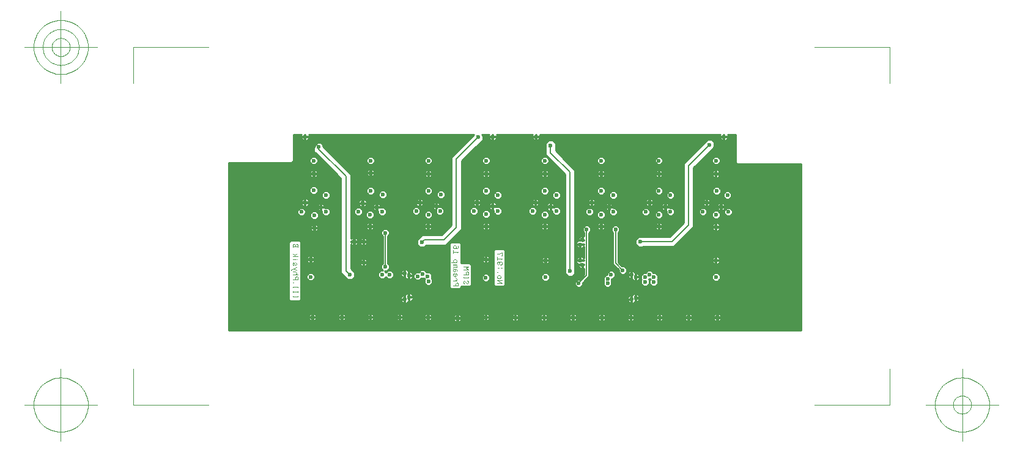
<source format=gbr>
G04 Generated by Ultiboard *
%FSLAX25Y25*%
%MOMM*%

%ADD10C,0.25400*%
%ADD11C,0.15000*%
%ADD12C,0.11111*%
%ADD13C,0.10000*%
%ADD14C,0.60000*%
%ADD15C,2.70916*%


%LNCopper Bottom*%
%LPD*%
%FSLAX25Y25*%
%MOMM*%
G54D10*
X6470200Y1726100D02*
X6564500Y1726100D01*
X6564500Y1726100D02*
X6542300Y1703900D01*
X6542300Y1703900D02*
X6542300Y1656100D01*
X6542300Y1656100D02*
X6576100Y1622300D01*
X6576100Y1622300D02*
X6623900Y1622300D01*
X6623900Y1622300D02*
X6657700Y1656100D01*
X6657700Y1656100D02*
X6657700Y1703900D01*
X6657700Y1703900D02*
X6635500Y1726100D01*
X6635500Y1726100D02*
X6668467Y1726100D01*
X6668467Y1726100D02*
X6668467Y1395000D01*
X6668467Y1395000D02*
X6394278Y1395000D01*
X6394278Y1395000D02*
X6470200Y1470922D01*
X6470200Y1470922D02*
X6470200Y1726100D01*
G36*
X6470200Y1703900D02*
X6470200Y1726100D01*
X6564500Y1726100D01*
X6542300Y1703900D01*
X6470200Y1703900D01*
G37*
X6470200Y1703900D02*
X6470200Y1726100D01*
X6470200Y1726100D02*
X6564500Y1726100D01*
X6564500Y1726100D02*
X6542300Y1703900D01*
X6542300Y1703900D02*
X6470200Y1703900D01*
G36*
X6576100Y1395000D02*
X6542300Y1395000D01*
X6542300Y1656100D01*
X6576100Y1622300D01*
X6576100Y1395000D01*
G37*
X6576100Y1395000D02*
X6542300Y1395000D01*
X6542300Y1395000D02*
X6542300Y1656100D01*
X6542300Y1656100D02*
X6576100Y1622300D01*
X6576100Y1622300D02*
X6576100Y1395000D01*
G36*
X6542300Y1470922D02*
X6470200Y1470922D01*
X6470200Y1703900D01*
X6542300Y1703900D01*
X6542300Y1470922D01*
G37*
X6542300Y1470922D02*
X6470200Y1470922D01*
X6470200Y1470922D02*
X6470200Y1703900D01*
X6470200Y1703900D02*
X6542300Y1703900D01*
X6542300Y1703900D02*
X6542300Y1470922D01*
G36*
X6542300Y1470922D02*
X6542300Y1395000D01*
X6394278Y1395000D01*
X6470200Y1470922D01*
X6542300Y1470922D01*
G37*
X6542300Y1470922D02*
X6542300Y1395000D01*
X6542300Y1395000D02*
X6394278Y1395000D01*
X6394278Y1395000D02*
X6470200Y1470922D01*
X6470200Y1470922D02*
X6542300Y1470922D01*
G36*
X6623900Y1395000D02*
X6576100Y1395000D01*
X6576100Y1622300D01*
X6623900Y1622300D01*
X6623900Y1395000D01*
G37*
X6623900Y1395000D02*
X6576100Y1395000D01*
X6576100Y1395000D02*
X6576100Y1622300D01*
X6576100Y1622300D02*
X6623900Y1622300D01*
X6623900Y1622300D02*
X6623900Y1395000D01*
G36*
X6668467Y1656100D02*
X6668467Y1395000D01*
X6623900Y1395000D01*
X6623900Y1622300D01*
X6657700Y1656100D01*
X6668467Y1656100D01*
G37*
X6668467Y1656100D02*
X6668467Y1395000D01*
X6668467Y1395000D02*
X6623900Y1395000D01*
X6623900Y1395000D02*
X6623900Y1622300D01*
X6623900Y1622300D02*
X6657700Y1656100D01*
X6657700Y1656100D02*
X6668467Y1656100D01*
G36*
X6657700Y1726100D02*
X6657700Y1703900D01*
X6635500Y1726100D01*
X6657700Y1726100D01*
G37*
X6657700Y1726100D02*
X6657700Y1703900D01*
X6657700Y1703900D02*
X6635500Y1726100D01*
X6635500Y1726100D02*
X6657700Y1726100D01*
G36*
X6657700Y1726100D02*
X6668467Y1726100D01*
X6668467Y1656100D01*
X6657700Y1656100D01*
X6657700Y1726100D01*
G37*
X6657700Y1726100D02*
X6668467Y1726100D01*
X6668467Y1726100D02*
X6668467Y1656100D01*
X6668467Y1656100D02*
X6657700Y1656100D01*
X6657700Y1656100D02*
X6657700Y1726100D01*
X6103900Y2751900D02*
X6668467Y2751900D01*
X6668467Y2751900D02*
X6668467Y2680200D01*
X6668467Y2680200D02*
X6660922Y2680200D01*
X6660922Y2680200D02*
X6329800Y2349078D01*
X6329800Y2349078D02*
X6329800Y1833900D01*
X6329800Y1833900D02*
X6103900Y1833900D01*
X6103900Y1833900D02*
X6103900Y1874500D01*
X6103900Y1874500D02*
X6126100Y1852300D01*
X6126100Y1852300D02*
X6173900Y1852300D01*
X6173900Y1852300D02*
X6207700Y1886100D01*
X6207700Y1886100D02*
X6207700Y1933900D01*
X6207700Y1933900D02*
X6173900Y1967700D01*
X6173900Y1967700D02*
X6126100Y1967700D01*
X6126100Y1967700D02*
X6103900Y1945500D01*
X6103900Y1945500D02*
X6103900Y2751900D01*
G36*
X6660922Y2751900D02*
X6668467Y2751900D01*
X6668467Y2680200D01*
X6660922Y2680200D01*
X6660922Y2751900D01*
G37*
X6660922Y2751900D02*
X6668467Y2751900D01*
X6668467Y2751900D02*
X6668467Y2680200D01*
X6668467Y2680200D02*
X6660922Y2680200D01*
X6660922Y2680200D02*
X6660922Y2751900D01*
G36*
X6103900Y2349078D02*
X6103900Y2751900D01*
X6660922Y2751900D01*
X6660922Y2680200D01*
X6329800Y2349078D01*
X6103900Y2349078D01*
G37*
X6103900Y2349078D02*
X6103900Y2751900D01*
X6103900Y2751900D02*
X6660922Y2751900D01*
X6660922Y2751900D02*
X6660922Y2680200D01*
X6660922Y2680200D02*
X6329800Y2349078D01*
X6329800Y2349078D02*
X6103900Y2349078D01*
G36*
X6126100Y1833900D02*
X6103900Y1833900D01*
X6103900Y1874500D01*
X6126100Y1852300D01*
X6126100Y1833900D01*
G37*
X6126100Y1833900D02*
X6103900Y1833900D01*
X6103900Y1833900D02*
X6103900Y1874500D01*
X6103900Y1874500D02*
X6126100Y1852300D01*
X6126100Y1852300D02*
X6126100Y1833900D01*
G36*
X6173900Y1833900D02*
X6126100Y1833900D01*
X6126100Y1852300D01*
X6173900Y1852300D01*
X6173900Y1833900D01*
G37*
X6173900Y1833900D02*
X6126100Y1833900D01*
X6126100Y1833900D02*
X6126100Y1852300D01*
X6126100Y1852300D02*
X6173900Y1852300D01*
X6173900Y1852300D02*
X6173900Y1833900D01*
G36*
X6329800Y1886100D02*
X6329800Y1833900D01*
X6173900Y1833900D01*
X6173900Y1852300D01*
X6207700Y1886100D01*
X6329800Y1886100D01*
G37*
X6329800Y1886100D02*
X6329800Y1833900D01*
X6329800Y1833900D02*
X6173900Y1833900D01*
X6173900Y1833900D02*
X6173900Y1852300D01*
X6173900Y1852300D02*
X6207700Y1886100D01*
X6207700Y1886100D02*
X6329800Y1886100D01*
G36*
X6207700Y2349078D02*
X6329800Y2349078D01*
X6329800Y1886100D01*
X6207700Y1886100D01*
X6207700Y2349078D01*
G37*
X6207700Y2349078D02*
X6329800Y2349078D01*
X6329800Y2349078D02*
X6329800Y1886100D01*
X6329800Y1886100D02*
X6207700Y1886100D01*
X6207700Y1886100D02*
X6207700Y2349078D01*
G36*
X6173900Y2349078D02*
X6207700Y2349078D01*
X6207700Y1933900D01*
X6173900Y1967700D01*
X6173900Y2349078D01*
G37*
X6173900Y2349078D02*
X6207700Y2349078D01*
X6207700Y2349078D02*
X6207700Y1933900D01*
X6207700Y1933900D02*
X6173900Y1967700D01*
X6173900Y1967700D02*
X6173900Y2349078D01*
G36*
X6126100Y2349078D02*
X6126100Y1967700D01*
X6103900Y1945500D01*
X6103900Y2349078D01*
X6126100Y2349078D01*
G37*
X6126100Y2349078D02*
X6126100Y1967700D01*
X6126100Y1967700D02*
X6103900Y1945500D01*
X6103900Y1945500D02*
X6103900Y2349078D01*
X6103900Y2349078D02*
X6126100Y2349078D01*
G36*
X6126100Y2349078D02*
X6173900Y2349078D01*
X6173900Y1967700D01*
X6126100Y1967700D01*
X6126100Y2349078D01*
G37*
X6126100Y2349078D02*
X6173900Y2349078D01*
X6173900Y2349078D02*
X6173900Y1967700D01*
X6173900Y1967700D02*
X6126100Y1967700D01*
X6126100Y1967700D02*
X6126100Y2349078D01*
X6394278Y1395000D02*
X6668467Y1395000D01*
X6668467Y1395000D02*
X6668467Y893900D01*
X6668467Y893900D02*
X5753900Y893900D01*
X5753900Y893900D02*
X5753900Y1194800D01*
X5753900Y1194800D02*
X5764078Y1194800D01*
X5764078Y1194800D02*
X5769078Y1199800D01*
X5769078Y1199800D02*
X6199078Y1199800D01*
X6199078Y1199800D02*
X6394278Y1395000D01*
G36*
X5764078Y893900D02*
X5753900Y893900D01*
X5753900Y1194800D01*
X5764078Y1194800D01*
X5764078Y893900D01*
G37*
X5764078Y893900D02*
X5753900Y893900D01*
X5753900Y893900D02*
X5753900Y1194800D01*
X5753900Y1194800D02*
X5764078Y1194800D01*
X5764078Y1194800D02*
X5764078Y893900D01*
G36*
X6199078Y893900D02*
X6199078Y1199800D01*
X6394278Y1395000D01*
X6668467Y1395000D01*
X6668467Y893900D01*
X6199078Y893900D01*
G37*
X6199078Y893900D02*
X6199078Y1199800D01*
X6199078Y1199800D02*
X6394278Y1395000D01*
X6394278Y1395000D02*
X6668467Y1395000D01*
X6668467Y1395000D02*
X6668467Y893900D01*
X6668467Y893900D02*
X6199078Y893900D01*
G36*
X6199078Y893900D02*
X5764078Y893900D01*
X5764078Y1194800D01*
X5769078Y1199800D01*
X6199078Y1199800D01*
X6199078Y893900D01*
G37*
X6199078Y893900D02*
X5764078Y893900D01*
X5764078Y893900D02*
X5764078Y1194800D01*
X5764078Y1194800D02*
X5769078Y1199800D01*
X5769078Y1199800D02*
X6199078Y1199800D01*
X6199078Y1199800D02*
X6199078Y893900D01*
X5966600Y745000D02*
X5977700Y756100D01*
X5977700Y756100D02*
X5977700Y803900D01*
X5977700Y803900D02*
X5943900Y837700D01*
X5943900Y837700D02*
X5913900Y837700D01*
X5913900Y837700D02*
X5883900Y867700D01*
X5883900Y867700D02*
X5883900Y893900D01*
X5883900Y893900D02*
X6668467Y893900D01*
X6668467Y893900D02*
X6668467Y733900D01*
X6668467Y733900D02*
X5977700Y733900D01*
X5977700Y733900D02*
X5966600Y745000D01*
G36*
X6668467Y756100D02*
X6668467Y733900D01*
X5977700Y733900D01*
X5966600Y745000D01*
X5977700Y756100D01*
X6668467Y756100D01*
G37*
X6668467Y756100D02*
X6668467Y733900D01*
X6668467Y733900D02*
X5977700Y733900D01*
X5977700Y733900D02*
X5966600Y745000D01*
X5966600Y745000D02*
X5977700Y756100D01*
X5977700Y756100D02*
X6668467Y756100D01*
G36*
X5977700Y893900D02*
X6668467Y893900D01*
X6668467Y756100D01*
X5977700Y756100D01*
X5977700Y893900D01*
G37*
X5977700Y893900D02*
X6668467Y893900D01*
X6668467Y893900D02*
X6668467Y756100D01*
X6668467Y756100D02*
X5977700Y756100D01*
X5977700Y756100D02*
X5977700Y893900D01*
G36*
X5943900Y893900D02*
X5943900Y837700D01*
X5913900Y837700D01*
X5883900Y867700D01*
X5883900Y893900D01*
X5943900Y893900D01*
G37*
X5943900Y893900D02*
X5943900Y837700D01*
X5943900Y837700D02*
X5913900Y837700D01*
X5913900Y837700D02*
X5883900Y867700D01*
X5883900Y867700D02*
X5883900Y893900D01*
X5883900Y893900D02*
X5943900Y893900D01*
G36*
X5943900Y893900D02*
X5977700Y893900D01*
X5977700Y803900D01*
X5943900Y837700D01*
X5943900Y893900D01*
G37*
X5943900Y893900D02*
X5977700Y893900D01*
X5977700Y893900D02*
X5977700Y803900D01*
X5977700Y803900D02*
X5943900Y837700D01*
X5943900Y837700D02*
X5943900Y893900D01*
X5693900Y722300D02*
X5705500Y733900D01*
X5705500Y733900D02*
X5742300Y733900D01*
X5742300Y733900D02*
X5742300Y686100D01*
X5742300Y686100D02*
X5776100Y652300D01*
X5776100Y652300D02*
X5823900Y652300D01*
X5823900Y652300D02*
X5857700Y686100D01*
X5857700Y686100D02*
X5857700Y733900D01*
X5857700Y733900D02*
X5862300Y733900D01*
X5862300Y733900D02*
X5862300Y686100D01*
X5862300Y686100D02*
X5896100Y652300D01*
X5896100Y652300D02*
X5943900Y652300D01*
X5943900Y652300D02*
X5977700Y686100D01*
X5977700Y686100D02*
X5977700Y733900D01*
X5977700Y733900D02*
X6668467Y733900D01*
X6668467Y733900D02*
X6668467Y466100D01*
X6668467Y466100D02*
X5727700Y466100D01*
X5727700Y466100D02*
X5727700Y484025D01*
X5727700Y484025D02*
X5693900Y484025D01*
X5693900Y484025D02*
X5693900Y495975D01*
X5693900Y495975D02*
X5727700Y495975D01*
X5727700Y495975D02*
X5727700Y513900D01*
X5727700Y513900D02*
X5693900Y547700D01*
X5693900Y547700D02*
X5693900Y722300D01*
G36*
X5776100Y466100D02*
X5742300Y466100D01*
X5742300Y686100D01*
X5776100Y652300D01*
X5776100Y466100D01*
G37*
X5776100Y466100D02*
X5742300Y466100D01*
X5742300Y466100D02*
X5742300Y686100D01*
X5742300Y686100D02*
X5776100Y652300D01*
X5776100Y652300D02*
X5776100Y466100D01*
G36*
X5727700Y484025D02*
X5693900Y484025D01*
X5693900Y495975D01*
X5727700Y495975D01*
X5727700Y484025D01*
G37*
X5727700Y484025D02*
X5693900Y484025D01*
X5693900Y484025D02*
X5693900Y495975D01*
X5693900Y495975D02*
X5727700Y495975D01*
X5727700Y495975D02*
X5727700Y484025D01*
G36*
X5727700Y733900D02*
X5727700Y513900D01*
X5693900Y547700D01*
X5693900Y722300D01*
X5705500Y733900D01*
X5727700Y733900D01*
G37*
X5727700Y733900D02*
X5727700Y513900D01*
X5727700Y513900D02*
X5693900Y547700D01*
X5693900Y547700D02*
X5693900Y722300D01*
X5693900Y722300D02*
X5705500Y733900D01*
X5705500Y733900D02*
X5727700Y733900D01*
G36*
X5727700Y733900D02*
X5742300Y733900D01*
X5742300Y466100D01*
X5727700Y466100D01*
X5727700Y733900D01*
G37*
X5727700Y733900D02*
X5742300Y733900D01*
X5742300Y733900D02*
X5742300Y466100D01*
X5742300Y466100D02*
X5727700Y466100D01*
X5727700Y466100D02*
X5727700Y733900D01*
G36*
X5823900Y466100D02*
X5776100Y466100D01*
X5776100Y652300D01*
X5823900Y652300D01*
X5823900Y466100D01*
G37*
X5823900Y466100D02*
X5776100Y466100D01*
X5776100Y466100D02*
X5776100Y652300D01*
X5776100Y652300D02*
X5823900Y652300D01*
X5823900Y652300D02*
X5823900Y466100D01*
G36*
X5857700Y686100D02*
X5857700Y733900D01*
X5862300Y733900D01*
X5862300Y686100D01*
X5857700Y686100D01*
G37*
X5857700Y686100D02*
X5857700Y733900D01*
X5857700Y733900D02*
X5862300Y733900D01*
X5862300Y733900D02*
X5862300Y686100D01*
X5862300Y686100D02*
X5857700Y686100D01*
G36*
X6668467Y686100D02*
X5977700Y686100D01*
X5977700Y733900D01*
X6668467Y733900D01*
X6668467Y686100D01*
G37*
X6668467Y686100D02*
X5977700Y686100D01*
X5977700Y686100D02*
X5977700Y733900D01*
X5977700Y733900D02*
X6668467Y733900D01*
X6668467Y733900D02*
X6668467Y686100D01*
G36*
X5896100Y466100D02*
X5823900Y466100D01*
X5823900Y652300D01*
X5857700Y686100D01*
X5862300Y686100D01*
X5896100Y652300D01*
X5896100Y466100D01*
G37*
X5896100Y466100D02*
X5823900Y466100D01*
X5823900Y466100D02*
X5823900Y652300D01*
X5823900Y652300D02*
X5857700Y686100D01*
X5857700Y686100D02*
X5862300Y686100D01*
X5862300Y686100D02*
X5896100Y652300D01*
X5896100Y652300D02*
X5896100Y466100D01*
G36*
X5943900Y466100D02*
X5943900Y652300D01*
X5977700Y686100D01*
X6668467Y686100D01*
X6668467Y466100D01*
X5943900Y466100D01*
G37*
X5943900Y466100D02*
X5943900Y652300D01*
X5943900Y652300D02*
X5977700Y686100D01*
X5977700Y686100D02*
X6668467Y686100D01*
X6668467Y686100D02*
X6668467Y466100D01*
X6668467Y466100D02*
X5943900Y466100D01*
G36*
X5943900Y466100D02*
X5896100Y466100D01*
X5896100Y652300D01*
X5943900Y652300D01*
X5943900Y466100D01*
G37*
X5943900Y466100D02*
X5896100Y466100D01*
X5896100Y466100D02*
X5896100Y652300D01*
X5896100Y652300D02*
X5943900Y652300D01*
X5943900Y652300D02*
X5943900Y466100D01*
X6376100Y277700D02*
X6342300Y243900D01*
X6342300Y243900D02*
X6342300Y225975D01*
X6342300Y225975D02*
X6376100Y225975D01*
X6376100Y225975D02*
X6376100Y214025D01*
X6376100Y214025D02*
X6342300Y214025D01*
X6342300Y214025D02*
X6342300Y196100D01*
X6342300Y196100D02*
X6057700Y196100D01*
X6057700Y196100D02*
X6057700Y214025D01*
X6057700Y214025D02*
X6023900Y214025D01*
X6023900Y214025D02*
X6023900Y225975D01*
X6023900Y225975D02*
X6057700Y225975D01*
X6057700Y225975D02*
X6057700Y243900D01*
X6057700Y243900D02*
X6023900Y277700D01*
X6023900Y277700D02*
X6023900Y466100D01*
X6023900Y466100D02*
X6376100Y466100D01*
X6376100Y466100D02*
X6376100Y277700D01*
G36*
X6057700Y243900D02*
X6023900Y277700D01*
X6023900Y466100D01*
X6376100Y466100D01*
X6376100Y277700D01*
X6342300Y243900D01*
X6057700Y243900D01*
G37*
X6057700Y243900D02*
X6023900Y277700D01*
X6023900Y277700D02*
X6023900Y466100D01*
X6023900Y466100D02*
X6376100Y466100D01*
X6376100Y466100D02*
X6376100Y277700D01*
X6376100Y277700D02*
X6342300Y243900D01*
X6342300Y243900D02*
X6057700Y243900D01*
G36*
X6342300Y225975D02*
X6376100Y225975D01*
X6376100Y214025D01*
X6342300Y214025D01*
X6342300Y225975D01*
G37*
X6342300Y225975D02*
X6376100Y225975D01*
X6376100Y225975D02*
X6376100Y214025D01*
X6376100Y214025D02*
X6342300Y214025D01*
X6342300Y214025D02*
X6342300Y225975D01*
G36*
X6057700Y214025D02*
X6023900Y214025D01*
X6023900Y225975D01*
X6057700Y225975D01*
X6057700Y214025D01*
G37*
X6057700Y214025D02*
X6023900Y214025D01*
X6023900Y214025D02*
X6023900Y225975D01*
X6023900Y225975D02*
X6057700Y225975D01*
X6057700Y225975D02*
X6057700Y214025D01*
G36*
X6057700Y243900D02*
X6342300Y243900D01*
X6342300Y196100D01*
X6057700Y196100D01*
X6057700Y243900D01*
G37*
X6057700Y243900D02*
X6342300Y243900D01*
X6342300Y243900D02*
X6342300Y196100D01*
X6342300Y196100D02*
X6057700Y196100D01*
X6057700Y196100D02*
X6057700Y243900D01*
X6423900Y277700D02*
X6405975Y277700D01*
X6405975Y277700D02*
X6405975Y225975D01*
X6405975Y225975D02*
X6423900Y225975D01*
X6423900Y225975D02*
X6423900Y214025D01*
X6423900Y214025D02*
X6405975Y214025D01*
X6405975Y214025D02*
X6405975Y196100D01*
X6405975Y196100D02*
X6394025Y196100D01*
X6394025Y196100D02*
X6394025Y214025D01*
X6394025Y214025D02*
X6376100Y214025D01*
X6376100Y214025D02*
X6376100Y225975D01*
X6376100Y225975D02*
X6394025Y225975D01*
X6394025Y225975D02*
X6394025Y277700D01*
X6394025Y277700D02*
X6376100Y277700D01*
X6376100Y277700D02*
X6376100Y466100D01*
X6376100Y466100D02*
X6423900Y466100D01*
X6423900Y466100D02*
X6423900Y277700D01*
G36*
X6376100Y277700D02*
X6376100Y466100D01*
X6423900Y466100D01*
X6423900Y277700D01*
X6376100Y277700D01*
G37*
X6376100Y277700D02*
X6376100Y466100D01*
X6376100Y466100D02*
X6423900Y466100D01*
X6423900Y466100D02*
X6423900Y277700D01*
X6423900Y277700D02*
X6376100Y277700D01*
G36*
X6405975Y225975D02*
X6423900Y225975D01*
X6423900Y214025D01*
X6405975Y214025D01*
X6405975Y225975D01*
G37*
X6405975Y225975D02*
X6423900Y225975D01*
X6423900Y225975D02*
X6423900Y214025D01*
X6423900Y214025D02*
X6405975Y214025D01*
X6405975Y214025D02*
X6405975Y225975D01*
G36*
X6394025Y214025D02*
X6376100Y214025D01*
X6376100Y225975D01*
X6394025Y225975D01*
X6394025Y214025D01*
G37*
X6394025Y214025D02*
X6376100Y214025D01*
X6376100Y214025D02*
X6376100Y225975D01*
X6376100Y225975D02*
X6394025Y225975D01*
X6394025Y225975D02*
X6394025Y214025D01*
G36*
X6394025Y277700D02*
X6405975Y277700D01*
X6405975Y196100D01*
X6394025Y196100D01*
X6394025Y277700D01*
G37*
X6394025Y277700D02*
X6405975Y277700D01*
X6405975Y277700D02*
X6405975Y196100D01*
X6405975Y196100D02*
X6394025Y196100D01*
X6394025Y196100D02*
X6394025Y277700D01*
X6423900Y38100D02*
X6023900Y38100D01*
X6023900Y38100D02*
X6023900Y162300D01*
X6023900Y162300D02*
X6057700Y196100D01*
X6057700Y196100D02*
X6342300Y196100D01*
X6342300Y196100D02*
X6376100Y162300D01*
X6376100Y162300D02*
X6394025Y162300D01*
X6394025Y162300D02*
X6394025Y196100D01*
X6394025Y196100D02*
X6405975Y196100D01*
X6405975Y196100D02*
X6405975Y162300D01*
X6405975Y162300D02*
X6423900Y162300D01*
X6423900Y162300D02*
X6423900Y38100D01*
G36*
X6376100Y38100D02*
X6023900Y38100D01*
X6023900Y162300D01*
X6057700Y196100D01*
X6342300Y196100D01*
X6376100Y162300D01*
X6376100Y38100D01*
G37*
X6376100Y38100D02*
X6023900Y38100D01*
X6023900Y38100D02*
X6023900Y162300D01*
X6023900Y162300D02*
X6057700Y196100D01*
X6057700Y196100D02*
X6342300Y196100D01*
X6342300Y196100D02*
X6376100Y162300D01*
X6376100Y162300D02*
X6376100Y38100D01*
G36*
X6394025Y162300D02*
X6394025Y196100D01*
X6405975Y196100D01*
X6405975Y162300D01*
X6394025Y162300D01*
G37*
X6394025Y162300D02*
X6394025Y196100D01*
X6394025Y196100D02*
X6405975Y196100D01*
X6405975Y196100D02*
X6405975Y162300D01*
X6405975Y162300D02*
X6394025Y162300D01*
G36*
X6423900Y162300D02*
X6423900Y38100D01*
X6376100Y38100D01*
X6376100Y162300D01*
X6423900Y162300D01*
G37*
X6423900Y162300D02*
X6423900Y38100D01*
X6423900Y38100D02*
X6376100Y38100D01*
X6376100Y38100D02*
X6376100Y162300D01*
X6376100Y162300D02*
X6423900Y162300D01*
X6668467Y38100D02*
X6423900Y38100D01*
X6423900Y38100D02*
X6423900Y162300D01*
X6423900Y162300D02*
X6457700Y196100D01*
X6457700Y196100D02*
X6457700Y214025D01*
X6457700Y214025D02*
X6423900Y214025D01*
X6423900Y214025D02*
X6423900Y225975D01*
X6423900Y225975D02*
X6457700Y225975D01*
X6457700Y225975D02*
X6457700Y243900D01*
X6457700Y243900D02*
X6423900Y277700D01*
X6423900Y277700D02*
X6423900Y466100D01*
X6423900Y466100D02*
X6668467Y466100D01*
X6668467Y466100D02*
X6668467Y38100D01*
G36*
X6668467Y196100D02*
X6668467Y38100D01*
X6423900Y38100D01*
X6423900Y162300D01*
X6457700Y196100D01*
X6668467Y196100D01*
G37*
X6668467Y196100D02*
X6668467Y38100D01*
X6668467Y38100D02*
X6423900Y38100D01*
X6423900Y38100D02*
X6423900Y162300D01*
X6423900Y162300D02*
X6457700Y196100D01*
X6457700Y196100D02*
X6668467Y196100D01*
G36*
X6457700Y214025D02*
X6423900Y214025D01*
X6423900Y225975D01*
X6457700Y225975D01*
X6457700Y214025D01*
G37*
X6457700Y214025D02*
X6423900Y214025D01*
X6423900Y214025D02*
X6423900Y225975D01*
X6423900Y225975D02*
X6457700Y225975D01*
X6457700Y225975D02*
X6457700Y214025D01*
G36*
X6457700Y466100D02*
X6457700Y243900D01*
X6423900Y277700D01*
X6423900Y466100D01*
X6457700Y466100D01*
G37*
X6457700Y466100D02*
X6457700Y243900D01*
X6457700Y243900D02*
X6423900Y277700D01*
X6423900Y277700D02*
X6423900Y466100D01*
X6423900Y466100D02*
X6457700Y466100D01*
G36*
X6457700Y466100D02*
X6668467Y466100D01*
X6668467Y196100D01*
X6457700Y196100D01*
X6457700Y466100D01*
G37*
X6457700Y466100D02*
X6668467Y466100D01*
X6668467Y466100D02*
X6668467Y196100D01*
X6668467Y196100D02*
X6457700Y196100D01*
X6457700Y196100D02*
X6457700Y466100D01*
X2993900Y2751900D02*
X3428622Y2751900D01*
X3428622Y2751900D02*
X3117400Y2440678D01*
X3117400Y2440678D02*
X3117400Y1785400D01*
X3117400Y1785400D02*
X2993900Y1785400D01*
X2993900Y1785400D02*
X2993900Y1862300D01*
X2993900Y1862300D02*
X3027700Y1896100D01*
X3027700Y1896100D02*
X3027700Y1943900D01*
X3027700Y1943900D02*
X2993900Y1977700D01*
X2993900Y1977700D02*
X2993900Y2751900D01*
G36*
X2993900Y2440678D02*
X2993900Y2751900D01*
X3428622Y2751900D01*
X3117400Y2440678D01*
X2993900Y2440678D01*
G37*
X2993900Y2440678D02*
X2993900Y2751900D01*
X2993900Y2751900D02*
X3428622Y2751900D01*
X3428622Y2751900D02*
X3117400Y2440678D01*
X3117400Y2440678D02*
X2993900Y2440678D01*
G36*
X3117400Y1896100D02*
X3117400Y1785400D01*
X2993900Y1785400D01*
X2993900Y1862300D01*
X3027700Y1896100D01*
X3117400Y1896100D01*
G37*
X3117400Y1896100D02*
X3117400Y1785400D01*
X3117400Y1785400D02*
X2993900Y1785400D01*
X2993900Y1785400D02*
X2993900Y1862300D01*
X2993900Y1862300D02*
X3027700Y1896100D01*
X3027700Y1896100D02*
X3117400Y1896100D01*
G36*
X3027700Y2440678D02*
X3027700Y1943900D01*
X2993900Y1977700D01*
X2993900Y2440678D01*
X3027700Y2440678D01*
G37*
X3027700Y2440678D02*
X3027700Y1943900D01*
X3027700Y1943900D02*
X2993900Y1977700D01*
X2993900Y1977700D02*
X2993900Y2440678D01*
X2993900Y2440678D02*
X3027700Y2440678D01*
G36*
X3027700Y2440678D02*
X3117400Y2440678D01*
X3117400Y1896100D01*
X3027700Y1896100D01*
X3027700Y2440678D01*
G37*
X3027700Y2440678D02*
X3117400Y2440678D01*
X3117400Y2440678D02*
X3117400Y1896100D01*
X3117400Y1896100D02*
X3027700Y1896100D01*
X3027700Y1896100D02*
X3027700Y2440678D01*
X3215478Y1395000D02*
X3257800Y1437322D01*
X3257800Y1437322D02*
X3257800Y1785400D01*
X3257800Y1785400D02*
X3413000Y1785400D01*
X3413000Y1785400D02*
X3446100Y1752300D01*
X3446100Y1752300D02*
X3453900Y1752300D01*
X3453900Y1752300D02*
X3453900Y1747700D01*
X3453900Y1747700D02*
X3406100Y1747700D01*
X3406100Y1747700D02*
X3372300Y1713900D01*
X3372300Y1713900D02*
X3372300Y1666100D01*
X3372300Y1666100D02*
X3406100Y1632300D01*
X3406100Y1632300D02*
X3453900Y1632300D01*
X3453900Y1632300D02*
X3453900Y1395000D01*
X3453900Y1395000D02*
X3215478Y1395000D01*
G36*
X3453900Y1437322D02*
X3453900Y1395000D01*
X3215478Y1395000D01*
X3257800Y1437322D01*
X3453900Y1437322D01*
G37*
X3453900Y1437322D02*
X3453900Y1395000D01*
X3453900Y1395000D02*
X3215478Y1395000D01*
X3215478Y1395000D02*
X3257800Y1437322D01*
X3257800Y1437322D02*
X3453900Y1437322D01*
G36*
X3446100Y1747700D02*
X3446100Y1752300D01*
X3453900Y1752300D01*
X3453900Y1747700D01*
X3446100Y1747700D01*
G37*
X3446100Y1747700D02*
X3446100Y1752300D01*
X3446100Y1752300D02*
X3453900Y1752300D01*
X3453900Y1752300D02*
X3453900Y1747700D01*
X3453900Y1747700D02*
X3446100Y1747700D01*
G36*
X3446100Y1437322D02*
X3446100Y1632300D01*
X3453900Y1632300D01*
X3453900Y1437322D01*
X3446100Y1437322D01*
G37*
X3446100Y1437322D02*
X3446100Y1632300D01*
X3446100Y1632300D02*
X3453900Y1632300D01*
X3453900Y1632300D02*
X3453900Y1437322D01*
X3453900Y1437322D02*
X3446100Y1437322D01*
G36*
X3406100Y1785400D02*
X3413000Y1785400D01*
X3446100Y1752300D01*
X3446100Y1747700D01*
X3406100Y1747700D01*
X3406100Y1785400D01*
G37*
X3406100Y1785400D02*
X3413000Y1785400D01*
X3413000Y1785400D02*
X3446100Y1752300D01*
X3446100Y1752300D02*
X3446100Y1747700D01*
X3446100Y1747700D02*
X3406100Y1747700D01*
X3406100Y1747700D02*
X3406100Y1785400D01*
G36*
X3257800Y1713900D02*
X3257800Y1785400D01*
X3406100Y1785400D01*
X3406100Y1747700D01*
X3372300Y1713900D01*
X3257800Y1713900D01*
G37*
X3257800Y1713900D02*
X3257800Y1785400D01*
X3257800Y1785400D02*
X3406100Y1785400D01*
X3406100Y1785400D02*
X3406100Y1747700D01*
X3406100Y1747700D02*
X3372300Y1713900D01*
X3372300Y1713900D02*
X3257800Y1713900D01*
G36*
X3372300Y1437322D02*
X3257800Y1437322D01*
X3257800Y1713900D01*
X3372300Y1713900D01*
X3372300Y1437322D01*
G37*
X3372300Y1437322D02*
X3257800Y1437322D01*
X3257800Y1437322D02*
X3257800Y1713900D01*
X3257800Y1713900D02*
X3372300Y1713900D01*
X3372300Y1713900D02*
X3372300Y1437322D01*
G36*
X3406100Y1437322D02*
X3406100Y1632300D01*
X3446100Y1632300D01*
X3446100Y1437322D01*
X3406100Y1437322D01*
G37*
X3406100Y1437322D02*
X3406100Y1632300D01*
X3406100Y1632300D02*
X3446100Y1632300D01*
X3446100Y1632300D02*
X3446100Y1437322D01*
X3446100Y1437322D02*
X3406100Y1437322D01*
G36*
X3406100Y1437322D02*
X3372300Y1437322D01*
X3372300Y1666100D01*
X3406100Y1632300D01*
X3406100Y1437322D01*
G37*
X3406100Y1437322D02*
X3372300Y1437322D01*
X3372300Y1437322D02*
X3372300Y1666100D01*
X3372300Y1666100D02*
X3406100Y1632300D01*
X3406100Y1632300D02*
X3406100Y1437322D01*
X3253256Y969256D02*
X3253256Y1242056D01*
X3253256Y1242056D02*
X3234056Y1261256D01*
X3234056Y1261256D02*
X3105945Y1261256D01*
X3105945Y1261256D02*
X3086744Y1242056D01*
X3086744Y1242056D02*
X3086744Y665945D01*
X3086744Y665945D02*
X2827545Y665945D01*
X2827545Y665945D02*
X2857700Y696100D01*
X2857700Y696100D02*
X2857700Y743900D01*
X2857700Y743900D02*
X2841600Y760000D01*
X2841600Y760000D02*
X2847700Y766100D01*
X2847700Y766100D02*
X2847700Y813900D01*
X2847700Y813900D02*
X2817800Y843800D01*
X2817800Y843800D02*
X2817800Y1219500D01*
X2817800Y1219500D02*
X3039978Y1219500D01*
X3039978Y1219500D02*
X3104378Y1283900D01*
X3104378Y1283900D02*
X3570100Y1283900D01*
X3570100Y1283900D02*
X3570100Y1079600D01*
X3570100Y1079600D02*
X3536300Y1045800D01*
X3536300Y1045800D02*
X3536300Y1027875D01*
X3536300Y1027875D02*
X3570100Y1027875D01*
X3570100Y1027875D02*
X3570100Y1015925D01*
X3570100Y1015925D02*
X3536300Y1015925D01*
X3536300Y1015925D02*
X3536300Y998000D01*
X3536300Y998000D02*
X3570100Y964200D01*
X3570100Y964200D02*
X3570100Y825600D01*
X3570100Y825600D02*
X3536300Y791800D01*
X3536300Y791800D02*
X3536300Y744000D01*
X3536300Y744000D02*
X3570100Y710200D01*
X3570100Y710200D02*
X3570100Y665945D01*
X3570100Y665945D02*
X3393256Y665945D01*
X3393256Y665945D02*
X3393256Y950056D01*
X3393256Y950056D02*
X3374056Y969256D01*
X3374056Y969256D02*
X3253256Y969256D01*
G36*
X3234056Y1283900D02*
X3253256Y1283900D01*
X3253256Y1242056D01*
X3234056Y1261256D01*
X3234056Y1283900D01*
G37*
X3234056Y1283900D02*
X3253256Y1283900D01*
X3253256Y1283900D02*
X3253256Y1242056D01*
X3253256Y1242056D02*
X3234056Y1261256D01*
X3234056Y1261256D02*
X3234056Y1283900D01*
G36*
X3253256Y1045800D02*
X3253256Y1283900D01*
X3570100Y1283900D01*
X3570100Y1079600D01*
X3536300Y1045800D01*
X3253256Y1045800D01*
G37*
X3253256Y1045800D02*
X3253256Y1283900D01*
X3253256Y1283900D02*
X3570100Y1283900D01*
X3570100Y1283900D02*
X3570100Y1079600D01*
X3570100Y1079600D02*
X3536300Y1045800D01*
X3536300Y1045800D02*
X3253256Y1045800D01*
G36*
X3105945Y1283900D02*
X3234056Y1283900D01*
X3234056Y1261256D01*
X3105945Y1261256D01*
X3105945Y1283900D01*
G37*
X3105945Y1283900D02*
X3234056Y1283900D01*
X3234056Y1283900D02*
X3234056Y1261256D01*
X3234056Y1261256D02*
X3105945Y1261256D01*
X3105945Y1261256D02*
X3105945Y1283900D01*
G36*
X3536300Y1027875D02*
X3570100Y1027875D01*
X3570100Y1015925D01*
X3536300Y1015925D01*
X3536300Y1027875D01*
G37*
X3536300Y1027875D02*
X3570100Y1027875D01*
X3570100Y1027875D02*
X3570100Y1015925D01*
X3570100Y1015925D02*
X3536300Y1015925D01*
X3536300Y1015925D02*
X3536300Y1027875D01*
G36*
X3536300Y998000D02*
X3570100Y964200D01*
X3570100Y825600D01*
X3536300Y791800D01*
X3536300Y998000D01*
G37*
X3536300Y998000D02*
X3570100Y964200D01*
X3570100Y964200D02*
X3570100Y825600D01*
X3570100Y825600D02*
X3536300Y791800D01*
X3536300Y791800D02*
X3536300Y998000D01*
G36*
X3536300Y665945D02*
X3536300Y744000D01*
X3570100Y710200D01*
X3570100Y665945D01*
X3536300Y665945D01*
G37*
X3536300Y665945D02*
X3536300Y744000D01*
X3536300Y744000D02*
X3570100Y710200D01*
X3570100Y710200D02*
X3570100Y665945D01*
X3570100Y665945D02*
X3536300Y665945D01*
G36*
X3062533Y1242056D02*
X3104378Y1283900D01*
X3105945Y1283900D01*
X3105945Y1261256D01*
X3086744Y1242056D01*
X3062533Y1242056D01*
G37*
X3062533Y1242056D02*
X3104378Y1283900D01*
X3104378Y1283900D02*
X3105945Y1283900D01*
X3105945Y1283900D02*
X3105945Y1261256D01*
X3105945Y1261256D02*
X3086744Y1242056D01*
X3086744Y1242056D02*
X3062533Y1242056D01*
G36*
X3393256Y1045800D02*
X3536300Y1045800D01*
X3536300Y665945D01*
X3393256Y665945D01*
X3393256Y1045800D01*
G37*
X3393256Y1045800D02*
X3536300Y1045800D01*
X3536300Y1045800D02*
X3536300Y665945D01*
X3536300Y665945D02*
X3393256Y665945D01*
X3393256Y665945D02*
X3393256Y1045800D01*
G36*
X3086744Y696100D02*
X3086744Y665945D01*
X2827545Y665945D01*
X2857700Y696100D01*
X3086744Y696100D01*
G37*
X3086744Y696100D02*
X3086744Y665945D01*
X3086744Y665945D02*
X2827545Y665945D01*
X2827545Y665945D02*
X2857700Y696100D01*
X2857700Y696100D02*
X3086744Y696100D01*
G36*
X3374056Y1045800D02*
X3374056Y969256D01*
X3253256Y969256D01*
X3253256Y1045800D01*
X3374056Y1045800D01*
G37*
X3374056Y1045800D02*
X3374056Y969256D01*
X3374056Y969256D02*
X3253256Y969256D01*
X3253256Y969256D02*
X3253256Y1045800D01*
X3253256Y1045800D02*
X3374056Y1045800D01*
G36*
X3374056Y1045800D02*
X3393256Y1045800D01*
X3393256Y950056D01*
X3374056Y969256D01*
X3374056Y1045800D01*
G37*
X3374056Y1045800D02*
X3393256Y1045800D01*
X3393256Y1045800D02*
X3393256Y950056D01*
X3393256Y950056D02*
X3374056Y969256D01*
X3374056Y969256D02*
X3374056Y1045800D01*
G36*
X2857700Y766100D02*
X2857700Y743900D01*
X2841600Y760000D01*
X2847700Y766100D01*
X2857700Y766100D01*
G37*
X2857700Y766100D02*
X2857700Y743900D01*
X2857700Y743900D02*
X2841600Y760000D01*
X2841600Y760000D02*
X2847700Y766100D01*
X2847700Y766100D02*
X2857700Y766100D01*
G36*
X3039978Y696100D02*
X3039978Y1219500D01*
X3062533Y1242056D01*
X3086744Y1242056D01*
X3086744Y696100D01*
X3039978Y696100D01*
G37*
X3039978Y696100D02*
X3039978Y1219500D01*
X3039978Y1219500D02*
X3062533Y1242056D01*
X3062533Y1242056D02*
X3086744Y1242056D01*
X3086744Y1242056D02*
X3086744Y696100D01*
X3086744Y696100D02*
X3039978Y696100D01*
G36*
X3039978Y696100D02*
X2857700Y696100D01*
X2857700Y1219500D01*
X3039978Y1219500D01*
X3039978Y696100D01*
G37*
X3039978Y696100D02*
X2857700Y696100D01*
X2857700Y696100D02*
X2857700Y1219500D01*
X2857700Y1219500D02*
X3039978Y1219500D01*
X3039978Y1219500D02*
X3039978Y696100D01*
G36*
X2847700Y1219500D02*
X2847700Y813900D01*
X2817800Y843800D01*
X2817800Y1219500D01*
X2847700Y1219500D01*
G37*
X2847700Y1219500D02*
X2847700Y813900D01*
X2847700Y813900D02*
X2817800Y843800D01*
X2817800Y843800D02*
X2817800Y1219500D01*
X2817800Y1219500D02*
X2847700Y1219500D01*
G36*
X2847700Y1219500D02*
X2857700Y1219500D01*
X2857700Y766100D01*
X2847700Y766100D01*
X2847700Y1219500D01*
G37*
X2847700Y1219500D02*
X2857700Y1219500D01*
X2857700Y1219500D02*
X2857700Y766100D01*
X2857700Y766100D02*
X2847700Y766100D01*
X2847700Y766100D02*
X2847700Y1219500D01*
X3086744Y665945D02*
X3086744Y637945D01*
X3086744Y637945D02*
X3105945Y618744D01*
X3105945Y618744D02*
X3176400Y618744D01*
X3176400Y618744D02*
X3176400Y266800D01*
X3176400Y266800D02*
X3142600Y233000D01*
X3142600Y233000D02*
X3142600Y215075D01*
X3142600Y215075D02*
X3176400Y215075D01*
X3176400Y215075D02*
X3176400Y203125D01*
X3176400Y203125D02*
X3142600Y203125D01*
X3142600Y203125D02*
X3142600Y197900D01*
X3142600Y197900D02*
X2851600Y197900D01*
X2851600Y197900D02*
X2851600Y215825D01*
X2851600Y215825D02*
X2817800Y215825D01*
X2817800Y215825D02*
X2817800Y227775D01*
X2817800Y227775D02*
X2851600Y227775D01*
X2851600Y227775D02*
X2851600Y245700D01*
X2851600Y245700D02*
X2817800Y279500D01*
X2817800Y279500D02*
X2817800Y662300D01*
X2817800Y662300D02*
X2823900Y662300D01*
X2823900Y662300D02*
X2827545Y665945D01*
X2827545Y665945D02*
X3086744Y665945D01*
G36*
X3105945Y197900D02*
X3086744Y197900D01*
X3086744Y637945D01*
X3105945Y618744D01*
X3105945Y197900D01*
G37*
X3105945Y197900D02*
X3086744Y197900D01*
X3086744Y197900D02*
X3086744Y637945D01*
X3086744Y637945D02*
X3105945Y618744D01*
X3105945Y618744D02*
X3105945Y197900D01*
G36*
X2851600Y215825D02*
X2817800Y215825D01*
X2817800Y227775D01*
X2851600Y227775D01*
X2851600Y215825D01*
G37*
X2851600Y215825D02*
X2817800Y215825D01*
X2817800Y215825D02*
X2817800Y227775D01*
X2817800Y227775D02*
X2851600Y227775D01*
X2851600Y227775D02*
X2851600Y215825D01*
G36*
X2851600Y665945D02*
X3086744Y665945D01*
X3086744Y197900D01*
X2851600Y197900D01*
X2851600Y665945D01*
G37*
X2851600Y665945D02*
X3086744Y665945D01*
X3086744Y665945D02*
X3086744Y197900D01*
X3086744Y197900D02*
X2851600Y197900D01*
X2851600Y197900D02*
X2851600Y665945D01*
G36*
X3105945Y233000D02*
X3105945Y618744D01*
X3176400Y618744D01*
X3176400Y266800D01*
X3142600Y233000D01*
X3105945Y233000D01*
G37*
X3105945Y233000D02*
X3105945Y618744D01*
X3105945Y618744D02*
X3176400Y618744D01*
X3176400Y618744D02*
X3176400Y266800D01*
X3176400Y266800D02*
X3142600Y233000D01*
X3142600Y233000D02*
X3105945Y233000D01*
G36*
X2823900Y273400D02*
X2823900Y662300D01*
X2827545Y665945D01*
X2851600Y665945D01*
X2851600Y245700D01*
X2823900Y273400D01*
G37*
X2823900Y273400D02*
X2823900Y662300D01*
X2823900Y662300D02*
X2827545Y665945D01*
X2827545Y665945D02*
X2851600Y665945D01*
X2851600Y665945D02*
X2851600Y245700D01*
X2851600Y245700D02*
X2823900Y273400D01*
G36*
X2823900Y273400D02*
X2817800Y279500D01*
X2817800Y662300D01*
X2823900Y662300D01*
X2823900Y273400D01*
G37*
X2823900Y273400D02*
X2817800Y279500D01*
X2817800Y279500D02*
X2817800Y662300D01*
X2817800Y662300D02*
X2823900Y662300D01*
X2823900Y662300D02*
X2823900Y273400D01*
G36*
X3142600Y215075D02*
X3176400Y215075D01*
X3176400Y203125D01*
X3142600Y203125D01*
X3142600Y215075D01*
G37*
X3142600Y215075D02*
X3176400Y215075D01*
X3176400Y215075D02*
X3176400Y203125D01*
X3176400Y203125D02*
X3142600Y203125D01*
X3142600Y203125D02*
X3142600Y215075D01*
G36*
X3142600Y197900D02*
X3105945Y197900D01*
X3105945Y233000D01*
X3142600Y233000D01*
X3142600Y197900D01*
G37*
X3142600Y197900D02*
X3105945Y197900D01*
X3105945Y197900D02*
X3105945Y233000D01*
X3105945Y233000D02*
X3142600Y233000D01*
X3142600Y233000D02*
X3142600Y197900D01*
X3176400Y618744D02*
X3224200Y618744D01*
X3224200Y618744D02*
X3224200Y266800D01*
X3224200Y266800D02*
X3206275Y266800D01*
X3206275Y266800D02*
X3206275Y215075D01*
X3206275Y215075D02*
X3224200Y215075D01*
X3224200Y215075D02*
X3224200Y203125D01*
X3224200Y203125D02*
X3206275Y203125D01*
X3206275Y203125D02*
X3206275Y197900D01*
X3206275Y197900D02*
X3194325Y197900D01*
X3194325Y197900D02*
X3194325Y203125D01*
X3194325Y203125D02*
X3176400Y203125D01*
X3176400Y203125D02*
X3176400Y215075D01*
X3176400Y215075D02*
X3194325Y215075D01*
X3194325Y215075D02*
X3194325Y266800D01*
X3194325Y266800D02*
X3176400Y266800D01*
X3176400Y266800D02*
X3176400Y618744D01*
G36*
X3176400Y266800D02*
X3176400Y618744D01*
X3224200Y618744D01*
X3224200Y266800D01*
X3176400Y266800D01*
G37*
X3176400Y266800D02*
X3176400Y618744D01*
X3176400Y618744D02*
X3224200Y618744D01*
X3224200Y618744D02*
X3224200Y266800D01*
X3224200Y266800D02*
X3176400Y266800D01*
G36*
X3206275Y215075D02*
X3224200Y215075D01*
X3224200Y203125D01*
X3206275Y203125D01*
X3206275Y215075D01*
G37*
X3206275Y215075D02*
X3224200Y215075D01*
X3224200Y215075D02*
X3224200Y203125D01*
X3224200Y203125D02*
X3206275Y203125D01*
X3206275Y203125D02*
X3206275Y215075D01*
G36*
X3194325Y203125D02*
X3176400Y203125D01*
X3176400Y215075D01*
X3194325Y215075D01*
X3194325Y203125D01*
G37*
X3194325Y203125D02*
X3176400Y203125D01*
X3176400Y203125D02*
X3176400Y215075D01*
X3176400Y215075D02*
X3194325Y215075D01*
X3194325Y215075D02*
X3194325Y203125D01*
G36*
X3194325Y266800D02*
X3206275Y266800D01*
X3206275Y197900D01*
X3194325Y197900D01*
X3194325Y266800D01*
G37*
X3194325Y266800D02*
X3206275Y266800D01*
X3206275Y266800D02*
X3206275Y197900D01*
X3206275Y197900D02*
X3194325Y197900D01*
X3194325Y197900D02*
X3194325Y266800D01*
X3224200Y618744D02*
X3234056Y618744D01*
X3234056Y618744D02*
X3253256Y637945D01*
X3253256Y637945D02*
X3253256Y646744D01*
X3253256Y646744D02*
X3374056Y646744D01*
X3374056Y646744D02*
X3393256Y665945D01*
X3393256Y665945D02*
X3570100Y665945D01*
X3570100Y665945D02*
X3570100Y279500D01*
X3570100Y279500D02*
X3536300Y245700D01*
X3536300Y245700D02*
X3536300Y227775D01*
X3536300Y227775D02*
X3570100Y227775D01*
X3570100Y227775D02*
X3570100Y215825D01*
X3570100Y215825D02*
X3536300Y215825D01*
X3536300Y215825D02*
X3536300Y197900D01*
X3536300Y197900D02*
X3258000Y197900D01*
X3258000Y197900D02*
X3258000Y203125D01*
X3258000Y203125D02*
X3224200Y203125D01*
X3224200Y203125D02*
X3224200Y215075D01*
X3224200Y215075D02*
X3258000Y215075D01*
X3258000Y215075D02*
X3258000Y233000D01*
X3258000Y233000D02*
X3224200Y266800D01*
X3224200Y266800D02*
X3224200Y618744D01*
G36*
X3234056Y215075D02*
X3234056Y203125D01*
X3224200Y203125D01*
X3224200Y215075D01*
X3234056Y215075D01*
G37*
X3234056Y215075D02*
X3234056Y203125D01*
X3234056Y203125D02*
X3224200Y203125D01*
X3224200Y203125D02*
X3224200Y215075D01*
X3224200Y215075D02*
X3234056Y215075D01*
G36*
X3234056Y256945D02*
X3224200Y266800D01*
X3224200Y618744D01*
X3234056Y618744D01*
X3234056Y256945D01*
G37*
X3234056Y256945D02*
X3224200Y266800D01*
X3224200Y266800D02*
X3224200Y618744D01*
X3224200Y618744D02*
X3234056Y618744D01*
X3234056Y618744D02*
X3234056Y256945D01*
G36*
X3258000Y215075D02*
X3258000Y203125D01*
X3234056Y203125D01*
X3234056Y215075D01*
X3258000Y215075D01*
G37*
X3258000Y215075D02*
X3258000Y203125D01*
X3258000Y203125D02*
X3234056Y203125D01*
X3234056Y203125D02*
X3234056Y215075D01*
X3234056Y215075D02*
X3258000Y215075D01*
G36*
X3258000Y215075D02*
X3536300Y215075D01*
X3536300Y197900D01*
X3258000Y197900D01*
X3258000Y215075D01*
G37*
X3258000Y215075D02*
X3536300Y215075D01*
X3536300Y215075D02*
X3536300Y197900D01*
X3536300Y197900D02*
X3258000Y197900D01*
X3258000Y197900D02*
X3258000Y215075D01*
G36*
X3258000Y637945D02*
X3253256Y637945D01*
X3253256Y646744D01*
X3258000Y646744D01*
X3258000Y637945D01*
G37*
X3258000Y637945D02*
X3253256Y637945D01*
X3253256Y637945D02*
X3253256Y646744D01*
X3253256Y646744D02*
X3258000Y646744D01*
X3258000Y646744D02*
X3258000Y637945D01*
G36*
X3258000Y637945D02*
X3258000Y233000D01*
X3234056Y256945D01*
X3234056Y618744D01*
X3253256Y637945D01*
X3258000Y637945D01*
G37*
X3258000Y637945D02*
X3258000Y233000D01*
X3258000Y233000D02*
X3234056Y256945D01*
X3234056Y256945D02*
X3234056Y618744D01*
X3234056Y618744D02*
X3253256Y637945D01*
X3253256Y637945D02*
X3258000Y637945D01*
G36*
X3374056Y215075D02*
X3258000Y215075D01*
X3258000Y646744D01*
X3374056Y646744D01*
X3374056Y215075D01*
G37*
X3374056Y215075D02*
X3258000Y215075D01*
X3258000Y215075D02*
X3258000Y646744D01*
X3258000Y646744D02*
X3374056Y646744D01*
X3374056Y646744D02*
X3374056Y215075D01*
G36*
X3374056Y245700D02*
X3374056Y646744D01*
X3393256Y665945D01*
X3570100Y665945D01*
X3570100Y279500D01*
X3536300Y245700D01*
X3374056Y245700D01*
G37*
X3374056Y245700D02*
X3374056Y646744D01*
X3374056Y646744D02*
X3393256Y665945D01*
X3393256Y665945D02*
X3570100Y665945D01*
X3570100Y665945D02*
X3570100Y279500D01*
X3570100Y279500D02*
X3536300Y245700D01*
X3536300Y245700D02*
X3374056Y245700D01*
G36*
X3536300Y227775D02*
X3570100Y227775D01*
X3570100Y215825D01*
X3536300Y215825D01*
X3536300Y227775D01*
G37*
X3536300Y227775D02*
X3570100Y227775D01*
X3570100Y227775D02*
X3570100Y215825D01*
X3570100Y215825D02*
X3536300Y215825D01*
X3536300Y215825D02*
X3536300Y227775D01*
G36*
X3536300Y215075D02*
X3374056Y215075D01*
X3374056Y245700D01*
X3536300Y245700D01*
X3536300Y215075D01*
G37*
X3536300Y215075D02*
X3374056Y215075D01*
X3374056Y215075D02*
X3374056Y245700D01*
X3374056Y245700D02*
X3536300Y245700D01*
X3536300Y245700D02*
X3536300Y215075D01*
X3990000Y38100D02*
X2650767Y38100D01*
X2650767Y38100D02*
X2650767Y197900D01*
X2650767Y197900D02*
X2736200Y197900D01*
X2736200Y197900D02*
X2770000Y164100D01*
X2770000Y164100D02*
X2787925Y164100D01*
X2787925Y164100D02*
X2787925Y197900D01*
X2787925Y197900D02*
X2799875Y197900D01*
X2799875Y197900D02*
X2799875Y164100D01*
X2799875Y164100D02*
X2817800Y164100D01*
X2817800Y164100D02*
X2851600Y197900D01*
X2851600Y197900D02*
X3142600Y197900D01*
X3142600Y197900D02*
X3142600Y185200D01*
X3142600Y185200D02*
X3176400Y151400D01*
X3176400Y151400D02*
X3194325Y151400D01*
X3194325Y151400D02*
X3194325Y197900D01*
X3194325Y197900D02*
X3206275Y197900D01*
X3206275Y197900D02*
X3206275Y151400D01*
X3206275Y151400D02*
X3224200Y151400D01*
X3224200Y151400D02*
X3258000Y185200D01*
X3258000Y185200D02*
X3258000Y197900D01*
X3258000Y197900D02*
X3536300Y197900D01*
X3536300Y197900D02*
X3570100Y164100D01*
X3570100Y164100D02*
X3588025Y164100D01*
X3588025Y164100D02*
X3588025Y197900D01*
X3588025Y197900D02*
X3599975Y197900D01*
X3599975Y197900D02*
X3599975Y164100D01*
X3599975Y164100D02*
X3617900Y164100D01*
X3617900Y164100D02*
X3651700Y197900D01*
X3651700Y197900D02*
X3942300Y197900D01*
X3942300Y197900D02*
X3942300Y196100D01*
X3942300Y196100D02*
X3976100Y162300D01*
X3976100Y162300D02*
X3990000Y162300D01*
X3990000Y162300D02*
X3990000Y38100D01*
G36*
X2770000Y38100D02*
X2650767Y38100D01*
X2650767Y197900D01*
X2736200Y197900D01*
X2770000Y164100D01*
X2770000Y38100D01*
G37*
X2770000Y38100D02*
X2650767Y38100D01*
X2650767Y38100D02*
X2650767Y197900D01*
X2650767Y197900D02*
X2736200Y197900D01*
X2736200Y197900D02*
X2770000Y164100D01*
X2770000Y164100D02*
X2770000Y38100D01*
G36*
X2787925Y164100D02*
X2787925Y197900D01*
X2799875Y197900D01*
X2799875Y164100D01*
X2787925Y164100D01*
G37*
X2787925Y164100D02*
X2787925Y197900D01*
X2787925Y197900D02*
X2799875Y197900D01*
X2799875Y197900D02*
X2799875Y164100D01*
X2799875Y164100D02*
X2787925Y164100D01*
G36*
X3206275Y164100D02*
X3194325Y164100D01*
X3194325Y197900D01*
X3206275Y197900D01*
X3206275Y164100D01*
G37*
X3206275Y164100D02*
X3194325Y164100D01*
X3194325Y164100D02*
X3194325Y197900D01*
X3194325Y197900D02*
X3206275Y197900D01*
X3206275Y197900D02*
X3206275Y164100D01*
G36*
X3588025Y164100D02*
X3588025Y197900D01*
X3599975Y197900D01*
X3599975Y164100D01*
X3588025Y164100D01*
G37*
X3588025Y164100D02*
X3588025Y197900D01*
X3588025Y197900D02*
X3599975Y197900D01*
X3599975Y197900D02*
X3599975Y164100D01*
X3599975Y164100D02*
X3588025Y164100D01*
G36*
X3142600Y164100D02*
X3142600Y185200D01*
X3163700Y164100D01*
X3142600Y164100D01*
G37*
X3142600Y164100D02*
X3142600Y185200D01*
X3142600Y185200D02*
X3163700Y164100D01*
X3163700Y164100D02*
X3142600Y164100D01*
G36*
X3142600Y164100D02*
X2817800Y164100D01*
X2851600Y197900D01*
X3142600Y197900D01*
X3142600Y164100D01*
G37*
X3142600Y164100D02*
X2817800Y164100D01*
X2817800Y164100D02*
X2851600Y197900D01*
X2851600Y197900D02*
X3142600Y197900D01*
X3142600Y197900D02*
X3142600Y164100D01*
G36*
X3549000Y185200D02*
X3258000Y185200D01*
X3258000Y197900D01*
X3536300Y197900D01*
X3549000Y185200D01*
G37*
X3549000Y185200D02*
X3258000Y185200D01*
X3258000Y185200D02*
X3258000Y197900D01*
X3258000Y197900D02*
X3536300Y197900D01*
X3536300Y197900D02*
X3549000Y185200D01*
G36*
X3549000Y185200D02*
X3570100Y164100D01*
X3236900Y164100D01*
X3258000Y185200D01*
X3549000Y185200D01*
G37*
X3549000Y185200D02*
X3570100Y164100D01*
X3570100Y164100D02*
X3236900Y164100D01*
X3236900Y164100D02*
X3258000Y185200D01*
X3258000Y185200D02*
X3549000Y185200D01*
G36*
X3942300Y164100D02*
X3942300Y196100D01*
X3974300Y164100D01*
X3942300Y164100D01*
G37*
X3942300Y164100D02*
X3942300Y196100D01*
X3942300Y196100D02*
X3974300Y164100D01*
X3974300Y164100D02*
X3942300Y164100D01*
G36*
X3942300Y164100D02*
X3617900Y164100D01*
X3651700Y197900D01*
X3942300Y197900D01*
X3942300Y164100D01*
G37*
X3942300Y164100D02*
X3617900Y164100D01*
X3617900Y164100D02*
X3651700Y197900D01*
X3651700Y197900D02*
X3942300Y197900D01*
X3942300Y197900D02*
X3942300Y164100D01*
G36*
X3976100Y38100D02*
X3976100Y162300D01*
X3990000Y162300D01*
X3990000Y38100D01*
X3976100Y38100D01*
G37*
X3976100Y38100D02*
X3976100Y162300D01*
X3976100Y162300D02*
X3990000Y162300D01*
X3990000Y162300D02*
X3990000Y38100D01*
X3990000Y38100D02*
X3976100Y38100D01*
G36*
X3176400Y38100D02*
X2770000Y38100D01*
X2770000Y164100D01*
X3163700Y164100D01*
X3176400Y151400D01*
X3176400Y38100D01*
G37*
X3176400Y38100D02*
X2770000Y38100D01*
X2770000Y38100D02*
X2770000Y164100D01*
X2770000Y164100D02*
X3163700Y164100D01*
X3163700Y164100D02*
X3176400Y151400D01*
X3176400Y151400D02*
X3176400Y38100D01*
G36*
X3194325Y151400D02*
X3194325Y164100D01*
X3206275Y164100D01*
X3206275Y151400D01*
X3194325Y151400D01*
G37*
X3194325Y151400D02*
X3194325Y164100D01*
X3194325Y164100D02*
X3206275Y164100D01*
X3206275Y164100D02*
X3206275Y151400D01*
X3206275Y151400D02*
X3194325Y151400D01*
G36*
X3976100Y151400D02*
X3224200Y151400D01*
X3236900Y164100D01*
X3974300Y164100D01*
X3976100Y162300D01*
X3976100Y151400D01*
G37*
X3976100Y151400D02*
X3224200Y151400D01*
X3224200Y151400D02*
X3236900Y164100D01*
X3236900Y164100D02*
X3974300Y164100D01*
X3974300Y164100D02*
X3976100Y162300D01*
X3976100Y162300D02*
X3976100Y151400D01*
G36*
X3976100Y151400D02*
X3976100Y38100D01*
X3176400Y38100D01*
X3176400Y151400D01*
X3976100Y151400D01*
G37*
X3976100Y151400D02*
X3976100Y38100D01*
X3976100Y38100D02*
X3176400Y38100D01*
X3176400Y38100D02*
X3176400Y151400D01*
X3176400Y151400D02*
X3976100Y151400D01*
X3104378Y1283900D02*
X3215478Y1395000D01*
X3215478Y1395000D02*
X3990000Y1395000D01*
X3990000Y1395000D02*
X3990000Y1283900D01*
X3990000Y1283900D02*
X3104378Y1283900D01*
G36*
X3104378Y1283900D02*
X3215478Y1395000D01*
X3990000Y1395000D01*
X3990000Y1283900D01*
X3104378Y1283900D01*
G37*
X3104378Y1283900D02*
X3215478Y1395000D01*
X3215478Y1395000D02*
X3990000Y1395000D01*
X3990000Y1395000D02*
X3990000Y1283900D01*
X3990000Y1283900D02*
X3104378Y1283900D01*
X1311533Y2751900D02*
X1976100Y2751900D01*
X1976100Y2751900D02*
X1976100Y2447700D01*
X1976100Y2447700D02*
X1942300Y2413900D01*
X1942300Y2413900D02*
X1942300Y2366100D01*
X1942300Y2366100D02*
X1976100Y2332300D01*
X1976100Y2332300D02*
X1976100Y2277700D01*
X1976100Y2277700D02*
X1942300Y2243900D01*
X1942300Y2243900D02*
X1942300Y2225975D01*
X1942300Y2225975D02*
X1976100Y2225975D01*
X1976100Y2225975D02*
X1976100Y2214025D01*
X1976100Y2214025D02*
X1942300Y2214025D01*
X1942300Y2214025D02*
X1942300Y2196100D01*
X1942300Y2196100D02*
X1727450Y2196100D01*
X1727450Y2196100D02*
X1727450Y2200328D01*
X1727450Y2200328D02*
X1340300Y2587478D01*
X1340300Y2587478D02*
X1340300Y2607900D01*
X1340300Y2607900D02*
X1311533Y2636667D01*
X1311533Y2636667D02*
X1311533Y2751900D01*
G36*
X1942300Y2366100D02*
X1976100Y2332300D01*
X1976100Y2277700D01*
X1942300Y2243900D01*
X1942300Y2366100D01*
G37*
X1942300Y2366100D02*
X1976100Y2332300D01*
X1976100Y2332300D02*
X1976100Y2277700D01*
X1976100Y2277700D02*
X1942300Y2243900D01*
X1942300Y2243900D02*
X1942300Y2366100D01*
G36*
X1942300Y2225975D02*
X1976100Y2225975D01*
X1976100Y2214025D01*
X1942300Y2214025D01*
X1942300Y2225975D01*
G37*
X1942300Y2225975D02*
X1976100Y2225975D01*
X1976100Y2225975D02*
X1976100Y2214025D01*
X1976100Y2214025D02*
X1942300Y2214025D01*
X1942300Y2214025D02*
X1942300Y2225975D01*
G36*
X1340300Y2751900D02*
X1340300Y2607900D01*
X1311533Y2636667D01*
X1311533Y2751900D01*
X1340300Y2751900D01*
G37*
X1340300Y2751900D02*
X1340300Y2607900D01*
X1340300Y2607900D02*
X1311533Y2636667D01*
X1311533Y2636667D02*
X1311533Y2751900D01*
X1311533Y2751900D02*
X1340300Y2751900D01*
G36*
X1340300Y2751900D02*
X1976100Y2751900D01*
X1976100Y2447700D01*
X1942300Y2413900D01*
X1513878Y2413900D01*
X1340300Y2587478D01*
X1340300Y2751900D01*
G37*
X1340300Y2751900D02*
X1976100Y2751900D01*
X1976100Y2751900D02*
X1976100Y2447700D01*
X1976100Y2447700D02*
X1942300Y2413900D01*
X1942300Y2413900D02*
X1513878Y2413900D01*
X1513878Y2413900D02*
X1340300Y2587478D01*
X1340300Y2587478D02*
X1340300Y2751900D01*
G36*
X1727450Y2413900D02*
X1727450Y2200328D01*
X1513878Y2413900D01*
X1727450Y2413900D01*
G37*
X1727450Y2413900D02*
X1727450Y2200328D01*
X1727450Y2200328D02*
X1513878Y2413900D01*
X1513878Y2413900D02*
X1727450Y2413900D01*
G36*
X1727450Y2413900D02*
X1942300Y2413900D01*
X1942300Y2196100D01*
X1727450Y2196100D01*
X1727450Y2413900D01*
G37*
X1727450Y2413900D02*
X1942300Y2413900D01*
X1942300Y2413900D02*
X1942300Y2196100D01*
X1942300Y2196100D02*
X1727450Y2196100D01*
X1727450Y2196100D02*
X1727450Y2413900D01*
X1587050Y2142172D02*
X1587050Y1933900D01*
X1587050Y1933900D02*
X1437700Y1933900D01*
X1437700Y1933900D02*
X1403900Y1967700D01*
X1403900Y1967700D02*
X1356100Y1967700D01*
X1356100Y1967700D02*
X1322300Y1933900D01*
X1322300Y1933900D02*
X1311533Y1933900D01*
X1311533Y1933900D02*
X1311533Y2196100D01*
X1311533Y2196100D02*
X1533122Y2196100D01*
X1533122Y2196100D02*
X1587050Y2142172D01*
G36*
X1403900Y2196100D02*
X1533122Y2196100D01*
X1587050Y2142172D01*
X1587050Y1933900D01*
X1437700Y1933900D01*
X1403900Y1967700D01*
X1403900Y2196100D01*
G37*
X1403900Y2196100D02*
X1533122Y2196100D01*
X1533122Y2196100D02*
X1587050Y2142172D01*
X1587050Y2142172D02*
X1587050Y1933900D01*
X1587050Y1933900D02*
X1437700Y1933900D01*
X1437700Y1933900D02*
X1403900Y1967700D01*
X1403900Y1967700D02*
X1403900Y2196100D01*
G36*
X1356100Y2196100D02*
X1356100Y1967700D01*
X1322300Y1933900D01*
X1311533Y1933900D01*
X1311533Y2196100D01*
X1356100Y2196100D01*
G37*
X1356100Y2196100D02*
X1356100Y1967700D01*
X1356100Y1967700D02*
X1322300Y1933900D01*
X1322300Y1933900D02*
X1311533Y1933900D01*
X1311533Y1933900D02*
X1311533Y2196100D01*
X1311533Y2196100D02*
X1356100Y2196100D01*
G36*
X1356100Y2196100D02*
X1403900Y2196100D01*
X1403900Y1967700D01*
X1356100Y1967700D01*
X1356100Y2196100D01*
G37*
X1356100Y2196100D02*
X1403900Y2196100D01*
X1403900Y2196100D02*
X1403900Y1967700D01*
X1403900Y1967700D02*
X1356100Y1967700D01*
X1356100Y1967700D02*
X1356100Y2196100D01*
X1587050Y1933900D02*
X1587050Y1769700D01*
X1587050Y1769700D02*
X1365700Y1769700D01*
X1365700Y1769700D02*
X1331900Y1803500D01*
X1331900Y1803500D02*
X1313975Y1803500D01*
X1313975Y1803500D02*
X1313975Y1769700D01*
X1313975Y1769700D02*
X1311533Y1769700D01*
X1311533Y1769700D02*
X1311533Y1933900D01*
X1311533Y1933900D02*
X1322300Y1933900D01*
X1322300Y1933900D02*
X1322300Y1886100D01*
X1322300Y1886100D02*
X1356100Y1852300D01*
X1356100Y1852300D02*
X1403900Y1852300D01*
X1403900Y1852300D02*
X1437700Y1886100D01*
X1437700Y1886100D02*
X1437700Y1933900D01*
X1437700Y1933900D02*
X1587050Y1933900D01*
G36*
X1311533Y1803500D02*
X1313975Y1803500D01*
X1313975Y1769700D01*
X1311533Y1769700D01*
X1311533Y1803500D01*
G37*
X1311533Y1803500D02*
X1313975Y1803500D01*
X1313975Y1803500D02*
X1313975Y1769700D01*
X1313975Y1769700D02*
X1311533Y1769700D01*
X1311533Y1769700D02*
X1311533Y1803500D01*
G36*
X1356100Y1779300D02*
X1331900Y1803500D01*
X1331900Y1876500D01*
X1356100Y1852300D01*
X1356100Y1779300D01*
G37*
X1356100Y1779300D02*
X1331900Y1803500D01*
X1331900Y1803500D02*
X1331900Y1876500D01*
X1331900Y1876500D02*
X1356100Y1852300D01*
X1356100Y1852300D02*
X1356100Y1779300D01*
G36*
X1322300Y1803500D02*
X1322300Y1886100D01*
X1331900Y1876500D01*
X1331900Y1803500D01*
X1322300Y1803500D01*
G37*
X1322300Y1803500D02*
X1322300Y1886100D01*
X1322300Y1886100D02*
X1331900Y1876500D01*
X1331900Y1876500D02*
X1331900Y1803500D01*
X1331900Y1803500D02*
X1322300Y1803500D01*
G36*
X1322300Y1803500D02*
X1311533Y1803500D01*
X1311533Y1933900D01*
X1322300Y1933900D01*
X1322300Y1803500D01*
G37*
X1322300Y1803500D02*
X1311533Y1803500D01*
X1311533Y1803500D02*
X1311533Y1933900D01*
X1311533Y1933900D02*
X1322300Y1933900D01*
X1322300Y1933900D02*
X1322300Y1803500D01*
G36*
X1403900Y1769700D02*
X1365700Y1769700D01*
X1356100Y1779300D01*
X1356100Y1852300D01*
X1403900Y1852300D01*
X1403900Y1769700D01*
G37*
X1403900Y1769700D02*
X1365700Y1769700D01*
X1365700Y1769700D02*
X1356100Y1779300D01*
X1356100Y1779300D02*
X1356100Y1852300D01*
X1356100Y1852300D02*
X1403900Y1852300D01*
X1403900Y1852300D02*
X1403900Y1769700D01*
G36*
X1587050Y1886100D02*
X1437700Y1886100D01*
X1437700Y1933900D01*
X1587050Y1933900D01*
X1587050Y1886100D01*
G37*
X1587050Y1886100D02*
X1437700Y1886100D01*
X1437700Y1886100D02*
X1437700Y1933900D01*
X1437700Y1933900D02*
X1587050Y1933900D01*
X1587050Y1933900D02*
X1587050Y1886100D01*
G36*
X1587050Y1886100D02*
X1587050Y1769700D01*
X1403900Y1769700D01*
X1403900Y1852300D01*
X1437700Y1886100D01*
X1587050Y1886100D01*
G37*
X1587050Y1886100D02*
X1587050Y1769700D01*
X1587050Y1769700D02*
X1403900Y1769700D01*
X1403900Y1769700D02*
X1403900Y1852300D01*
X1403900Y1852300D02*
X1437700Y1886100D01*
X1437700Y1886100D02*
X1587050Y1886100D01*
X1587050Y1769700D02*
X1587050Y1721900D01*
X1587050Y1721900D02*
X1419700Y1721900D01*
X1419700Y1721900D02*
X1403900Y1737700D01*
X1403900Y1737700D02*
X1365700Y1737700D01*
X1365700Y1737700D02*
X1365700Y1739825D01*
X1365700Y1739825D02*
X1313975Y1739825D01*
X1313975Y1739825D02*
X1313975Y1721900D01*
X1313975Y1721900D02*
X1311533Y1721900D01*
X1311533Y1721900D02*
X1311533Y1769700D01*
X1311533Y1769700D02*
X1313975Y1769700D01*
X1313975Y1769700D02*
X1313975Y1751775D01*
X1313975Y1751775D02*
X1365700Y1751775D01*
X1365700Y1751775D02*
X1365700Y1769700D01*
X1365700Y1769700D02*
X1587050Y1769700D01*
G36*
X1403900Y1769700D02*
X1587050Y1769700D01*
X1587050Y1721900D01*
X1419700Y1721900D01*
X1403900Y1737700D01*
X1403900Y1769700D01*
G37*
X1403900Y1769700D02*
X1587050Y1769700D01*
X1587050Y1769700D02*
X1587050Y1721900D01*
X1587050Y1721900D02*
X1419700Y1721900D01*
X1419700Y1721900D02*
X1403900Y1737700D01*
X1403900Y1737700D02*
X1403900Y1769700D01*
G36*
X1365700Y1769700D02*
X1403900Y1769700D01*
X1403900Y1737700D01*
X1365700Y1737700D01*
X1365700Y1769700D01*
G37*
X1365700Y1769700D02*
X1403900Y1769700D01*
X1403900Y1769700D02*
X1403900Y1737700D01*
X1403900Y1737700D02*
X1365700Y1737700D01*
X1365700Y1737700D02*
X1365700Y1769700D01*
G36*
X1311533Y1739825D02*
X1313975Y1739825D01*
X1313975Y1721900D01*
X1311533Y1721900D01*
X1311533Y1739825D01*
G37*
X1311533Y1739825D02*
X1313975Y1739825D01*
X1313975Y1739825D02*
X1313975Y1721900D01*
X1313975Y1721900D02*
X1311533Y1721900D01*
X1311533Y1721900D02*
X1311533Y1739825D01*
G36*
X1313975Y1739825D02*
X1313975Y1751775D01*
X1365700Y1751775D01*
X1365700Y1739825D01*
X1313975Y1739825D01*
G37*
X1313975Y1739825D02*
X1313975Y1751775D01*
X1313975Y1751775D02*
X1365700Y1751775D01*
X1365700Y1751775D02*
X1365700Y1739825D01*
X1365700Y1739825D02*
X1313975Y1739825D01*
G36*
X1313975Y1739825D02*
X1311533Y1739825D01*
X1311533Y1769700D01*
X1313975Y1769700D01*
X1313975Y1739825D01*
G37*
X1313975Y1739825D02*
X1311533Y1739825D01*
X1311533Y1739825D02*
X1311533Y1769700D01*
X1311533Y1769700D02*
X1313975Y1769700D01*
X1313975Y1769700D02*
X1313975Y1739825D01*
X1587050Y1721900D02*
X1587050Y1395000D01*
X1587050Y1395000D02*
X1311533Y1395000D01*
X1311533Y1395000D02*
X1311533Y1721900D01*
X1311533Y1721900D02*
X1313975Y1721900D01*
X1313975Y1721900D02*
X1313975Y1688100D01*
X1313975Y1688100D02*
X1322300Y1688100D01*
X1322300Y1688100D02*
X1322300Y1656100D01*
X1322300Y1656100D02*
X1356100Y1622300D01*
X1356100Y1622300D02*
X1403900Y1622300D01*
X1403900Y1622300D02*
X1437700Y1656100D01*
X1437700Y1656100D02*
X1437700Y1703900D01*
X1437700Y1703900D02*
X1419700Y1721900D01*
X1419700Y1721900D02*
X1587050Y1721900D01*
G36*
X1313975Y1395000D02*
X1311533Y1395000D01*
X1311533Y1721900D01*
X1313975Y1721900D01*
X1313975Y1395000D01*
G37*
X1313975Y1395000D02*
X1311533Y1395000D01*
X1311533Y1395000D02*
X1311533Y1721900D01*
X1311533Y1721900D02*
X1313975Y1721900D01*
X1313975Y1721900D02*
X1313975Y1395000D01*
G36*
X1322300Y1395000D02*
X1313975Y1395000D01*
X1313975Y1688100D01*
X1322300Y1688100D01*
X1322300Y1395000D01*
G37*
X1322300Y1395000D02*
X1313975Y1395000D01*
X1313975Y1395000D02*
X1313975Y1688100D01*
X1313975Y1688100D02*
X1322300Y1688100D01*
X1322300Y1688100D02*
X1322300Y1395000D01*
G36*
X1356100Y1395000D02*
X1322300Y1395000D01*
X1322300Y1656100D01*
X1356100Y1622300D01*
X1356100Y1395000D01*
G37*
X1356100Y1395000D02*
X1322300Y1395000D01*
X1322300Y1395000D02*
X1322300Y1656100D01*
X1322300Y1656100D02*
X1356100Y1622300D01*
X1356100Y1622300D02*
X1356100Y1395000D01*
G36*
X1403900Y1395000D02*
X1356100Y1395000D01*
X1356100Y1622300D01*
X1403900Y1622300D01*
X1403900Y1395000D01*
G37*
X1403900Y1395000D02*
X1356100Y1395000D01*
X1356100Y1395000D02*
X1356100Y1622300D01*
X1356100Y1622300D02*
X1403900Y1622300D01*
X1403900Y1622300D02*
X1403900Y1395000D01*
G36*
X1587050Y1656100D02*
X1587050Y1395000D01*
X1403900Y1395000D01*
X1403900Y1622300D01*
X1437700Y1656100D01*
X1587050Y1656100D01*
G37*
X1587050Y1656100D02*
X1587050Y1395000D01*
X1587050Y1395000D02*
X1403900Y1395000D01*
X1403900Y1395000D02*
X1403900Y1622300D01*
X1403900Y1622300D02*
X1437700Y1656100D01*
X1437700Y1656100D02*
X1587050Y1656100D01*
G36*
X1437700Y1721900D02*
X1437700Y1703900D01*
X1419700Y1721900D01*
X1437700Y1721900D01*
G37*
X1437700Y1721900D02*
X1437700Y1703900D01*
X1437700Y1703900D02*
X1419700Y1721900D01*
X1419700Y1721900D02*
X1437700Y1721900D01*
G36*
X1437700Y1721900D02*
X1587050Y1721900D01*
X1587050Y1656100D01*
X1437700Y1656100D01*
X1437700Y1721900D01*
G37*
X1437700Y1721900D02*
X1587050Y1721900D01*
X1587050Y1721900D02*
X1587050Y1656100D01*
X1587050Y1656100D02*
X1437700Y1656100D01*
X1437700Y1656100D02*
X1437700Y1721900D01*
X1576200Y279500D02*
X1542400Y245700D01*
X1542400Y245700D02*
X1542400Y227775D01*
X1542400Y227775D02*
X1576200Y227775D01*
X1576200Y227775D02*
X1576200Y215825D01*
X1576200Y215825D02*
X1542400Y215825D01*
X1542400Y215825D02*
X1542400Y197900D01*
X1542400Y197900D02*
X1311533Y197900D01*
X1311533Y197900D02*
X1311533Y956100D01*
X1311533Y956100D02*
X1576200Y956100D01*
X1576200Y956100D02*
X1576200Y279500D01*
G36*
X1311533Y245700D02*
X1311533Y956100D01*
X1576200Y956100D01*
X1576200Y279500D01*
X1542400Y245700D01*
X1311533Y245700D01*
G37*
X1311533Y245700D02*
X1311533Y956100D01*
X1311533Y956100D02*
X1576200Y956100D01*
X1576200Y956100D02*
X1576200Y279500D01*
X1576200Y279500D02*
X1542400Y245700D01*
X1542400Y245700D02*
X1311533Y245700D01*
G36*
X1542400Y227775D02*
X1576200Y227775D01*
X1576200Y215825D01*
X1542400Y215825D01*
X1542400Y227775D01*
G37*
X1542400Y227775D02*
X1576200Y227775D01*
X1576200Y227775D02*
X1576200Y215825D01*
X1576200Y215825D02*
X1542400Y215825D01*
X1542400Y215825D02*
X1542400Y227775D01*
G36*
X1542400Y197900D02*
X1311533Y197900D01*
X1311533Y245700D01*
X1542400Y245700D01*
X1542400Y197900D01*
G37*
X1542400Y197900D02*
X1311533Y197900D01*
X1311533Y197900D02*
X1311533Y245700D01*
X1311533Y245700D02*
X1542400Y245700D01*
X1542400Y245700D02*
X1542400Y197900D01*
X1587050Y956100D02*
X1587050Y833672D01*
X1587050Y833672D02*
X1624000Y796722D01*
X1624000Y796722D02*
X1624000Y279500D01*
X1624000Y279500D02*
X1606075Y279500D01*
X1606075Y279500D02*
X1606075Y227775D01*
X1606075Y227775D02*
X1624000Y227775D01*
X1624000Y227775D02*
X1624000Y215825D01*
X1624000Y215825D02*
X1606075Y215825D01*
X1606075Y215825D02*
X1606075Y197900D01*
X1606075Y197900D02*
X1594125Y197900D01*
X1594125Y197900D02*
X1594125Y215825D01*
X1594125Y215825D02*
X1576200Y215825D01*
X1576200Y215825D02*
X1576200Y227775D01*
X1576200Y227775D02*
X1594125Y227775D01*
X1594125Y227775D02*
X1594125Y279500D01*
X1594125Y279500D02*
X1576200Y279500D01*
X1576200Y279500D02*
X1576200Y956100D01*
X1576200Y956100D02*
X1587050Y956100D01*
G36*
X1587050Y227775D02*
X1587050Y215825D01*
X1576200Y215825D01*
X1576200Y227775D01*
X1587050Y227775D01*
G37*
X1587050Y227775D02*
X1587050Y215825D01*
X1587050Y215825D02*
X1576200Y215825D01*
X1576200Y215825D02*
X1576200Y227775D01*
X1576200Y227775D02*
X1587050Y227775D01*
G36*
X1587050Y279500D02*
X1576200Y279500D01*
X1576200Y956100D01*
X1587050Y956100D01*
X1587050Y279500D01*
G37*
X1587050Y279500D02*
X1576200Y279500D01*
X1576200Y279500D02*
X1576200Y956100D01*
X1576200Y956100D02*
X1587050Y956100D01*
X1587050Y956100D02*
X1587050Y279500D01*
G36*
X1594125Y826597D02*
X1594125Y279500D01*
X1587050Y279500D01*
X1587050Y833672D01*
X1594125Y826597D01*
G37*
X1594125Y826597D02*
X1594125Y279500D01*
X1594125Y279500D02*
X1587050Y279500D01*
X1587050Y279500D02*
X1587050Y833672D01*
X1587050Y833672D02*
X1594125Y826597D01*
G36*
X1606075Y215825D02*
X1606075Y197900D01*
X1594125Y197900D01*
X1594125Y215825D01*
X1606075Y215825D01*
G37*
X1606075Y215825D02*
X1606075Y197900D01*
X1606075Y197900D02*
X1594125Y197900D01*
X1594125Y197900D02*
X1594125Y215825D01*
X1594125Y215825D02*
X1606075Y215825D01*
G36*
X1587050Y215825D02*
X1587050Y227775D01*
X1624000Y227775D01*
X1624000Y215825D01*
X1587050Y215825D01*
G37*
X1587050Y215825D02*
X1587050Y227775D01*
X1587050Y227775D02*
X1624000Y227775D01*
X1624000Y227775D02*
X1624000Y215825D01*
X1624000Y215825D02*
X1587050Y215825D01*
G36*
X1594125Y279500D02*
X1606075Y279500D01*
X1606075Y227775D01*
X1594125Y227775D01*
X1594125Y279500D01*
G37*
X1594125Y279500D02*
X1606075Y279500D01*
X1606075Y279500D02*
X1606075Y227775D01*
X1606075Y227775D02*
X1594125Y227775D01*
X1594125Y227775D02*
X1594125Y279500D01*
G36*
X1594125Y279500D02*
X1594125Y826597D01*
X1624000Y796722D01*
X1624000Y279500D01*
X1594125Y279500D01*
G37*
X1594125Y279500D02*
X1594125Y826597D01*
X1594125Y826597D02*
X1624000Y796722D01*
X1624000Y796722D02*
X1624000Y279500D01*
X1624000Y279500D02*
X1594125Y279500D01*
X1680922Y739800D02*
X1733900Y739800D01*
X1733900Y739800D02*
X1733900Y197900D01*
X1733900Y197900D02*
X1657800Y197900D01*
X1657800Y197900D02*
X1657800Y215825D01*
X1657800Y215825D02*
X1624000Y215825D01*
X1624000Y215825D02*
X1624000Y227775D01*
X1624000Y227775D02*
X1657800Y227775D01*
X1657800Y227775D02*
X1657800Y245700D01*
X1657800Y245700D02*
X1624000Y279500D01*
X1624000Y279500D02*
X1624000Y796722D01*
X1624000Y796722D02*
X1680922Y739800D01*
G36*
X1657800Y215825D02*
X1624000Y215825D01*
X1624000Y227775D01*
X1657800Y227775D01*
X1657800Y215825D01*
G37*
X1657800Y215825D02*
X1624000Y215825D01*
X1624000Y215825D02*
X1624000Y227775D01*
X1624000Y227775D02*
X1657800Y227775D01*
X1657800Y227775D02*
X1657800Y215825D01*
G36*
X1657800Y762922D02*
X1657800Y245700D01*
X1624000Y279500D01*
X1624000Y796722D01*
X1657800Y762922D01*
G37*
X1657800Y762922D02*
X1657800Y245700D01*
X1657800Y245700D02*
X1624000Y279500D01*
X1624000Y279500D02*
X1624000Y796722D01*
X1624000Y796722D02*
X1657800Y762922D01*
G36*
X1680922Y197900D02*
X1680922Y739800D01*
X1733900Y739800D01*
X1733900Y197900D01*
X1680922Y197900D01*
G37*
X1680922Y197900D02*
X1680922Y739800D01*
X1680922Y739800D02*
X1733900Y739800D01*
X1733900Y739800D02*
X1733900Y197900D01*
X1733900Y197900D02*
X1680922Y197900D01*
G36*
X1680922Y197900D02*
X1657800Y197900D01*
X1657800Y762922D01*
X1680922Y739800D01*
X1680922Y197900D01*
G37*
X1680922Y197900D02*
X1657800Y197900D01*
X1657800Y197900D02*
X1657800Y762922D01*
X1657800Y762922D02*
X1680922Y739800D01*
X1680922Y739800D02*
X1680922Y197900D01*
X1733900Y38100D02*
X1311533Y38100D01*
X1311533Y38100D02*
X1311533Y197900D01*
X1311533Y197900D02*
X1542400Y197900D01*
X1542400Y197900D02*
X1576200Y164100D01*
X1576200Y164100D02*
X1594125Y164100D01*
X1594125Y164100D02*
X1594125Y197900D01*
X1594125Y197900D02*
X1606075Y197900D01*
X1606075Y197900D02*
X1606075Y164100D01*
X1606075Y164100D02*
X1624000Y164100D01*
X1624000Y164100D02*
X1657800Y197900D01*
X1657800Y197900D02*
X1733900Y197900D01*
X1733900Y197900D02*
X1733900Y38100D01*
G36*
X1576200Y38100D02*
X1311533Y38100D01*
X1311533Y197900D01*
X1542400Y197900D01*
X1576200Y164100D01*
X1576200Y38100D01*
G37*
X1576200Y38100D02*
X1311533Y38100D01*
X1311533Y38100D02*
X1311533Y197900D01*
X1311533Y197900D02*
X1542400Y197900D01*
X1542400Y197900D02*
X1576200Y164100D01*
X1576200Y164100D02*
X1576200Y38100D01*
G36*
X1594125Y164100D02*
X1594125Y197900D01*
X1606075Y197900D01*
X1606075Y164100D01*
X1594125Y164100D01*
G37*
X1594125Y164100D02*
X1594125Y197900D01*
X1594125Y197900D02*
X1606075Y197900D01*
X1606075Y197900D02*
X1606075Y164100D01*
X1606075Y164100D02*
X1594125Y164100D01*
G36*
X1733900Y164100D02*
X1624000Y164100D01*
X1657800Y197900D01*
X1733900Y197900D01*
X1733900Y164100D01*
G37*
X1733900Y164100D02*
X1624000Y164100D01*
X1624000Y164100D02*
X1657800Y197900D01*
X1657800Y197900D02*
X1733900Y197900D01*
X1733900Y197900D02*
X1733900Y164100D01*
G36*
X1733900Y164100D02*
X1733900Y38100D01*
X1576200Y38100D01*
X1576200Y164100D01*
X1733900Y164100D01*
G37*
X1733900Y164100D02*
X1733900Y38100D01*
X1733900Y38100D02*
X1576200Y38100D01*
X1576200Y38100D02*
X1576200Y164100D01*
X1576200Y164100D02*
X1733900Y164100D01*
X1587050Y1246100D02*
X1587050Y956100D01*
X1587050Y956100D02*
X1311533Y956100D01*
X1311533Y956100D02*
X1311533Y1246100D01*
X1311533Y1246100D02*
X1587050Y1246100D01*
G36*
X1587050Y1246100D02*
X1587050Y956100D01*
X1311533Y956100D01*
X1311533Y1246100D01*
X1587050Y1246100D01*
G37*
X1587050Y1246100D02*
X1587050Y956100D01*
X1587050Y956100D02*
X1311533Y956100D01*
X1311533Y956100D02*
X1311533Y1246100D01*
X1311533Y1246100D02*
X1587050Y1246100D01*
X1587050Y1395000D02*
X1587050Y1246100D01*
X1587050Y1246100D02*
X1311533Y1246100D01*
X1311533Y1246100D02*
X1311533Y1395000D01*
X1311533Y1395000D02*
X1587050Y1395000D01*
G36*
X1587050Y1395000D02*
X1587050Y1246100D01*
X1311533Y1246100D01*
X1311533Y1395000D01*
X1587050Y1395000D01*
G37*
X1587050Y1395000D02*
X1587050Y1246100D01*
X1587050Y1246100D02*
X1311533Y1246100D01*
X1311533Y1246100D02*
X1311533Y1395000D01*
X1311533Y1395000D02*
X1587050Y1395000D01*
X38100Y1395000D02*
X38100Y1786100D01*
X38100Y1786100D02*
X1032300Y1786100D01*
X1032300Y1786100D02*
X1063900Y1754500D01*
X1063900Y1754500D02*
X1063900Y1737700D01*
X1063900Y1737700D02*
X1016100Y1737700D01*
X1016100Y1737700D02*
X982300Y1703900D01*
X982300Y1703900D02*
X982300Y1656100D01*
X982300Y1656100D02*
X1016100Y1622300D01*
X1016100Y1622300D02*
X1063900Y1622300D01*
X1063900Y1622300D02*
X1063900Y1395000D01*
X1063900Y1395000D02*
X38100Y1395000D01*
G36*
X1016100Y1786100D02*
X1032300Y1786100D01*
X1063900Y1754500D01*
X1063900Y1737700D01*
X1016100Y1737700D01*
X1016100Y1786100D01*
G37*
X1016100Y1786100D02*
X1032300Y1786100D01*
X1032300Y1786100D02*
X1063900Y1754500D01*
X1063900Y1754500D02*
X1063900Y1737700D01*
X1063900Y1737700D02*
X1016100Y1737700D01*
X1016100Y1737700D02*
X1016100Y1786100D01*
G36*
X38100Y1703900D02*
X38100Y1786100D01*
X1016100Y1786100D01*
X1016100Y1737700D01*
X982300Y1703900D01*
X38100Y1703900D01*
G37*
X38100Y1703900D02*
X38100Y1786100D01*
X38100Y1786100D02*
X1016100Y1786100D01*
X1016100Y1786100D02*
X1016100Y1737700D01*
X1016100Y1737700D02*
X982300Y1703900D01*
X982300Y1703900D02*
X38100Y1703900D01*
G36*
X982300Y1395000D02*
X38100Y1395000D01*
X38100Y1703900D01*
X982300Y1703900D01*
X982300Y1395000D01*
G37*
X982300Y1395000D02*
X38100Y1395000D01*
X38100Y1395000D02*
X38100Y1703900D01*
X38100Y1703900D02*
X982300Y1703900D01*
X982300Y1703900D02*
X982300Y1395000D01*
G36*
X1016100Y1395000D02*
X1016100Y1622300D01*
X1063900Y1622300D01*
X1063900Y1395000D01*
X1016100Y1395000D01*
G37*
X1016100Y1395000D02*
X1016100Y1622300D01*
X1016100Y1622300D02*
X1063900Y1622300D01*
X1063900Y1622300D02*
X1063900Y1395000D01*
X1063900Y1395000D02*
X1016100Y1395000D01*
G36*
X1016100Y1395000D02*
X982300Y1395000D01*
X982300Y1656100D01*
X1016100Y1622300D01*
X1016100Y1395000D01*
G37*
X1016100Y1395000D02*
X982300Y1395000D01*
X982300Y1395000D02*
X982300Y1656100D01*
X982300Y1656100D02*
X1016100Y1622300D01*
X1016100Y1622300D02*
X1016100Y1395000D01*
X1196100Y1687700D02*
X1162300Y1653900D01*
X1162300Y1653900D02*
X1162300Y1606100D01*
X1162300Y1606100D02*
X1196100Y1572300D01*
X1196100Y1572300D02*
X1196100Y1517700D01*
X1196100Y1517700D02*
X1162300Y1483900D01*
X1162300Y1483900D02*
X1162300Y1465975D01*
X1162300Y1465975D02*
X1196100Y1465975D01*
X1196100Y1465975D02*
X1196100Y1454025D01*
X1196100Y1454025D02*
X1162300Y1454025D01*
X1162300Y1454025D02*
X1162300Y1436100D01*
X1162300Y1436100D02*
X1196100Y1402300D01*
X1196100Y1402300D02*
X1196100Y1395000D01*
X1196100Y1395000D02*
X1063900Y1395000D01*
X1063900Y1395000D02*
X1063900Y1622300D01*
X1063900Y1622300D02*
X1097700Y1656100D01*
X1097700Y1656100D02*
X1097700Y1703900D01*
X1097700Y1703900D02*
X1079700Y1721900D01*
X1079700Y1721900D02*
X1196100Y1721900D01*
X1196100Y1721900D02*
X1196100Y1687700D01*
G36*
X1162300Y1606100D02*
X1196100Y1572300D01*
X1196100Y1517700D01*
X1162300Y1483900D01*
X1162300Y1606100D01*
G37*
X1162300Y1606100D02*
X1196100Y1572300D01*
X1196100Y1572300D02*
X1196100Y1517700D01*
X1196100Y1517700D02*
X1162300Y1483900D01*
X1162300Y1483900D02*
X1162300Y1606100D01*
G36*
X1162300Y1465975D02*
X1196100Y1465975D01*
X1196100Y1454025D01*
X1162300Y1454025D01*
X1162300Y1465975D01*
G37*
X1162300Y1465975D02*
X1196100Y1465975D01*
X1196100Y1465975D02*
X1196100Y1454025D01*
X1196100Y1454025D02*
X1162300Y1454025D01*
X1162300Y1454025D02*
X1162300Y1465975D01*
G36*
X1162300Y1395000D02*
X1162300Y1436100D01*
X1196100Y1402300D01*
X1196100Y1395000D01*
X1162300Y1395000D01*
G37*
X1162300Y1395000D02*
X1162300Y1436100D01*
X1162300Y1436100D02*
X1196100Y1402300D01*
X1196100Y1402300D02*
X1196100Y1395000D01*
X1196100Y1395000D02*
X1162300Y1395000D01*
G36*
X1162300Y1395000D02*
X1063900Y1395000D01*
X1063900Y1622300D01*
X1095500Y1653900D01*
X1162300Y1653900D01*
X1162300Y1395000D01*
G37*
X1162300Y1395000D02*
X1063900Y1395000D01*
X1063900Y1395000D02*
X1063900Y1622300D01*
X1063900Y1622300D02*
X1095500Y1653900D01*
X1095500Y1653900D02*
X1162300Y1653900D01*
X1162300Y1653900D02*
X1162300Y1395000D01*
G36*
X1164500Y1656100D02*
X1162300Y1653900D01*
X1095500Y1653900D01*
X1097700Y1656100D01*
X1164500Y1656100D01*
G37*
X1164500Y1656100D02*
X1162300Y1653900D01*
X1162300Y1653900D02*
X1095500Y1653900D01*
X1095500Y1653900D02*
X1097700Y1656100D01*
X1097700Y1656100D02*
X1164500Y1656100D01*
G36*
X1097700Y1721900D02*
X1097700Y1703900D01*
X1079700Y1721900D01*
X1097700Y1721900D01*
G37*
X1097700Y1721900D02*
X1097700Y1703900D01*
X1097700Y1703900D02*
X1079700Y1721900D01*
X1079700Y1721900D02*
X1097700Y1721900D01*
G36*
X1097700Y1721900D02*
X1196100Y1721900D01*
X1196100Y1687700D01*
X1164500Y1656100D01*
X1097700Y1656100D01*
X1097700Y1721900D01*
G37*
X1097700Y1721900D02*
X1196100Y1721900D01*
X1196100Y1721900D02*
X1196100Y1687700D01*
X1196100Y1687700D02*
X1164500Y1656100D01*
X1164500Y1656100D02*
X1097700Y1656100D01*
X1097700Y1656100D02*
X1097700Y1721900D01*
X1196100Y1572300D02*
X1243900Y1572300D01*
X1243900Y1572300D02*
X1243900Y1517700D01*
X1243900Y1517700D02*
X1225975Y1517700D01*
X1225975Y1517700D02*
X1225975Y1465975D01*
X1225975Y1465975D02*
X1243900Y1465975D01*
X1243900Y1465975D02*
X1243900Y1454025D01*
X1243900Y1454025D02*
X1225975Y1454025D01*
X1225975Y1454025D02*
X1225975Y1402300D01*
X1225975Y1402300D02*
X1243900Y1402300D01*
X1243900Y1402300D02*
X1243900Y1395000D01*
X1243900Y1395000D02*
X1196100Y1395000D01*
X1196100Y1395000D02*
X1196100Y1402300D01*
X1196100Y1402300D02*
X1214025Y1402300D01*
X1214025Y1402300D02*
X1214025Y1454025D01*
X1214025Y1454025D02*
X1196100Y1454025D01*
X1196100Y1454025D02*
X1196100Y1465975D01*
X1196100Y1465975D02*
X1214025Y1465975D01*
X1214025Y1465975D02*
X1214025Y1517700D01*
X1214025Y1517700D02*
X1196100Y1517700D01*
X1196100Y1517700D02*
X1196100Y1572300D01*
G36*
X1196100Y1517700D02*
X1196100Y1572300D01*
X1243900Y1572300D01*
X1243900Y1517700D01*
X1196100Y1517700D01*
G37*
X1196100Y1517700D02*
X1196100Y1572300D01*
X1196100Y1572300D02*
X1243900Y1572300D01*
X1243900Y1572300D02*
X1243900Y1517700D01*
X1243900Y1517700D02*
X1196100Y1517700D01*
G36*
X1225975Y1465975D02*
X1243900Y1465975D01*
X1243900Y1454025D01*
X1225975Y1454025D01*
X1225975Y1465975D01*
G37*
X1225975Y1465975D02*
X1243900Y1465975D01*
X1243900Y1465975D02*
X1243900Y1454025D01*
X1243900Y1454025D02*
X1225975Y1454025D01*
X1225975Y1454025D02*
X1225975Y1465975D01*
G36*
X1225975Y1395000D02*
X1225975Y1402300D01*
X1243900Y1402300D01*
X1243900Y1395000D01*
X1225975Y1395000D01*
G37*
X1225975Y1395000D02*
X1225975Y1402300D01*
X1225975Y1402300D02*
X1243900Y1402300D01*
X1243900Y1402300D02*
X1243900Y1395000D01*
X1243900Y1395000D02*
X1225975Y1395000D01*
G36*
X1225975Y1402300D02*
X1225975Y1395000D01*
X1196100Y1395000D01*
X1196100Y1402300D01*
X1225975Y1402300D01*
G37*
X1225975Y1402300D02*
X1225975Y1395000D01*
X1225975Y1395000D02*
X1196100Y1395000D01*
X1196100Y1395000D02*
X1196100Y1402300D01*
X1196100Y1402300D02*
X1225975Y1402300D01*
G36*
X1214025Y1454025D02*
X1196100Y1454025D01*
X1196100Y1465975D01*
X1214025Y1465975D01*
X1214025Y1454025D01*
G37*
X1214025Y1454025D02*
X1196100Y1454025D01*
X1196100Y1454025D02*
X1196100Y1465975D01*
X1196100Y1465975D02*
X1214025Y1465975D01*
X1214025Y1465975D02*
X1214025Y1454025D01*
G36*
X1214025Y1517700D02*
X1225975Y1517700D01*
X1225975Y1402300D01*
X1214025Y1402300D01*
X1214025Y1517700D01*
G37*
X1214025Y1517700D02*
X1225975Y1517700D01*
X1225975Y1517700D02*
X1225975Y1402300D01*
X1225975Y1402300D02*
X1214025Y1402300D01*
X1214025Y1402300D02*
X1214025Y1517700D01*
X1243900Y1572300D02*
X1277700Y1606100D01*
X1277700Y1606100D02*
X1277700Y1653900D01*
X1277700Y1653900D02*
X1243900Y1687700D01*
X1243900Y1687700D02*
X1243900Y1721900D01*
X1243900Y1721900D02*
X1250300Y1721900D01*
X1250300Y1721900D02*
X1284100Y1688100D01*
X1284100Y1688100D02*
X1302025Y1688100D01*
X1302025Y1688100D02*
X1302025Y1721900D01*
X1302025Y1721900D02*
X1311533Y1721900D01*
X1311533Y1721900D02*
X1311533Y1395000D01*
X1311533Y1395000D02*
X1243900Y1395000D01*
X1243900Y1395000D02*
X1243900Y1402300D01*
X1243900Y1402300D02*
X1277700Y1436100D01*
X1277700Y1436100D02*
X1277700Y1454025D01*
X1277700Y1454025D02*
X1243900Y1454025D01*
X1243900Y1454025D02*
X1243900Y1465975D01*
X1243900Y1465975D02*
X1277700Y1465975D01*
X1277700Y1465975D02*
X1277700Y1483900D01*
X1277700Y1483900D02*
X1243900Y1517700D01*
X1243900Y1517700D02*
X1243900Y1572300D01*
G36*
X1277700Y1694500D02*
X1277700Y1653900D01*
X1243900Y1687700D01*
X1243900Y1721900D01*
X1250300Y1721900D01*
X1277700Y1694500D01*
G37*
X1277700Y1694500D02*
X1277700Y1653900D01*
X1277700Y1653900D02*
X1243900Y1687700D01*
X1243900Y1687700D02*
X1243900Y1721900D01*
X1243900Y1721900D02*
X1250300Y1721900D01*
X1250300Y1721900D02*
X1277700Y1694500D01*
G36*
X1311533Y1436100D02*
X1311533Y1395000D01*
X1243900Y1395000D01*
X1243900Y1402300D01*
X1277700Y1436100D01*
X1311533Y1436100D01*
G37*
X1311533Y1436100D02*
X1311533Y1395000D01*
X1311533Y1395000D02*
X1243900Y1395000D01*
X1243900Y1395000D02*
X1243900Y1402300D01*
X1243900Y1402300D02*
X1277700Y1436100D01*
X1277700Y1436100D02*
X1311533Y1436100D01*
G36*
X1284100Y1606100D02*
X1277700Y1606100D01*
X1277700Y1694500D01*
X1284100Y1688100D01*
X1284100Y1606100D01*
G37*
X1284100Y1606100D02*
X1277700Y1606100D01*
X1277700Y1606100D02*
X1277700Y1694500D01*
X1277700Y1694500D02*
X1284100Y1688100D01*
X1284100Y1688100D02*
X1284100Y1606100D01*
G36*
X1277700Y1454025D02*
X1243900Y1454025D01*
X1243900Y1465975D01*
X1277700Y1465975D01*
X1277700Y1454025D01*
G37*
X1277700Y1454025D02*
X1243900Y1454025D01*
X1243900Y1454025D02*
X1243900Y1465975D01*
X1243900Y1465975D02*
X1277700Y1465975D01*
X1277700Y1465975D02*
X1277700Y1454025D01*
G36*
X1277700Y1483900D02*
X1243900Y1517700D01*
X1243900Y1572300D01*
X1277700Y1606100D01*
X1277700Y1483900D01*
G37*
X1277700Y1483900D02*
X1243900Y1517700D01*
X1243900Y1517700D02*
X1243900Y1572300D01*
X1243900Y1572300D02*
X1277700Y1606100D01*
X1277700Y1606100D02*
X1277700Y1483900D01*
G36*
X1277700Y1606100D02*
X1311533Y1606100D01*
X1311533Y1436100D01*
X1277700Y1436100D01*
X1277700Y1606100D01*
G37*
X1277700Y1606100D02*
X1311533Y1606100D01*
X1311533Y1606100D02*
X1311533Y1436100D01*
X1311533Y1436100D02*
X1277700Y1436100D01*
X1277700Y1436100D02*
X1277700Y1606100D01*
G36*
X1311533Y1688100D02*
X1302025Y1688100D01*
X1302025Y1721900D01*
X1311533Y1721900D01*
X1311533Y1688100D01*
G37*
X1311533Y1688100D02*
X1302025Y1688100D01*
X1302025Y1688100D02*
X1302025Y1721900D01*
X1302025Y1721900D02*
X1311533Y1721900D01*
X1311533Y1721900D02*
X1311533Y1688100D01*
G36*
X1311533Y1688100D02*
X1311533Y1606100D01*
X1284100Y1606100D01*
X1284100Y1688100D01*
X1311533Y1688100D01*
G37*
X1311533Y1688100D02*
X1311533Y1606100D01*
X1311533Y1606100D02*
X1284100Y1606100D01*
X1284100Y1606100D02*
X1284100Y1688100D01*
X1284100Y1688100D02*
X1311533Y1688100D01*
X38100Y1045800D02*
X38100Y1395000D01*
X38100Y1395000D02*
X1169800Y1395000D01*
X1169800Y1395000D02*
X1169800Y1045800D01*
X1169800Y1045800D02*
X1162325Y1045800D01*
X1162325Y1045800D02*
X1162325Y1079600D01*
X1162325Y1079600D02*
X1144400Y1079600D01*
X1144400Y1079600D02*
X1110600Y1045800D01*
X1110600Y1045800D02*
X1033256Y1045800D01*
X1033256Y1045800D02*
X1033256Y1264056D01*
X1033256Y1264056D02*
X1014056Y1283256D01*
X1014056Y1283256D02*
X885945Y1283256D01*
X885945Y1283256D02*
X866744Y1264056D01*
X866744Y1264056D02*
X866744Y1045800D01*
X866744Y1045800D02*
X38100Y1045800D01*
G36*
X1162325Y1395000D02*
X1169800Y1395000D01*
X1169800Y1045800D01*
X1162325Y1045800D01*
X1162325Y1395000D01*
G37*
X1162325Y1395000D02*
X1169800Y1395000D01*
X1169800Y1395000D02*
X1169800Y1045800D01*
X1169800Y1045800D02*
X1162325Y1045800D01*
X1162325Y1045800D02*
X1162325Y1395000D01*
G36*
X1144400Y1395000D02*
X1162325Y1395000D01*
X1162325Y1079600D01*
X1144400Y1079600D01*
X1144400Y1395000D01*
G37*
X1144400Y1395000D02*
X1162325Y1395000D01*
X1162325Y1395000D02*
X1162325Y1079600D01*
X1162325Y1079600D02*
X1144400Y1079600D01*
X1144400Y1079600D02*
X1144400Y1395000D01*
G36*
X1033256Y1395000D02*
X1144400Y1395000D01*
X1144400Y1079600D01*
X1110600Y1045800D01*
X1033256Y1045800D01*
X1033256Y1395000D01*
G37*
X1033256Y1395000D02*
X1144400Y1395000D01*
X1144400Y1395000D02*
X1144400Y1079600D01*
X1144400Y1079600D02*
X1110600Y1045800D01*
X1110600Y1045800D02*
X1033256Y1045800D01*
X1033256Y1045800D02*
X1033256Y1395000D01*
G36*
X1014056Y1395000D02*
X1033256Y1395000D01*
X1033256Y1264056D01*
X1014056Y1283256D01*
X1014056Y1395000D01*
G37*
X1014056Y1395000D02*
X1033256Y1395000D01*
X1033256Y1395000D02*
X1033256Y1264056D01*
X1033256Y1264056D02*
X1014056Y1283256D01*
X1014056Y1283256D02*
X1014056Y1395000D01*
G36*
X885945Y1395000D02*
X1014056Y1395000D01*
X1014056Y1283256D01*
X885945Y1283256D01*
X885945Y1395000D01*
G37*
X885945Y1395000D02*
X1014056Y1395000D01*
X1014056Y1395000D02*
X1014056Y1283256D01*
X1014056Y1283256D02*
X885945Y1283256D01*
X885945Y1283256D02*
X885945Y1395000D01*
G36*
X38100Y1264056D02*
X866744Y1264056D01*
X866744Y1045800D01*
X38100Y1045800D01*
X38100Y1264056D01*
G37*
X38100Y1264056D02*
X866744Y1264056D01*
X866744Y1264056D02*
X866744Y1045800D01*
X866744Y1045800D02*
X38100Y1045800D01*
X38100Y1045800D02*
X38100Y1264056D01*
G36*
X38100Y1264056D02*
X38100Y1395000D01*
X885945Y1395000D01*
X885945Y1283256D01*
X866744Y1264056D01*
X38100Y1264056D01*
G37*
X38100Y1264056D02*
X38100Y1395000D01*
X38100Y1395000D02*
X885945Y1395000D01*
X885945Y1395000D02*
X885945Y1283256D01*
X885945Y1283256D02*
X866744Y1264056D01*
X866744Y1264056D02*
X38100Y1264056D01*
X38100Y197900D02*
X38100Y998000D01*
X38100Y998000D02*
X866744Y998000D01*
X866744Y998000D02*
X866744Y467945D01*
X866744Y467945D02*
X885945Y448744D01*
X885945Y448744D02*
X1014056Y448744D01*
X1014056Y448744D02*
X1033256Y467945D01*
X1033256Y467945D02*
X1033256Y998000D01*
X1033256Y998000D02*
X1110600Y998000D01*
X1110600Y998000D02*
X1144400Y964200D01*
X1144400Y964200D02*
X1162325Y964200D01*
X1162325Y964200D02*
X1162325Y998000D01*
X1162325Y998000D02*
X1169800Y998000D01*
X1169800Y998000D02*
X1169800Y838300D01*
X1169800Y838300D02*
X1144400Y838300D01*
X1144400Y838300D02*
X1110600Y804500D01*
X1110600Y804500D02*
X1110600Y756700D01*
X1110600Y756700D02*
X1144400Y722900D01*
X1144400Y722900D02*
X1169800Y722900D01*
X1169800Y722900D02*
X1169800Y279500D01*
X1169800Y279500D02*
X1136000Y245700D01*
X1136000Y245700D02*
X1136000Y227775D01*
X1136000Y227775D02*
X1169800Y227775D01*
X1169800Y227775D02*
X1169800Y215825D01*
X1169800Y215825D02*
X1136000Y215825D01*
X1136000Y215825D02*
X1136000Y197900D01*
X1136000Y197900D02*
X38100Y197900D01*
G36*
X866744Y197900D02*
X38100Y197900D01*
X38100Y998000D01*
X866744Y998000D01*
X866744Y197900D01*
G37*
X866744Y197900D02*
X38100Y197900D01*
X38100Y197900D02*
X38100Y998000D01*
X38100Y998000D02*
X866744Y998000D01*
X866744Y998000D02*
X866744Y197900D01*
G36*
X885945Y197900D02*
X866744Y197900D01*
X866744Y467945D01*
X885945Y448744D01*
X885945Y197900D01*
G37*
X885945Y197900D02*
X866744Y197900D01*
X866744Y197900D02*
X866744Y467945D01*
X866744Y467945D02*
X885945Y448744D01*
X885945Y448744D02*
X885945Y197900D01*
G36*
X1014056Y197900D02*
X885945Y197900D01*
X885945Y448744D01*
X1014056Y448744D01*
X1014056Y197900D01*
G37*
X1014056Y197900D02*
X885945Y197900D01*
X885945Y197900D02*
X885945Y448744D01*
X885945Y448744D02*
X1014056Y448744D01*
X1014056Y448744D02*
X1014056Y197900D01*
G36*
X1144400Y467945D02*
X1144400Y722900D01*
X1169800Y722900D01*
X1169800Y467945D01*
X1144400Y467945D01*
G37*
X1144400Y467945D02*
X1144400Y722900D01*
X1144400Y722900D02*
X1169800Y722900D01*
X1169800Y722900D02*
X1169800Y467945D01*
X1169800Y467945D02*
X1144400Y467945D01*
G36*
X1014056Y245700D02*
X1014056Y448744D01*
X1033256Y467945D01*
X1169800Y467945D01*
X1169800Y279500D01*
X1136000Y245700D01*
X1014056Y245700D01*
G37*
X1014056Y245700D02*
X1014056Y448744D01*
X1014056Y448744D02*
X1033256Y467945D01*
X1033256Y467945D02*
X1169800Y467945D01*
X1169800Y467945D02*
X1169800Y279500D01*
X1169800Y279500D02*
X1136000Y245700D01*
X1136000Y245700D02*
X1014056Y245700D01*
G36*
X1169800Y964200D02*
X1162325Y964200D01*
X1162325Y998000D01*
X1169800Y998000D01*
X1169800Y964200D01*
G37*
X1169800Y964200D02*
X1162325Y964200D01*
X1162325Y964200D02*
X1162325Y998000D01*
X1162325Y998000D02*
X1169800Y998000D01*
X1169800Y998000D02*
X1169800Y964200D01*
G36*
X1169800Y964200D02*
X1169800Y838300D01*
X1144400Y838300D01*
X1144400Y964200D01*
X1169800Y964200D01*
G37*
X1169800Y964200D02*
X1169800Y838300D01*
X1169800Y838300D02*
X1144400Y838300D01*
X1144400Y838300D02*
X1144400Y964200D01*
X1144400Y964200D02*
X1169800Y964200D01*
G36*
X1033256Y804500D02*
X1033256Y998000D01*
X1110600Y998000D01*
X1144400Y964200D01*
X1144400Y838300D01*
X1110600Y804500D01*
X1033256Y804500D01*
G37*
X1033256Y804500D02*
X1033256Y998000D01*
X1033256Y998000D02*
X1110600Y998000D01*
X1110600Y998000D02*
X1144400Y964200D01*
X1144400Y964200D02*
X1144400Y838300D01*
X1144400Y838300D02*
X1110600Y804500D01*
X1110600Y804500D02*
X1033256Y804500D01*
G36*
X1136000Y227775D02*
X1169800Y227775D01*
X1169800Y215825D01*
X1136000Y215825D01*
X1136000Y227775D01*
G37*
X1136000Y227775D02*
X1169800Y227775D01*
X1169800Y227775D02*
X1169800Y215825D01*
X1169800Y215825D02*
X1136000Y215825D01*
X1136000Y215825D02*
X1136000Y227775D01*
G36*
X1136000Y197900D02*
X1014056Y197900D01*
X1014056Y245700D01*
X1136000Y245700D01*
X1136000Y197900D01*
G37*
X1136000Y197900D02*
X1014056Y197900D01*
X1014056Y197900D02*
X1014056Y245700D01*
X1014056Y245700D02*
X1136000Y245700D01*
X1136000Y245700D02*
X1136000Y197900D01*
G36*
X1110600Y467945D02*
X1110600Y756700D01*
X1144400Y722900D01*
X1144400Y467945D01*
X1110600Y467945D01*
G37*
X1110600Y467945D02*
X1110600Y756700D01*
X1110600Y756700D02*
X1144400Y722900D01*
X1144400Y722900D02*
X1144400Y467945D01*
X1144400Y467945D02*
X1110600Y467945D01*
G36*
X1110600Y467945D02*
X1033256Y467945D01*
X1033256Y804500D01*
X1110600Y804500D01*
X1110600Y467945D01*
G37*
X1110600Y467945D02*
X1033256Y467945D01*
X1033256Y467945D02*
X1033256Y804500D01*
X1033256Y804500D02*
X1110600Y804500D01*
X1110600Y804500D02*
X1110600Y467945D01*
X38100Y38100D02*
X38100Y197900D01*
X38100Y197900D02*
X1136000Y197900D01*
X1136000Y197900D02*
X1169800Y164100D01*
X1169800Y164100D02*
X1187725Y164100D01*
X1187725Y164100D02*
X1187725Y197900D01*
X1187725Y197900D02*
X1199675Y197900D01*
X1199675Y197900D02*
X1199675Y164100D01*
X1199675Y164100D02*
X1217600Y164100D01*
X1217600Y164100D02*
X1251400Y197900D01*
X1251400Y197900D02*
X1311533Y197900D01*
X1311533Y197900D02*
X1311533Y38100D01*
X1311533Y38100D02*
X38100Y38100D01*
G36*
X1169800Y38100D02*
X38100Y38100D01*
X38100Y197900D01*
X1136000Y197900D01*
X1169800Y164100D01*
X1169800Y38100D01*
G37*
X1169800Y38100D02*
X38100Y38100D01*
X38100Y38100D02*
X38100Y197900D01*
X38100Y197900D02*
X1136000Y197900D01*
X1136000Y197900D02*
X1169800Y164100D01*
X1169800Y164100D02*
X1169800Y38100D01*
G36*
X1187725Y164100D02*
X1187725Y197900D01*
X1199675Y197900D01*
X1199675Y164100D01*
X1187725Y164100D01*
G37*
X1187725Y164100D02*
X1187725Y197900D01*
X1187725Y197900D02*
X1199675Y197900D01*
X1199675Y197900D02*
X1199675Y164100D01*
X1199675Y164100D02*
X1187725Y164100D01*
G36*
X1311533Y164100D02*
X1217600Y164100D01*
X1251400Y197900D01*
X1311533Y197900D01*
X1311533Y164100D01*
G37*
X1311533Y164100D02*
X1217600Y164100D01*
X1217600Y164100D02*
X1251400Y197900D01*
X1251400Y197900D02*
X1311533Y197900D01*
X1311533Y197900D02*
X1311533Y164100D01*
G36*
X1311533Y164100D02*
X1311533Y38100D01*
X1169800Y38100D01*
X1169800Y164100D01*
X1311533Y164100D01*
G37*
X1311533Y164100D02*
X1311533Y38100D01*
X1311533Y38100D02*
X1169800Y38100D01*
X1169800Y38100D02*
X1169800Y164100D01*
X1169800Y164100D02*
X1311533Y164100D01*
X38100Y998000D02*
X38100Y1045800D01*
X38100Y1045800D02*
X866744Y1045800D01*
X866744Y1045800D02*
X866744Y998000D01*
X866744Y998000D02*
X38100Y998000D01*
G36*
X38100Y998000D02*
X38100Y1045800D01*
X866744Y1045800D01*
X866744Y998000D01*
X38100Y998000D01*
G37*
X38100Y998000D02*
X38100Y1045800D01*
X38100Y1045800D02*
X866744Y1045800D01*
X866744Y1045800D02*
X866744Y998000D01*
X866744Y998000D02*
X38100Y998000D01*
X1217600Y812900D02*
X1192200Y838300D01*
X1192200Y838300D02*
X1169800Y838300D01*
X1169800Y838300D02*
X1169800Y1395000D01*
X1169800Y1395000D02*
X1217600Y1395000D01*
X1217600Y1395000D02*
X1217600Y1054200D01*
X1217600Y1054200D02*
X1192200Y1079600D01*
X1192200Y1079600D02*
X1174275Y1079600D01*
X1174275Y1079600D02*
X1174275Y1027875D01*
X1174275Y1027875D02*
X1217600Y1027875D01*
X1217600Y1027875D02*
X1217600Y1015925D01*
X1217600Y1015925D02*
X1174275Y1015925D01*
X1174275Y1015925D02*
X1174275Y964200D01*
X1174275Y964200D02*
X1192200Y964200D01*
X1192200Y964200D02*
X1217600Y989600D01*
X1217600Y989600D02*
X1217600Y812900D01*
G36*
X1192200Y1015925D02*
X1192200Y1027875D01*
X1217600Y1027875D01*
X1217600Y1015925D01*
X1192200Y1015925D01*
G37*
X1192200Y1015925D02*
X1192200Y1027875D01*
X1192200Y1027875D02*
X1217600Y1027875D01*
X1217600Y1027875D02*
X1217600Y1015925D01*
X1217600Y1015925D02*
X1192200Y1015925D01*
G36*
X1192200Y1395000D02*
X1217600Y1395000D01*
X1217600Y1054200D01*
X1192200Y1079600D01*
X1192200Y1395000D01*
G37*
X1192200Y1395000D02*
X1217600Y1395000D01*
X1217600Y1395000D02*
X1217600Y1054200D01*
X1217600Y1054200D02*
X1192200Y1079600D01*
X1192200Y1079600D02*
X1192200Y1395000D01*
G36*
X1192200Y964200D02*
X1217600Y989600D01*
X1217600Y812900D01*
X1192200Y838300D01*
X1192200Y964200D01*
G37*
X1192200Y964200D02*
X1217600Y989600D01*
X1217600Y989600D02*
X1217600Y812900D01*
X1217600Y812900D02*
X1192200Y838300D01*
X1192200Y838300D02*
X1192200Y964200D01*
G36*
X1174275Y838300D02*
X1174275Y964200D01*
X1192200Y964200D01*
X1192200Y838300D01*
X1174275Y838300D01*
G37*
X1174275Y838300D02*
X1174275Y964200D01*
X1174275Y964200D02*
X1192200Y964200D01*
X1192200Y964200D02*
X1192200Y838300D01*
X1192200Y838300D02*
X1174275Y838300D01*
G36*
X1174275Y838300D02*
X1169800Y838300D01*
X1169800Y1015925D01*
X1174275Y1015925D01*
X1174275Y838300D01*
G37*
X1174275Y838300D02*
X1169800Y838300D01*
X1169800Y838300D02*
X1169800Y1015925D01*
X1169800Y1015925D02*
X1174275Y1015925D01*
X1174275Y1015925D02*
X1174275Y838300D01*
G36*
X1169800Y1079600D02*
X1169800Y1395000D01*
X1192200Y1395000D01*
X1192200Y1079600D01*
X1169800Y1079600D01*
G37*
X1169800Y1079600D02*
X1169800Y1395000D01*
X1169800Y1395000D02*
X1192200Y1395000D01*
X1192200Y1395000D02*
X1192200Y1079600D01*
X1192200Y1079600D02*
X1169800Y1079600D01*
G36*
X1174275Y1015925D02*
X1174275Y1027875D01*
X1192200Y1027875D01*
X1192200Y1015925D01*
X1174275Y1015925D01*
G37*
X1174275Y1015925D02*
X1174275Y1027875D01*
X1174275Y1027875D02*
X1192200Y1027875D01*
X1192200Y1027875D02*
X1192200Y1015925D01*
X1192200Y1015925D02*
X1174275Y1015925D01*
G36*
X1174275Y1015925D02*
X1169800Y1015925D01*
X1169800Y1079600D01*
X1174275Y1079600D01*
X1174275Y1015925D01*
G37*
X1174275Y1015925D02*
X1169800Y1015925D01*
X1169800Y1015925D02*
X1169800Y1079600D01*
X1169800Y1079600D02*
X1174275Y1079600D01*
X1174275Y1079600D02*
X1174275Y1015925D01*
X1217600Y748300D02*
X1226000Y756700D01*
X1226000Y756700D02*
X1226000Y804500D01*
X1226000Y804500D02*
X1217600Y812900D01*
X1217600Y812900D02*
X1217600Y989600D01*
X1217600Y989600D02*
X1226000Y998000D01*
X1226000Y998000D02*
X1226000Y1015925D01*
X1226000Y1015925D02*
X1217600Y1015925D01*
X1217600Y1015925D02*
X1217600Y1027875D01*
X1217600Y1027875D02*
X1226000Y1027875D01*
X1226000Y1027875D02*
X1226000Y1045800D01*
X1226000Y1045800D02*
X1217600Y1054200D01*
X1217600Y1054200D02*
X1217600Y1395000D01*
X1217600Y1395000D02*
X1311533Y1395000D01*
X1311533Y1395000D02*
X1311533Y197900D01*
X1311533Y197900D02*
X1251400Y197900D01*
X1251400Y197900D02*
X1251400Y215825D01*
X1251400Y215825D02*
X1217600Y215825D01*
X1217600Y215825D02*
X1217600Y227775D01*
X1217600Y227775D02*
X1251400Y227775D01*
X1251400Y227775D02*
X1251400Y245700D01*
X1251400Y245700D02*
X1217600Y279500D01*
X1217600Y279500D02*
X1217600Y748300D01*
G36*
X1226000Y804500D02*
X1217600Y812900D01*
X1217600Y989600D01*
X1226000Y998000D01*
X1226000Y804500D01*
G37*
X1226000Y804500D02*
X1217600Y812900D01*
X1217600Y812900D02*
X1217600Y989600D01*
X1217600Y989600D02*
X1226000Y998000D01*
X1226000Y998000D02*
X1226000Y804500D01*
G36*
X1226000Y1015925D02*
X1217600Y1015925D01*
X1217600Y1027875D01*
X1226000Y1027875D01*
X1226000Y1015925D01*
G37*
X1226000Y1015925D02*
X1217600Y1015925D01*
X1217600Y1015925D02*
X1217600Y1027875D01*
X1217600Y1027875D02*
X1226000Y1027875D01*
X1226000Y1027875D02*
X1226000Y1015925D01*
G36*
X1226000Y1395000D02*
X1226000Y1045800D01*
X1217600Y1054200D01*
X1217600Y1395000D01*
X1226000Y1395000D01*
G37*
X1226000Y1395000D02*
X1226000Y1045800D01*
X1226000Y1045800D02*
X1217600Y1054200D01*
X1217600Y1054200D02*
X1217600Y1395000D01*
X1217600Y1395000D02*
X1226000Y1395000D01*
G36*
X1226000Y1395000D02*
X1311533Y1395000D01*
X1311533Y756700D01*
X1226000Y756700D01*
X1226000Y1395000D01*
G37*
X1226000Y1395000D02*
X1311533Y1395000D01*
X1311533Y1395000D02*
X1311533Y756700D01*
X1311533Y756700D02*
X1226000Y756700D01*
X1226000Y756700D02*
X1226000Y1395000D01*
G36*
X1251400Y215825D02*
X1217600Y215825D01*
X1217600Y227775D01*
X1251400Y227775D01*
X1251400Y215825D01*
G37*
X1251400Y215825D02*
X1217600Y215825D01*
X1217600Y215825D02*
X1217600Y227775D01*
X1217600Y227775D02*
X1251400Y227775D01*
X1251400Y227775D02*
X1251400Y215825D01*
G36*
X1251400Y756700D02*
X1251400Y245700D01*
X1217600Y279500D01*
X1217600Y748300D01*
X1226000Y756700D01*
X1251400Y756700D01*
G37*
X1251400Y756700D02*
X1251400Y245700D01*
X1251400Y245700D02*
X1217600Y279500D01*
X1217600Y279500D02*
X1217600Y748300D01*
X1217600Y748300D02*
X1226000Y756700D01*
X1226000Y756700D02*
X1251400Y756700D01*
G36*
X1251400Y756700D02*
X1311533Y756700D01*
X1311533Y197900D01*
X1251400Y197900D01*
X1251400Y756700D01*
G37*
X1251400Y756700D02*
X1311533Y756700D01*
X1311533Y756700D02*
X1311533Y197900D01*
X1311533Y197900D02*
X1251400Y197900D01*
X1251400Y197900D02*
X1251400Y756700D01*
X1169800Y722900D02*
X1192200Y722900D01*
X1192200Y722900D02*
X1217600Y748300D01*
X1217600Y748300D02*
X1217600Y279500D01*
X1217600Y279500D02*
X1199675Y279500D01*
X1199675Y279500D02*
X1199675Y227775D01*
X1199675Y227775D02*
X1217600Y227775D01*
X1217600Y227775D02*
X1217600Y215825D01*
X1217600Y215825D02*
X1199675Y215825D01*
X1199675Y215825D02*
X1199675Y197900D01*
X1199675Y197900D02*
X1187725Y197900D01*
X1187725Y197900D02*
X1187725Y215825D01*
X1187725Y215825D02*
X1169800Y215825D01*
X1169800Y215825D02*
X1169800Y227775D01*
X1169800Y227775D02*
X1187725Y227775D01*
X1187725Y227775D02*
X1187725Y279500D01*
X1187725Y279500D02*
X1169800Y279500D01*
X1169800Y279500D02*
X1169800Y722900D01*
G36*
X1192200Y279500D02*
X1192200Y722900D01*
X1217600Y748300D01*
X1217600Y279500D01*
X1192200Y279500D01*
G37*
X1192200Y279500D02*
X1192200Y722900D01*
X1192200Y722900D02*
X1217600Y748300D01*
X1217600Y748300D02*
X1217600Y279500D01*
X1217600Y279500D02*
X1192200Y279500D01*
G36*
X1187725Y215825D02*
X1169800Y215825D01*
X1169800Y227775D01*
X1187725Y227775D01*
X1187725Y215825D01*
G37*
X1187725Y215825D02*
X1169800Y215825D01*
X1169800Y215825D02*
X1169800Y227775D01*
X1169800Y227775D02*
X1187725Y227775D01*
X1187725Y227775D02*
X1187725Y215825D01*
G36*
X1187725Y722900D02*
X1187725Y279500D01*
X1169800Y279500D01*
X1169800Y722900D01*
X1187725Y722900D01*
G37*
X1187725Y722900D02*
X1187725Y279500D01*
X1187725Y279500D02*
X1169800Y279500D01*
X1169800Y279500D02*
X1169800Y722900D01*
X1169800Y722900D02*
X1187725Y722900D01*
G36*
X1187725Y722900D02*
X1192200Y722900D01*
X1192200Y197900D01*
X1187725Y197900D01*
X1187725Y722900D01*
G37*
X1187725Y722900D02*
X1192200Y722900D01*
X1192200Y722900D02*
X1192200Y197900D01*
X1192200Y197900D02*
X1187725Y197900D01*
X1187725Y197900D02*
X1187725Y722900D01*
G36*
X1199675Y227775D02*
X1217600Y227775D01*
X1217600Y215825D01*
X1199675Y215825D01*
X1199675Y227775D01*
G37*
X1199675Y227775D02*
X1217600Y227775D01*
X1217600Y227775D02*
X1217600Y215825D01*
X1217600Y215825D02*
X1199675Y215825D01*
X1199675Y215825D02*
X1199675Y227775D01*
G36*
X1199675Y197900D02*
X1192200Y197900D01*
X1192200Y279500D01*
X1199675Y279500D01*
X1199675Y197900D01*
G37*
X1199675Y197900D02*
X1192200Y197900D01*
X1192200Y197900D02*
X1192200Y279500D01*
X1192200Y279500D02*
X1199675Y279500D01*
X1199675Y279500D02*
X1199675Y197900D01*
X1033256Y998000D02*
X1033256Y1045800D01*
X1033256Y1045800D02*
X1110600Y1045800D01*
X1110600Y1045800D02*
X1110600Y1027875D01*
X1110600Y1027875D02*
X1162325Y1027875D01*
X1162325Y1027875D02*
X1162325Y1045800D01*
X1162325Y1045800D02*
X1169800Y1045800D01*
X1169800Y1045800D02*
X1169800Y998000D01*
X1169800Y998000D02*
X1162325Y998000D01*
X1162325Y998000D02*
X1162325Y1015925D01*
X1162325Y1015925D02*
X1110600Y1015925D01*
X1110600Y1015925D02*
X1110600Y998000D01*
X1110600Y998000D02*
X1033256Y998000D01*
G36*
X1110600Y998000D02*
X1033256Y998000D01*
X1033256Y1045800D01*
X1110600Y1045800D01*
X1110600Y998000D01*
G37*
X1110600Y998000D02*
X1033256Y998000D01*
X1033256Y998000D02*
X1033256Y1045800D01*
X1033256Y1045800D02*
X1110600Y1045800D01*
X1110600Y1045800D02*
X1110600Y998000D01*
G36*
X1169800Y1027875D02*
X1162325Y1027875D01*
X1162325Y1045800D01*
X1169800Y1045800D01*
X1169800Y1027875D01*
G37*
X1169800Y1027875D02*
X1162325Y1027875D01*
X1162325Y1027875D02*
X1162325Y1045800D01*
X1162325Y1045800D02*
X1169800Y1045800D01*
X1169800Y1045800D02*
X1169800Y1027875D01*
G36*
X1162325Y1027875D02*
X1162325Y1015925D01*
X1110600Y1015925D01*
X1110600Y1027875D01*
X1162325Y1027875D01*
G37*
X1162325Y1027875D02*
X1162325Y1015925D01*
X1162325Y1015925D02*
X1110600Y1015925D01*
X1110600Y1015925D02*
X1110600Y1027875D01*
X1110600Y1027875D02*
X1162325Y1027875D01*
G36*
X1162325Y1027875D02*
X1169800Y1027875D01*
X1169800Y998000D01*
X1162325Y998000D01*
X1162325Y1027875D01*
G37*
X1162325Y1027875D02*
X1169800Y1027875D01*
X1169800Y1027875D02*
X1169800Y998000D01*
X1169800Y998000D02*
X1162325Y998000D01*
X1162325Y998000D02*
X1162325Y1027875D01*
X38100Y2361900D02*
X905782Y2361900D01*
X905782Y2361900D02*
X928100Y2384219D01*
X928100Y2384219D02*
X928100Y2751900D01*
X928100Y2751900D02*
X1040300Y2751900D01*
X1040300Y2751900D02*
X1032300Y2743900D01*
X1032300Y2743900D02*
X1032300Y2725975D01*
X1032300Y2725975D02*
X1066100Y2725975D01*
X1066100Y2725975D02*
X1066100Y2714025D01*
X1066100Y2714025D02*
X1032300Y2714025D01*
X1032300Y2714025D02*
X1032300Y2696100D01*
X1032300Y2696100D02*
X1066100Y2662300D01*
X1066100Y2662300D02*
X1066100Y1867700D01*
X1066100Y1867700D02*
X1032300Y1833900D01*
X1032300Y1833900D02*
X1032300Y1815975D01*
X1032300Y1815975D02*
X1066100Y1815975D01*
X1066100Y1815975D02*
X1066100Y1804025D01*
X1066100Y1804025D02*
X1032300Y1804025D01*
X1032300Y1804025D02*
X1032300Y1786100D01*
X1032300Y1786100D02*
X38100Y1786100D01*
X38100Y1786100D02*
X38100Y2361900D01*
G36*
X905782Y1786100D02*
X38100Y1786100D01*
X38100Y2361900D01*
X905782Y2361900D01*
X905782Y1786100D01*
G37*
X905782Y1786100D02*
X38100Y1786100D01*
X38100Y1786100D02*
X38100Y2361900D01*
X38100Y2361900D02*
X905782Y2361900D01*
X905782Y2361900D02*
X905782Y1786100D01*
G36*
X928100Y2743900D02*
X928100Y2751900D01*
X1040300Y2751900D01*
X1032300Y2743900D01*
X928100Y2743900D01*
G37*
X928100Y2743900D02*
X928100Y2751900D01*
X928100Y2751900D02*
X1040300Y2751900D01*
X1040300Y2751900D02*
X1032300Y2743900D01*
X1032300Y2743900D02*
X928100Y2743900D01*
G36*
X905782Y1833900D02*
X905782Y2361900D01*
X928100Y2384219D01*
X1066100Y2384219D01*
X1066100Y1867700D01*
X1032300Y1833900D01*
X905782Y1833900D01*
G37*
X905782Y1833900D02*
X905782Y2361900D01*
X905782Y2361900D02*
X928100Y2384219D01*
X928100Y2384219D02*
X1066100Y2384219D01*
X1066100Y2384219D02*
X1066100Y1867700D01*
X1066100Y1867700D02*
X1032300Y1833900D01*
X1032300Y1833900D02*
X905782Y1833900D01*
G36*
X1032300Y2725975D02*
X1066100Y2725975D01*
X1066100Y2714025D01*
X1032300Y2714025D01*
X1032300Y2725975D01*
G37*
X1032300Y2725975D02*
X1066100Y2725975D01*
X1066100Y2725975D02*
X1066100Y2714025D01*
X1066100Y2714025D02*
X1032300Y2714025D01*
X1032300Y2714025D02*
X1032300Y2725975D01*
G36*
X1032300Y2384219D02*
X1032300Y2696100D01*
X1066100Y2662300D01*
X1066100Y2384219D01*
X1032300Y2384219D01*
G37*
X1032300Y2384219D02*
X1032300Y2696100D01*
X1032300Y2696100D02*
X1066100Y2662300D01*
X1066100Y2662300D02*
X1066100Y2384219D01*
X1066100Y2384219D02*
X1032300Y2384219D01*
G36*
X1032300Y2384219D02*
X928100Y2384219D01*
X928100Y2743900D01*
X1032300Y2743900D01*
X1032300Y2384219D01*
G37*
X1032300Y2384219D02*
X928100Y2384219D01*
X928100Y2384219D02*
X928100Y2743900D01*
X928100Y2743900D02*
X1032300Y2743900D01*
X1032300Y2743900D02*
X1032300Y2384219D01*
G36*
X1032300Y1815975D02*
X1066100Y1815975D01*
X1066100Y1804025D01*
X1032300Y1804025D01*
X1032300Y1815975D01*
G37*
X1032300Y1815975D02*
X1066100Y1815975D01*
X1066100Y1815975D02*
X1066100Y1804025D01*
X1066100Y1804025D02*
X1032300Y1804025D01*
X1032300Y1804025D02*
X1032300Y1815975D01*
G36*
X1032300Y1786100D02*
X905782Y1786100D01*
X905782Y1833900D01*
X1032300Y1833900D01*
X1032300Y1786100D01*
G37*
X1032300Y1786100D02*
X905782Y1786100D01*
X905782Y1786100D02*
X905782Y1833900D01*
X905782Y1833900D02*
X1032300Y1833900D01*
X1032300Y1833900D02*
X1032300Y1786100D01*
X1084025Y2751900D02*
X1095975Y2751900D01*
X1095975Y2751900D02*
X1095975Y2725975D01*
X1095975Y2725975D02*
X1113900Y2725975D01*
X1113900Y2725975D02*
X1113900Y2714025D01*
X1113900Y2714025D02*
X1095975Y2714025D01*
X1095975Y2714025D02*
X1095975Y2662300D01*
X1095975Y2662300D02*
X1113900Y2662300D01*
X1113900Y2662300D02*
X1113900Y1867700D01*
X1113900Y1867700D02*
X1095975Y1867700D01*
X1095975Y1867700D02*
X1095975Y1815975D01*
X1095975Y1815975D02*
X1113900Y1815975D01*
X1113900Y1815975D02*
X1113900Y1804025D01*
X1113900Y1804025D02*
X1095975Y1804025D01*
X1095975Y1804025D02*
X1095975Y1786100D01*
X1095975Y1786100D02*
X1084025Y1786100D01*
X1084025Y1786100D02*
X1084025Y1804025D01*
X1084025Y1804025D02*
X1066100Y1804025D01*
X1066100Y1804025D02*
X1066100Y1815975D01*
X1066100Y1815975D02*
X1084025Y1815975D01*
X1084025Y1815975D02*
X1084025Y1867700D01*
X1084025Y1867700D02*
X1066100Y1867700D01*
X1066100Y1867700D02*
X1066100Y2662300D01*
X1066100Y2662300D02*
X1084025Y2662300D01*
X1084025Y2662300D02*
X1084025Y2714025D01*
X1084025Y2714025D02*
X1066100Y2714025D01*
X1066100Y2714025D02*
X1066100Y2725975D01*
X1066100Y2725975D02*
X1084025Y2725975D01*
X1084025Y2725975D02*
X1084025Y2751900D01*
G36*
X1095975Y2725975D02*
X1113900Y2725975D01*
X1113900Y2714025D01*
X1095975Y2714025D01*
X1095975Y2725975D01*
G37*
X1095975Y2725975D02*
X1113900Y2725975D01*
X1113900Y2725975D02*
X1113900Y2714025D01*
X1113900Y2714025D02*
X1095975Y2714025D01*
X1095975Y2714025D02*
X1095975Y2725975D01*
G36*
X1095975Y2662300D02*
X1113900Y2662300D01*
X1113900Y1867700D01*
X1095975Y1867700D01*
X1095975Y2662300D01*
G37*
X1095975Y2662300D02*
X1113900Y2662300D01*
X1113900Y2662300D02*
X1113900Y1867700D01*
X1113900Y1867700D02*
X1095975Y1867700D01*
X1095975Y1867700D02*
X1095975Y2662300D01*
G36*
X1095975Y1815975D02*
X1113900Y1815975D01*
X1113900Y1804025D01*
X1095975Y1804025D01*
X1095975Y1815975D01*
G37*
X1095975Y1815975D02*
X1113900Y1815975D01*
X1113900Y1815975D02*
X1113900Y1804025D01*
X1113900Y1804025D02*
X1095975Y1804025D01*
X1095975Y1804025D02*
X1095975Y1815975D01*
G36*
X1084025Y1804025D02*
X1066100Y1804025D01*
X1066100Y1815975D01*
X1084025Y1815975D01*
X1084025Y1804025D01*
G37*
X1084025Y1804025D02*
X1066100Y1804025D01*
X1066100Y1804025D02*
X1066100Y1815975D01*
X1066100Y1815975D02*
X1084025Y1815975D01*
X1084025Y1815975D02*
X1084025Y1804025D01*
G36*
X1084025Y1867700D02*
X1066100Y1867700D01*
X1066100Y2662300D01*
X1084025Y2662300D01*
X1084025Y1867700D01*
G37*
X1084025Y1867700D02*
X1066100Y1867700D01*
X1066100Y1867700D02*
X1066100Y2662300D01*
X1066100Y2662300D02*
X1084025Y2662300D01*
X1084025Y2662300D02*
X1084025Y1867700D01*
G36*
X1084025Y2714025D02*
X1066100Y2714025D01*
X1066100Y2725975D01*
X1084025Y2725975D01*
X1084025Y2714025D01*
G37*
X1084025Y2714025D02*
X1066100Y2714025D01*
X1066100Y2714025D02*
X1066100Y2725975D01*
X1066100Y2725975D02*
X1084025Y2725975D01*
X1084025Y2725975D02*
X1084025Y2714025D01*
G36*
X1084025Y2751900D02*
X1095975Y2751900D01*
X1095975Y1786100D01*
X1084025Y1786100D01*
X1084025Y2751900D01*
G37*
X1084025Y2751900D02*
X1095975Y2751900D01*
X1095975Y2751900D02*
X1095975Y1786100D01*
X1095975Y1786100D02*
X1084025Y1786100D01*
X1084025Y1786100D02*
X1084025Y2751900D01*
X1139700Y2751900D02*
X1186100Y2751900D01*
X1186100Y2751900D02*
X1186100Y2447700D01*
X1186100Y2447700D02*
X1152300Y2413900D01*
X1152300Y2413900D02*
X1152300Y2366100D01*
X1152300Y2366100D02*
X1186100Y2332300D01*
X1186100Y2332300D02*
X1186100Y2267700D01*
X1186100Y2267700D02*
X1152300Y2233900D01*
X1152300Y2233900D02*
X1152300Y2215975D01*
X1152300Y2215975D02*
X1186100Y2215975D01*
X1186100Y2215975D02*
X1186100Y2204025D01*
X1186100Y2204025D02*
X1152300Y2204025D01*
X1152300Y2204025D02*
X1152300Y2186100D01*
X1152300Y2186100D02*
X1113900Y2186100D01*
X1113900Y2186100D02*
X1113900Y2662300D01*
X1113900Y2662300D02*
X1147700Y2696100D01*
X1147700Y2696100D02*
X1147700Y2714025D01*
X1147700Y2714025D02*
X1113900Y2714025D01*
X1113900Y2714025D02*
X1113900Y2725975D01*
X1113900Y2725975D02*
X1147700Y2725975D01*
X1147700Y2725975D02*
X1147700Y2743900D01*
X1147700Y2743900D02*
X1139700Y2751900D01*
G36*
X1152300Y2366100D02*
X1186100Y2332300D01*
X1186100Y2267700D01*
X1152300Y2233900D01*
X1152300Y2366100D01*
G37*
X1152300Y2366100D02*
X1186100Y2332300D01*
X1186100Y2332300D02*
X1186100Y2267700D01*
X1186100Y2267700D02*
X1152300Y2233900D01*
X1152300Y2233900D02*
X1152300Y2366100D01*
G36*
X1152300Y2215975D02*
X1186100Y2215975D01*
X1186100Y2204025D01*
X1152300Y2204025D01*
X1152300Y2215975D01*
G37*
X1152300Y2215975D02*
X1186100Y2215975D01*
X1186100Y2215975D02*
X1186100Y2204025D01*
X1186100Y2204025D02*
X1152300Y2204025D01*
X1152300Y2204025D02*
X1152300Y2215975D01*
G36*
X1152300Y2186100D02*
X1113900Y2186100D01*
X1113900Y2413900D01*
X1152300Y2413900D01*
X1152300Y2186100D01*
G37*
X1152300Y2186100D02*
X1113900Y2186100D01*
X1113900Y2186100D02*
X1113900Y2413900D01*
X1113900Y2413900D02*
X1152300Y2413900D01*
X1152300Y2413900D02*
X1152300Y2186100D01*
G36*
X1186100Y2696100D02*
X1186100Y2447700D01*
X1152300Y2413900D01*
X1113900Y2413900D01*
X1113900Y2662300D01*
X1147700Y2696100D01*
X1186100Y2696100D01*
G37*
X1186100Y2696100D02*
X1186100Y2447700D01*
X1186100Y2447700D02*
X1152300Y2413900D01*
X1152300Y2413900D02*
X1113900Y2413900D01*
X1113900Y2413900D02*
X1113900Y2662300D01*
X1113900Y2662300D02*
X1147700Y2696100D01*
X1147700Y2696100D02*
X1186100Y2696100D01*
G36*
X1147700Y2714025D02*
X1113900Y2714025D01*
X1113900Y2725975D01*
X1147700Y2725975D01*
X1147700Y2714025D01*
G37*
X1147700Y2714025D02*
X1113900Y2714025D01*
X1113900Y2714025D02*
X1113900Y2725975D01*
X1113900Y2725975D02*
X1147700Y2725975D01*
X1147700Y2725975D02*
X1147700Y2714025D01*
G36*
X1147700Y2751900D02*
X1147700Y2743900D01*
X1139700Y2751900D01*
X1147700Y2751900D01*
G37*
X1147700Y2751900D02*
X1147700Y2743900D01*
X1147700Y2743900D02*
X1139700Y2751900D01*
X1139700Y2751900D02*
X1147700Y2751900D01*
G36*
X1147700Y2751900D02*
X1186100Y2751900D01*
X1186100Y2696100D01*
X1147700Y2696100D01*
X1147700Y2751900D01*
G37*
X1147700Y2751900D02*
X1186100Y2751900D01*
X1186100Y2751900D02*
X1186100Y2696100D01*
X1186100Y2696100D02*
X1147700Y2696100D01*
X1147700Y2696100D02*
X1147700Y2751900D01*
X1233900Y2495322D02*
X1311533Y2417689D01*
X1311533Y2417689D02*
X1311533Y2186100D01*
X1311533Y2186100D02*
X1267700Y2186100D01*
X1267700Y2186100D02*
X1267700Y2204025D01*
X1267700Y2204025D02*
X1233900Y2204025D01*
X1233900Y2204025D02*
X1233900Y2215975D01*
X1233900Y2215975D02*
X1267700Y2215975D01*
X1267700Y2215975D02*
X1267700Y2233900D01*
X1267700Y2233900D02*
X1233900Y2267700D01*
X1233900Y2267700D02*
X1233900Y2332300D01*
X1233900Y2332300D02*
X1267700Y2366100D01*
X1267700Y2366100D02*
X1267700Y2413900D01*
X1267700Y2413900D02*
X1233900Y2447700D01*
X1233900Y2447700D02*
X1233900Y2495322D01*
G36*
X1267700Y2204025D02*
X1233900Y2204025D01*
X1233900Y2215975D01*
X1267700Y2215975D01*
X1267700Y2204025D01*
G37*
X1267700Y2204025D02*
X1233900Y2204025D01*
X1233900Y2204025D02*
X1233900Y2215975D01*
X1233900Y2215975D02*
X1267700Y2215975D01*
X1267700Y2215975D02*
X1267700Y2204025D01*
G36*
X1267700Y2233900D02*
X1233900Y2267700D01*
X1233900Y2332300D01*
X1267700Y2366100D01*
X1267700Y2233900D01*
G37*
X1267700Y2233900D02*
X1233900Y2267700D01*
X1233900Y2267700D02*
X1233900Y2332300D01*
X1233900Y2332300D02*
X1267700Y2366100D01*
X1267700Y2366100D02*
X1267700Y2233900D01*
G36*
X1267700Y2461522D02*
X1267700Y2413900D01*
X1233900Y2447700D01*
X1233900Y2495322D01*
X1267700Y2461522D01*
G37*
X1267700Y2461522D02*
X1267700Y2413900D01*
X1267700Y2413900D02*
X1233900Y2447700D01*
X1233900Y2447700D02*
X1233900Y2495322D01*
X1233900Y2495322D02*
X1267700Y2461522D01*
G36*
X1267700Y2461522D02*
X1311533Y2417689D01*
X1311533Y2186100D01*
X1267700Y2186100D01*
X1267700Y2461522D01*
G37*
X1267700Y2461522D02*
X1311533Y2417689D01*
X1311533Y2417689D02*
X1311533Y2186100D01*
X1311533Y2186100D02*
X1267700Y2186100D01*
X1267700Y2186100D02*
X1267700Y2461522D01*
X1311533Y2417689D02*
X1533122Y2196100D01*
X1533122Y2196100D02*
X1311533Y2196100D01*
X1311533Y2196100D02*
X1311533Y2417689D01*
G36*
X1311533Y2417689D02*
X1533122Y2196100D01*
X1311533Y2196100D01*
X1311533Y2417689D01*
G37*
X1311533Y2417689D02*
X1533122Y2196100D01*
X1533122Y2196100D02*
X1311533Y2196100D01*
X1311533Y2196100D02*
X1311533Y2417689D01*
X1186100Y2332300D02*
X1233900Y2332300D01*
X1233900Y2332300D02*
X1233900Y2267700D01*
X1233900Y2267700D02*
X1215975Y2267700D01*
X1215975Y2267700D02*
X1215975Y2215975D01*
X1215975Y2215975D02*
X1233900Y2215975D01*
X1233900Y2215975D02*
X1233900Y2204025D01*
X1233900Y2204025D02*
X1215975Y2204025D01*
X1215975Y2204025D02*
X1215975Y2186100D01*
X1215975Y2186100D02*
X1204025Y2186100D01*
X1204025Y2186100D02*
X1204025Y2204025D01*
X1204025Y2204025D02*
X1186100Y2204025D01*
X1186100Y2204025D02*
X1186100Y2215975D01*
X1186100Y2215975D02*
X1204025Y2215975D01*
X1204025Y2215975D02*
X1204025Y2267700D01*
X1204025Y2267700D02*
X1186100Y2267700D01*
X1186100Y2267700D02*
X1186100Y2332300D01*
G36*
X1186100Y2267700D02*
X1186100Y2332300D01*
X1233900Y2332300D01*
X1233900Y2267700D01*
X1186100Y2267700D01*
G37*
X1186100Y2267700D02*
X1186100Y2332300D01*
X1186100Y2332300D02*
X1233900Y2332300D01*
X1233900Y2332300D02*
X1233900Y2267700D01*
X1233900Y2267700D02*
X1186100Y2267700D01*
G36*
X1215975Y2215975D02*
X1233900Y2215975D01*
X1233900Y2204025D01*
X1215975Y2204025D01*
X1215975Y2215975D01*
G37*
X1215975Y2215975D02*
X1233900Y2215975D01*
X1233900Y2215975D02*
X1233900Y2204025D01*
X1233900Y2204025D02*
X1215975Y2204025D01*
X1215975Y2204025D02*
X1215975Y2215975D01*
G36*
X1204025Y2204025D02*
X1186100Y2204025D01*
X1186100Y2215975D01*
X1204025Y2215975D01*
X1204025Y2204025D01*
G37*
X1204025Y2204025D02*
X1186100Y2204025D01*
X1186100Y2204025D02*
X1186100Y2215975D01*
X1186100Y2215975D02*
X1204025Y2215975D01*
X1204025Y2215975D02*
X1204025Y2204025D01*
G36*
X1204025Y2267700D02*
X1215975Y2267700D01*
X1215975Y2186100D01*
X1204025Y2186100D01*
X1204025Y2267700D01*
G37*
X1204025Y2267700D02*
X1215975Y2267700D01*
X1215975Y2267700D02*
X1215975Y2186100D01*
X1215975Y2186100D02*
X1204025Y2186100D01*
X1204025Y2186100D02*
X1204025Y2267700D01*
X1267700Y2003900D02*
X1233900Y2037700D01*
X1233900Y2037700D02*
X1186100Y2037700D01*
X1186100Y2037700D02*
X1152300Y2003900D01*
X1152300Y2003900D02*
X1113900Y2003900D01*
X1113900Y2003900D02*
X1113900Y2186100D01*
X1113900Y2186100D02*
X1152300Y2186100D01*
X1152300Y2186100D02*
X1186100Y2152300D01*
X1186100Y2152300D02*
X1204025Y2152300D01*
X1204025Y2152300D02*
X1204025Y2186100D01*
X1204025Y2186100D02*
X1215975Y2186100D01*
X1215975Y2186100D02*
X1215975Y2152300D01*
X1215975Y2152300D02*
X1233900Y2152300D01*
X1233900Y2152300D02*
X1267700Y2186100D01*
X1267700Y2186100D02*
X1311533Y2186100D01*
X1311533Y2186100D02*
X1311533Y2003900D01*
X1311533Y2003900D02*
X1267700Y2003900D01*
G36*
X1233900Y2152300D02*
X1267700Y2186100D01*
X1311533Y2186100D01*
X1311533Y2003900D01*
X1267700Y2003900D01*
X1233900Y2037700D01*
X1233900Y2152300D01*
G37*
X1233900Y2152300D02*
X1267700Y2186100D01*
X1267700Y2186100D02*
X1311533Y2186100D01*
X1311533Y2186100D02*
X1311533Y2003900D01*
X1311533Y2003900D02*
X1267700Y2003900D01*
X1267700Y2003900D02*
X1233900Y2037700D01*
X1233900Y2037700D02*
X1233900Y2152300D01*
G36*
X1186100Y2037700D02*
X1152300Y2003900D01*
X1113900Y2003900D01*
X1113900Y2186100D01*
X1152300Y2186100D01*
X1186100Y2152300D01*
X1186100Y2037700D01*
G37*
X1186100Y2037700D02*
X1152300Y2003900D01*
X1152300Y2003900D02*
X1113900Y2003900D01*
X1113900Y2003900D02*
X1113900Y2186100D01*
X1113900Y2186100D02*
X1152300Y2186100D01*
X1152300Y2186100D02*
X1186100Y2152300D01*
X1186100Y2152300D02*
X1186100Y2037700D01*
G36*
X1204025Y2152300D02*
X1204025Y2186100D01*
X1215975Y2186100D01*
X1215975Y2152300D01*
X1204025Y2152300D01*
G37*
X1204025Y2152300D02*
X1204025Y2186100D01*
X1204025Y2186100D02*
X1215975Y2186100D01*
X1215975Y2186100D02*
X1215975Y2152300D01*
X1215975Y2152300D02*
X1204025Y2152300D01*
G36*
X1233900Y2152300D02*
X1233900Y2037700D01*
X1186100Y2037700D01*
X1186100Y2152300D01*
X1233900Y2152300D01*
G37*
X1233900Y2152300D02*
X1233900Y2037700D01*
X1233900Y2037700D02*
X1186100Y2037700D01*
X1186100Y2037700D02*
X1186100Y2152300D01*
X1186100Y2152300D02*
X1233900Y2152300D01*
X1152300Y2003900D02*
X1152300Y1956100D01*
X1152300Y1956100D02*
X1186100Y1922300D01*
X1186100Y1922300D02*
X1233900Y1922300D01*
X1233900Y1922300D02*
X1267700Y1956100D01*
X1267700Y1956100D02*
X1267700Y2003900D01*
X1267700Y2003900D02*
X1311533Y2003900D01*
X1311533Y2003900D02*
X1311533Y1786100D01*
X1311533Y1786100D02*
X1302025Y1786100D01*
X1302025Y1786100D02*
X1302025Y1803500D01*
X1302025Y1803500D02*
X1284100Y1803500D01*
X1284100Y1803500D02*
X1266700Y1786100D01*
X1266700Y1786100D02*
X1147700Y1786100D01*
X1147700Y1786100D02*
X1147700Y1804025D01*
X1147700Y1804025D02*
X1113900Y1804025D01*
X1113900Y1804025D02*
X1113900Y1815975D01*
X1113900Y1815975D02*
X1147700Y1815975D01*
X1147700Y1815975D02*
X1147700Y1833900D01*
X1147700Y1833900D02*
X1113900Y1867700D01*
X1113900Y1867700D02*
X1113900Y2003900D01*
X1113900Y2003900D02*
X1152300Y2003900D01*
G36*
X1186100Y1786100D02*
X1152300Y1786100D01*
X1152300Y1956100D01*
X1186100Y1922300D01*
X1186100Y1786100D01*
G37*
X1186100Y1786100D02*
X1152300Y1786100D01*
X1152300Y1786100D02*
X1152300Y1956100D01*
X1152300Y1956100D02*
X1186100Y1922300D01*
X1186100Y1922300D02*
X1186100Y1786100D01*
G36*
X1147700Y1804025D02*
X1113900Y1804025D01*
X1113900Y1815975D01*
X1147700Y1815975D01*
X1147700Y1804025D01*
G37*
X1147700Y1804025D02*
X1113900Y1804025D01*
X1113900Y1804025D02*
X1113900Y1815975D01*
X1113900Y1815975D02*
X1147700Y1815975D01*
X1147700Y1815975D02*
X1147700Y1804025D01*
G36*
X1147700Y2003900D02*
X1147700Y1833900D01*
X1113900Y1867700D01*
X1113900Y2003900D01*
X1147700Y2003900D01*
G37*
X1147700Y2003900D02*
X1147700Y1833900D01*
X1147700Y1833900D02*
X1113900Y1867700D01*
X1113900Y1867700D02*
X1113900Y2003900D01*
X1113900Y2003900D02*
X1147700Y2003900D01*
G36*
X1147700Y2003900D02*
X1152300Y2003900D01*
X1152300Y1786100D01*
X1147700Y1786100D01*
X1147700Y2003900D01*
G37*
X1147700Y2003900D02*
X1152300Y2003900D01*
X1152300Y2003900D02*
X1152300Y1786100D01*
X1152300Y1786100D02*
X1147700Y1786100D01*
X1147700Y1786100D02*
X1147700Y2003900D01*
G36*
X1233900Y1786100D02*
X1186100Y1786100D01*
X1186100Y1922300D01*
X1233900Y1922300D01*
X1233900Y1786100D01*
G37*
X1233900Y1786100D02*
X1186100Y1786100D01*
X1186100Y1786100D02*
X1186100Y1922300D01*
X1186100Y1922300D02*
X1233900Y1922300D01*
X1233900Y1922300D02*
X1233900Y1786100D01*
G36*
X1311533Y1956100D02*
X1267700Y1956100D01*
X1267700Y2003900D01*
X1311533Y2003900D01*
X1311533Y1956100D01*
G37*
X1311533Y1956100D02*
X1267700Y1956100D01*
X1267700Y1956100D02*
X1267700Y2003900D01*
X1267700Y2003900D02*
X1311533Y2003900D01*
X1311533Y2003900D02*
X1311533Y1956100D01*
G36*
X1302025Y1956100D02*
X1311533Y1956100D01*
X1311533Y1786100D01*
X1302025Y1786100D01*
X1302025Y1956100D01*
G37*
X1302025Y1956100D02*
X1311533Y1956100D01*
X1311533Y1956100D02*
X1311533Y1786100D01*
X1311533Y1786100D02*
X1302025Y1786100D01*
X1302025Y1786100D02*
X1302025Y1956100D01*
G36*
X1284100Y1956100D02*
X1284100Y1803500D01*
X1266700Y1786100D01*
X1233900Y1786100D01*
X1233900Y1922300D01*
X1267700Y1956100D01*
X1284100Y1956100D01*
G37*
X1284100Y1956100D02*
X1284100Y1803500D01*
X1284100Y1803500D02*
X1266700Y1786100D01*
X1266700Y1786100D02*
X1233900Y1786100D01*
X1233900Y1786100D02*
X1233900Y1922300D01*
X1233900Y1922300D02*
X1267700Y1956100D01*
X1267700Y1956100D02*
X1284100Y1956100D01*
G36*
X1284100Y1956100D02*
X1302025Y1956100D01*
X1302025Y1803500D01*
X1284100Y1803500D01*
X1284100Y1956100D01*
G37*
X1284100Y1956100D02*
X1302025Y1956100D01*
X1302025Y1956100D02*
X1302025Y1803500D01*
X1302025Y1803500D02*
X1284100Y1803500D01*
X1284100Y1803500D02*
X1284100Y1956100D01*
X1266700Y1786100D02*
X1250300Y1769700D01*
X1250300Y1769700D02*
X1250300Y1751775D01*
X1250300Y1751775D02*
X1302025Y1751775D01*
X1302025Y1751775D02*
X1302025Y1786100D01*
X1302025Y1786100D02*
X1311533Y1786100D01*
X1311533Y1786100D02*
X1311533Y1721900D01*
X1311533Y1721900D02*
X1302025Y1721900D01*
X1302025Y1721900D02*
X1302025Y1739825D01*
X1302025Y1739825D02*
X1250300Y1739825D01*
X1250300Y1739825D02*
X1250300Y1721900D01*
X1250300Y1721900D02*
X1079700Y1721900D01*
X1079700Y1721900D02*
X1063900Y1737700D01*
X1063900Y1737700D02*
X1063900Y1754500D01*
X1063900Y1754500D02*
X1066100Y1752300D01*
X1066100Y1752300D02*
X1084025Y1752300D01*
X1084025Y1752300D02*
X1084025Y1786100D01*
X1084025Y1786100D02*
X1095975Y1786100D01*
X1095975Y1786100D02*
X1095975Y1752300D01*
X1095975Y1752300D02*
X1113900Y1752300D01*
X1113900Y1752300D02*
X1147700Y1786100D01*
X1147700Y1786100D02*
X1266700Y1786100D01*
G36*
X1095975Y1769700D02*
X1084025Y1769700D01*
X1084025Y1786100D01*
X1095975Y1786100D01*
X1095975Y1769700D01*
G37*
X1095975Y1769700D02*
X1084025Y1769700D01*
X1084025Y1769700D02*
X1084025Y1786100D01*
X1084025Y1786100D02*
X1095975Y1786100D01*
X1095975Y1786100D02*
X1095975Y1769700D01*
G36*
X1131300Y1769700D02*
X1147700Y1786100D01*
X1266700Y1786100D01*
X1250300Y1769700D01*
X1131300Y1769700D01*
G37*
X1131300Y1769700D02*
X1147700Y1786100D01*
X1147700Y1786100D02*
X1266700Y1786100D01*
X1266700Y1786100D02*
X1250300Y1769700D01*
X1250300Y1769700D02*
X1131300Y1769700D01*
G36*
X1113900Y1721900D02*
X1095975Y1721900D01*
X1095975Y1752300D01*
X1113900Y1752300D01*
X1113900Y1721900D01*
G37*
X1113900Y1721900D02*
X1095975Y1721900D01*
X1095975Y1721900D02*
X1095975Y1752300D01*
X1095975Y1752300D02*
X1113900Y1752300D01*
X1113900Y1752300D02*
X1113900Y1721900D01*
G36*
X1066100Y1735500D02*
X1063900Y1737700D01*
X1063900Y1754500D01*
X1066100Y1752300D01*
X1066100Y1735500D01*
G37*
X1066100Y1735500D02*
X1063900Y1737700D01*
X1063900Y1737700D02*
X1063900Y1754500D01*
X1063900Y1754500D02*
X1066100Y1752300D01*
X1066100Y1752300D02*
X1066100Y1735500D01*
G36*
X1250300Y1721900D02*
X1113900Y1721900D01*
X1113900Y1752300D01*
X1131300Y1769700D01*
X1250300Y1769700D01*
X1250300Y1721900D01*
G37*
X1250300Y1721900D02*
X1113900Y1721900D01*
X1113900Y1721900D02*
X1113900Y1752300D01*
X1113900Y1752300D02*
X1131300Y1769700D01*
X1131300Y1769700D02*
X1250300Y1769700D01*
X1250300Y1769700D02*
X1250300Y1721900D01*
G36*
X1095975Y1752300D02*
X1084025Y1752300D01*
X1084025Y1769700D01*
X1095975Y1769700D01*
X1095975Y1752300D01*
G37*
X1095975Y1752300D02*
X1084025Y1752300D01*
X1084025Y1752300D02*
X1084025Y1769700D01*
X1084025Y1769700D02*
X1095975Y1769700D01*
X1095975Y1769700D02*
X1095975Y1752300D01*
G36*
X1095975Y1752300D02*
X1095975Y1721900D01*
X1079700Y1721900D01*
X1066100Y1735500D01*
X1066100Y1752300D01*
X1095975Y1752300D01*
G37*
X1095975Y1752300D02*
X1095975Y1721900D01*
X1095975Y1721900D02*
X1079700Y1721900D01*
X1079700Y1721900D02*
X1066100Y1735500D01*
X1066100Y1735500D02*
X1066100Y1752300D01*
X1066100Y1752300D02*
X1095975Y1752300D01*
G36*
X1311533Y1751775D02*
X1302025Y1751775D01*
X1302025Y1786100D01*
X1311533Y1786100D01*
X1311533Y1751775D01*
G37*
X1311533Y1751775D02*
X1302025Y1751775D01*
X1302025Y1751775D02*
X1302025Y1786100D01*
X1302025Y1786100D02*
X1311533Y1786100D01*
X1311533Y1786100D02*
X1311533Y1751775D01*
G36*
X1302025Y1751775D02*
X1302025Y1739825D01*
X1250300Y1739825D01*
X1250300Y1751775D01*
X1302025Y1751775D01*
G37*
X1302025Y1751775D02*
X1302025Y1739825D01*
X1302025Y1739825D02*
X1250300Y1739825D01*
X1250300Y1739825D02*
X1250300Y1751775D01*
X1250300Y1751775D02*
X1302025Y1751775D01*
G36*
X1302025Y1751775D02*
X1311533Y1751775D01*
X1311533Y1721900D01*
X1302025Y1721900D01*
X1302025Y1751775D01*
G37*
X1302025Y1751775D02*
X1311533Y1751775D01*
X1311533Y1751775D02*
X1311533Y1721900D01*
X1311533Y1721900D02*
X1302025Y1721900D01*
X1302025Y1721900D02*
X1302025Y1751775D01*
X1243900Y1687700D02*
X1196100Y1687700D01*
X1196100Y1687700D02*
X1196100Y1721900D01*
X1196100Y1721900D02*
X1243900Y1721900D01*
X1243900Y1721900D02*
X1243900Y1687700D01*
G36*
X1243900Y1687700D02*
X1196100Y1687700D01*
X1196100Y1721900D01*
X1243900Y1721900D01*
X1243900Y1687700D01*
G37*
X1243900Y1687700D02*
X1196100Y1687700D01*
X1196100Y1687700D02*
X1196100Y1721900D01*
X1196100Y1721900D02*
X1243900Y1721900D01*
X1243900Y1721900D02*
X1243900Y1687700D01*
X1186100Y2751900D02*
X1233900Y2751900D01*
X1233900Y2751900D02*
X1233900Y2616900D01*
X1233900Y2616900D02*
X1224900Y2607900D01*
X1224900Y2607900D02*
X1224900Y2587478D01*
X1224900Y2587478D02*
X1212400Y2574978D01*
X1212400Y2574978D02*
X1212400Y2516822D01*
X1212400Y2516822D02*
X1233900Y2495322D01*
X1233900Y2495322D02*
X1233900Y2447700D01*
X1233900Y2447700D02*
X1186100Y2447700D01*
X1186100Y2447700D02*
X1186100Y2751900D01*
G36*
X1186100Y2607900D02*
X1186100Y2751900D01*
X1233900Y2751900D01*
X1233900Y2616900D01*
X1224900Y2607900D01*
X1186100Y2607900D01*
G37*
X1186100Y2607900D02*
X1186100Y2751900D01*
X1186100Y2751900D02*
X1233900Y2751900D01*
X1233900Y2751900D02*
X1233900Y2616900D01*
X1233900Y2616900D02*
X1224900Y2607900D01*
X1224900Y2607900D02*
X1186100Y2607900D01*
G36*
X1186100Y2574978D02*
X1186100Y2607900D01*
X1224900Y2607900D01*
X1224900Y2587478D01*
X1212400Y2574978D01*
X1186100Y2574978D01*
G37*
X1186100Y2574978D02*
X1186100Y2607900D01*
X1186100Y2607900D02*
X1224900Y2607900D01*
X1224900Y2607900D02*
X1224900Y2587478D01*
X1224900Y2587478D02*
X1212400Y2574978D01*
X1212400Y2574978D02*
X1186100Y2574978D01*
G36*
X1212400Y2447700D02*
X1212400Y2516822D01*
X1233900Y2495322D01*
X1233900Y2447700D01*
X1212400Y2447700D01*
G37*
X1212400Y2447700D02*
X1212400Y2516822D01*
X1212400Y2516822D02*
X1233900Y2495322D01*
X1233900Y2495322D02*
X1233900Y2447700D01*
X1233900Y2447700D02*
X1212400Y2447700D01*
G36*
X1212400Y2447700D02*
X1186100Y2447700D01*
X1186100Y2574978D01*
X1212400Y2574978D01*
X1212400Y2447700D01*
G37*
X1212400Y2447700D02*
X1186100Y2447700D01*
X1186100Y2447700D02*
X1186100Y2574978D01*
X1186100Y2574978D02*
X1212400Y2574978D01*
X1212400Y2574978D02*
X1212400Y2447700D01*
X1233900Y2751900D02*
X1311533Y2751900D01*
X1311533Y2751900D02*
X1311533Y2636667D01*
X1311533Y2636667D02*
X1306500Y2641700D01*
X1306500Y2641700D02*
X1258700Y2641700D01*
X1258700Y2641700D02*
X1233900Y2616900D01*
X1233900Y2616900D02*
X1233900Y2751900D01*
G36*
X1306500Y2751900D02*
X1311533Y2751900D01*
X1311533Y2636667D01*
X1306500Y2641700D01*
X1306500Y2751900D01*
G37*
X1306500Y2751900D02*
X1311533Y2751900D01*
X1311533Y2751900D02*
X1311533Y2636667D01*
X1311533Y2636667D02*
X1306500Y2641700D01*
X1306500Y2641700D02*
X1306500Y2751900D01*
G36*
X1258700Y2751900D02*
X1258700Y2641700D01*
X1233900Y2616900D01*
X1233900Y2751900D01*
X1258700Y2751900D01*
G37*
X1258700Y2751900D02*
X1258700Y2641700D01*
X1258700Y2641700D02*
X1233900Y2616900D01*
X1233900Y2616900D02*
X1233900Y2751900D01*
X1233900Y2751900D02*
X1258700Y2751900D01*
G36*
X1258700Y2751900D02*
X1306500Y2751900D01*
X1306500Y2641700D01*
X1258700Y2641700D01*
X1258700Y2751900D01*
G37*
X1258700Y2751900D02*
X1306500Y2751900D01*
X1306500Y2751900D02*
X1306500Y2641700D01*
X1306500Y2641700D02*
X1258700Y2641700D01*
X1258700Y2641700D02*
X1258700Y2751900D01*
X1727450Y1395000D02*
X1727450Y1721900D01*
X1727450Y1721900D02*
X1786700Y1721900D01*
X1786700Y1721900D02*
X1771000Y1706200D01*
X1771000Y1706200D02*
X1771000Y1658400D01*
X1771000Y1658400D02*
X1804800Y1624600D01*
X1804800Y1624600D02*
X1852600Y1624600D01*
X1852600Y1624600D02*
X1886400Y1658400D01*
X1886400Y1658400D02*
X1886400Y1706200D01*
X1886400Y1706200D02*
X1870700Y1721900D01*
X1870700Y1721900D02*
X1966100Y1721900D01*
X1966100Y1721900D02*
X1966100Y1697700D01*
X1966100Y1697700D02*
X1932300Y1663900D01*
X1932300Y1663900D02*
X1932300Y1616100D01*
X1932300Y1616100D02*
X1966100Y1582300D01*
X1966100Y1582300D02*
X1966100Y1537700D01*
X1966100Y1537700D02*
X1932300Y1503900D01*
X1932300Y1503900D02*
X1932300Y1485975D01*
X1932300Y1485975D02*
X1966100Y1485975D01*
X1966100Y1485975D02*
X1966100Y1474025D01*
X1966100Y1474025D02*
X1932300Y1474025D01*
X1932300Y1474025D02*
X1932300Y1456100D01*
X1932300Y1456100D02*
X1966100Y1422300D01*
X1966100Y1422300D02*
X1966100Y1395000D01*
X1966100Y1395000D02*
X1727450Y1395000D01*
G36*
X1727450Y1706200D02*
X1727450Y1721900D01*
X1786700Y1721900D01*
X1771000Y1706200D01*
X1727450Y1706200D01*
G37*
X1727450Y1706200D02*
X1727450Y1721900D01*
X1727450Y1721900D02*
X1786700Y1721900D01*
X1786700Y1721900D02*
X1771000Y1706200D01*
X1771000Y1706200D02*
X1727450Y1706200D01*
G36*
X1771000Y1395000D02*
X1727450Y1395000D01*
X1727450Y1706200D01*
X1771000Y1706200D01*
X1771000Y1395000D01*
G37*
X1771000Y1395000D02*
X1727450Y1395000D01*
X1727450Y1395000D02*
X1727450Y1706200D01*
X1727450Y1706200D02*
X1771000Y1706200D01*
X1771000Y1706200D02*
X1771000Y1395000D01*
G36*
X1804800Y1395000D02*
X1771000Y1395000D01*
X1771000Y1658400D01*
X1804800Y1624600D01*
X1804800Y1395000D01*
G37*
X1804800Y1395000D02*
X1771000Y1395000D01*
X1771000Y1395000D02*
X1771000Y1658400D01*
X1771000Y1658400D02*
X1804800Y1624600D01*
X1804800Y1624600D02*
X1804800Y1395000D01*
G36*
X1852600Y1395000D02*
X1804800Y1395000D01*
X1804800Y1624600D01*
X1852600Y1624600D01*
X1852600Y1395000D01*
G37*
X1852600Y1395000D02*
X1804800Y1395000D01*
X1804800Y1395000D02*
X1804800Y1624600D01*
X1804800Y1624600D02*
X1852600Y1624600D01*
X1852600Y1624600D02*
X1852600Y1395000D01*
G36*
X1886400Y1721900D02*
X1886400Y1706200D01*
X1870700Y1721900D01*
X1886400Y1721900D01*
G37*
X1886400Y1721900D02*
X1886400Y1706200D01*
X1886400Y1706200D02*
X1870700Y1721900D01*
X1870700Y1721900D02*
X1886400Y1721900D01*
G36*
X1932300Y1616100D02*
X1966100Y1582300D01*
X1966100Y1537700D01*
X1932300Y1503900D01*
X1932300Y1616100D01*
G37*
X1932300Y1616100D02*
X1966100Y1582300D01*
X1966100Y1582300D02*
X1966100Y1537700D01*
X1966100Y1537700D02*
X1932300Y1503900D01*
X1932300Y1503900D02*
X1932300Y1616100D01*
G36*
X1932300Y1485975D02*
X1966100Y1485975D01*
X1966100Y1474025D01*
X1932300Y1474025D01*
X1932300Y1485975D01*
G37*
X1932300Y1485975D02*
X1966100Y1485975D01*
X1966100Y1485975D02*
X1966100Y1474025D01*
X1966100Y1474025D02*
X1932300Y1474025D01*
X1932300Y1474025D02*
X1932300Y1485975D01*
G36*
X1932300Y1395000D02*
X1932300Y1456100D01*
X1966100Y1422300D01*
X1966100Y1395000D01*
X1932300Y1395000D01*
G37*
X1932300Y1395000D02*
X1932300Y1456100D01*
X1932300Y1456100D02*
X1966100Y1422300D01*
X1966100Y1422300D02*
X1966100Y1395000D01*
X1966100Y1395000D02*
X1932300Y1395000D01*
G36*
X1932300Y1395000D02*
X1852600Y1395000D01*
X1852600Y1624600D01*
X1886400Y1658400D01*
X1932300Y1658400D01*
X1932300Y1395000D01*
G37*
X1932300Y1395000D02*
X1852600Y1395000D01*
X1852600Y1395000D02*
X1852600Y1624600D01*
X1852600Y1624600D02*
X1886400Y1658400D01*
X1886400Y1658400D02*
X1932300Y1658400D01*
X1932300Y1658400D02*
X1932300Y1395000D01*
G36*
X1886400Y1663900D02*
X1932300Y1663900D01*
X1932300Y1658400D01*
X1886400Y1658400D01*
X1886400Y1663900D01*
G37*
X1886400Y1663900D02*
X1932300Y1663900D01*
X1932300Y1663900D02*
X1932300Y1658400D01*
X1932300Y1658400D02*
X1886400Y1658400D01*
X1886400Y1658400D02*
X1886400Y1663900D01*
G36*
X1886400Y1663900D02*
X1886400Y1721900D01*
X1966100Y1721900D01*
X1966100Y1697700D01*
X1932300Y1663900D01*
X1886400Y1663900D01*
G37*
X1886400Y1663900D02*
X1886400Y1721900D01*
X1886400Y1721900D02*
X1966100Y1721900D01*
X1966100Y1721900D02*
X1966100Y1697700D01*
X1966100Y1697700D02*
X1932300Y1663900D01*
X1932300Y1663900D02*
X1886400Y1663900D01*
X1966100Y1582300D02*
X2013900Y1582300D01*
X2013900Y1582300D02*
X2013900Y1537700D01*
X2013900Y1537700D02*
X1995975Y1537700D01*
X1995975Y1537700D02*
X1995975Y1485975D01*
X1995975Y1485975D02*
X2013900Y1485975D01*
X2013900Y1485975D02*
X2013900Y1474025D01*
X2013900Y1474025D02*
X1995975Y1474025D01*
X1995975Y1474025D02*
X1995975Y1422300D01*
X1995975Y1422300D02*
X2013900Y1422300D01*
X2013900Y1422300D02*
X2013900Y1395000D01*
X2013900Y1395000D02*
X1966100Y1395000D01*
X1966100Y1395000D02*
X1966100Y1422300D01*
X1966100Y1422300D02*
X1984025Y1422300D01*
X1984025Y1422300D02*
X1984025Y1474025D01*
X1984025Y1474025D02*
X1966100Y1474025D01*
X1966100Y1474025D02*
X1966100Y1485975D01*
X1966100Y1485975D02*
X1984025Y1485975D01*
X1984025Y1485975D02*
X1984025Y1537700D01*
X1984025Y1537700D02*
X1966100Y1537700D01*
X1966100Y1537700D02*
X1966100Y1582300D01*
G36*
X1966100Y1537700D02*
X1966100Y1582300D01*
X2013900Y1582300D01*
X2013900Y1537700D01*
X1966100Y1537700D01*
G37*
X1966100Y1537700D02*
X1966100Y1582300D01*
X1966100Y1582300D02*
X2013900Y1582300D01*
X2013900Y1582300D02*
X2013900Y1537700D01*
X2013900Y1537700D02*
X1966100Y1537700D01*
G36*
X1995975Y1485975D02*
X2013900Y1485975D01*
X2013900Y1474025D01*
X1995975Y1474025D01*
X1995975Y1485975D01*
G37*
X1995975Y1485975D02*
X2013900Y1485975D01*
X2013900Y1485975D02*
X2013900Y1474025D01*
X2013900Y1474025D02*
X1995975Y1474025D01*
X1995975Y1474025D02*
X1995975Y1485975D01*
G36*
X1995975Y1395000D02*
X1995975Y1422300D01*
X2013900Y1422300D01*
X2013900Y1395000D01*
X1995975Y1395000D01*
G37*
X1995975Y1395000D02*
X1995975Y1422300D01*
X1995975Y1422300D02*
X2013900Y1422300D01*
X2013900Y1422300D02*
X2013900Y1395000D01*
X2013900Y1395000D02*
X1995975Y1395000D01*
G36*
X1995975Y1422300D02*
X1995975Y1395000D01*
X1966100Y1395000D01*
X1966100Y1422300D01*
X1995975Y1422300D01*
G37*
X1995975Y1422300D02*
X1995975Y1395000D01*
X1995975Y1395000D02*
X1966100Y1395000D01*
X1966100Y1395000D02*
X1966100Y1422300D01*
X1966100Y1422300D02*
X1995975Y1422300D01*
G36*
X1984025Y1474025D02*
X1966100Y1474025D01*
X1966100Y1485975D01*
X1984025Y1485975D01*
X1984025Y1474025D01*
G37*
X1984025Y1474025D02*
X1966100Y1474025D01*
X1966100Y1474025D02*
X1966100Y1485975D01*
X1966100Y1485975D02*
X1984025Y1485975D01*
X1984025Y1485975D02*
X1984025Y1474025D01*
G36*
X1984025Y1537700D02*
X1995975Y1537700D01*
X1995975Y1422300D01*
X1984025Y1422300D01*
X1984025Y1537700D01*
G37*
X1984025Y1537700D02*
X1995975Y1537700D01*
X1995975Y1537700D02*
X1995975Y1422300D01*
X1995975Y1422300D02*
X1984025Y1422300D01*
X1984025Y1422300D02*
X1984025Y1537700D01*
X2013900Y1582300D02*
X2047700Y1616100D01*
X2047700Y1616100D02*
X2047700Y1663900D01*
X2047700Y1663900D02*
X2013900Y1697700D01*
X2013900Y1697700D02*
X2013900Y1721900D01*
X2013900Y1721900D02*
X2025000Y1721900D01*
X2025000Y1721900D02*
X2058800Y1688100D01*
X2058800Y1688100D02*
X2076725Y1688100D01*
X2076725Y1688100D02*
X2076725Y1721900D01*
X2076725Y1721900D02*
X2088675Y1721900D01*
X2088675Y1721900D02*
X2088675Y1688100D01*
X2088675Y1688100D02*
X2101200Y1688100D01*
X2101200Y1688100D02*
X2101200Y1658400D01*
X2101200Y1658400D02*
X2135000Y1624600D01*
X2135000Y1624600D02*
X2182800Y1624600D01*
X2182800Y1624600D02*
X2216600Y1658400D01*
X2216600Y1658400D02*
X2216600Y1706200D01*
X2216600Y1706200D02*
X2200900Y1721900D01*
X2200900Y1721900D02*
X2580300Y1721900D01*
X2580300Y1721900D02*
X2572300Y1713900D01*
X2572300Y1713900D02*
X2572300Y1666100D01*
X2572300Y1666100D02*
X2606100Y1632300D01*
X2606100Y1632300D02*
X2650767Y1632300D01*
X2650767Y1632300D02*
X2650767Y1395000D01*
X2650767Y1395000D02*
X2257700Y1395000D01*
X2257700Y1395000D02*
X2257700Y1413900D01*
X2257700Y1413900D02*
X2223900Y1447700D01*
X2223900Y1447700D02*
X2176100Y1447700D01*
X2176100Y1447700D02*
X2142300Y1413900D01*
X2142300Y1413900D02*
X2142300Y1395000D01*
X2142300Y1395000D02*
X2013900Y1395000D01*
X2013900Y1395000D02*
X2013900Y1422300D01*
X2013900Y1422300D02*
X2047700Y1456100D01*
X2047700Y1456100D02*
X2047700Y1474025D01*
X2047700Y1474025D02*
X2013900Y1474025D01*
X2013900Y1474025D02*
X2013900Y1485975D01*
X2013900Y1485975D02*
X2047700Y1485975D01*
X2047700Y1485975D02*
X2047700Y1503900D01*
X2047700Y1503900D02*
X2013900Y1537700D01*
X2013900Y1537700D02*
X2013900Y1582300D01*
G36*
X2047700Y1699200D02*
X2047700Y1663900D01*
X2013900Y1697700D01*
X2013900Y1721900D01*
X2025000Y1721900D01*
X2047700Y1699200D01*
G37*
X2047700Y1699200D02*
X2047700Y1663900D01*
X2047700Y1663900D02*
X2013900Y1697700D01*
X2013900Y1697700D02*
X2013900Y1721900D01*
X2013900Y1721900D02*
X2025000Y1721900D01*
X2025000Y1721900D02*
X2047700Y1699200D01*
G36*
X2257700Y1616100D02*
X2650767Y1616100D01*
X2650767Y1395000D01*
X2257700Y1395000D01*
X2257700Y1616100D01*
G37*
X2257700Y1616100D02*
X2650767Y1616100D01*
X2650767Y1616100D02*
X2650767Y1395000D01*
X2650767Y1395000D02*
X2257700Y1395000D01*
X2257700Y1395000D02*
X2257700Y1616100D01*
G36*
X2058800Y1616100D02*
X2047700Y1616100D01*
X2047700Y1699200D01*
X2058800Y1688100D01*
X2058800Y1616100D01*
G37*
X2058800Y1616100D02*
X2047700Y1616100D01*
X2047700Y1616100D02*
X2047700Y1699200D01*
X2047700Y1699200D02*
X2058800Y1688100D01*
X2058800Y1688100D02*
X2058800Y1616100D01*
G36*
X2223900Y1616100D02*
X2257700Y1616100D01*
X2257700Y1413900D01*
X2223900Y1447700D01*
X2223900Y1616100D01*
G37*
X2223900Y1616100D02*
X2257700Y1616100D01*
X2257700Y1616100D02*
X2257700Y1413900D01*
X2257700Y1413900D02*
X2223900Y1447700D01*
X2223900Y1447700D02*
X2223900Y1616100D01*
G36*
X2076725Y1688100D02*
X2076725Y1721900D01*
X2088675Y1721900D01*
X2088675Y1688100D01*
X2076725Y1688100D01*
G37*
X2076725Y1688100D02*
X2076725Y1721900D01*
X2076725Y1721900D02*
X2088675Y1721900D01*
X2088675Y1721900D02*
X2088675Y1688100D01*
X2088675Y1688100D02*
X2076725Y1688100D01*
G36*
X2176100Y1616100D02*
X2223900Y1616100D01*
X2223900Y1447700D01*
X2176100Y1447700D01*
X2176100Y1616100D01*
G37*
X2176100Y1616100D02*
X2223900Y1616100D01*
X2223900Y1616100D02*
X2223900Y1447700D01*
X2223900Y1447700D02*
X2176100Y1447700D01*
X2176100Y1447700D02*
X2176100Y1616100D01*
G36*
X2216600Y1721900D02*
X2216600Y1706200D01*
X2200900Y1721900D01*
X2216600Y1721900D01*
G37*
X2216600Y1721900D02*
X2216600Y1706200D01*
X2216600Y1706200D02*
X2200900Y1721900D01*
X2200900Y1721900D02*
X2216600Y1721900D01*
G36*
X2013900Y1413900D02*
X2142300Y1413900D01*
X2142300Y1395000D01*
X2013900Y1395000D01*
X2013900Y1413900D01*
G37*
X2013900Y1413900D02*
X2142300Y1413900D01*
X2142300Y1413900D02*
X2142300Y1395000D01*
X2142300Y1395000D02*
X2013900Y1395000D01*
X2013900Y1395000D02*
X2013900Y1413900D01*
G36*
X2216600Y1713900D02*
X2572300Y1713900D01*
X2572300Y1688100D01*
X2216600Y1688100D01*
X2216600Y1713900D01*
G37*
X2216600Y1713900D02*
X2572300Y1713900D01*
X2572300Y1713900D02*
X2572300Y1688100D01*
X2572300Y1688100D02*
X2216600Y1688100D01*
X2216600Y1688100D02*
X2216600Y1713900D01*
G36*
X2216600Y1713900D02*
X2216600Y1721900D01*
X2580300Y1721900D01*
X2572300Y1713900D01*
X2216600Y1713900D01*
G37*
X2216600Y1713900D02*
X2216600Y1721900D01*
X2216600Y1721900D02*
X2580300Y1721900D01*
X2580300Y1721900D02*
X2572300Y1713900D01*
X2572300Y1713900D02*
X2216600Y1713900D01*
G36*
X2606100Y1616100D02*
X2606100Y1632300D01*
X2650767Y1632300D01*
X2650767Y1616100D01*
X2606100Y1616100D01*
G37*
X2606100Y1616100D02*
X2606100Y1632300D01*
X2606100Y1632300D02*
X2650767Y1632300D01*
X2650767Y1632300D02*
X2650767Y1616100D01*
X2650767Y1616100D02*
X2606100Y1616100D01*
G36*
X2606100Y1616100D02*
X2572300Y1616100D01*
X2572300Y1666100D01*
X2606100Y1632300D01*
X2606100Y1616100D01*
G37*
X2606100Y1616100D02*
X2572300Y1616100D01*
X2572300Y1616100D02*
X2572300Y1666100D01*
X2572300Y1666100D02*
X2606100Y1632300D01*
X2606100Y1632300D02*
X2606100Y1616100D01*
G36*
X2101200Y1616100D02*
X2058800Y1616100D01*
X2058800Y1688100D01*
X2101200Y1688100D01*
X2101200Y1616100D01*
G37*
X2101200Y1616100D02*
X2058800Y1616100D01*
X2058800Y1616100D02*
X2058800Y1688100D01*
X2058800Y1688100D02*
X2101200Y1688100D01*
X2101200Y1688100D02*
X2101200Y1616100D01*
G36*
X2176100Y1456100D02*
X2176100Y1447700D01*
X2142300Y1413900D01*
X2013900Y1413900D01*
X2013900Y1422300D01*
X2047700Y1456100D01*
X2176100Y1456100D01*
G37*
X2176100Y1456100D02*
X2176100Y1447700D01*
X2176100Y1447700D02*
X2142300Y1413900D01*
X2142300Y1413900D02*
X2013900Y1413900D01*
X2013900Y1413900D02*
X2013900Y1422300D01*
X2013900Y1422300D02*
X2047700Y1456100D01*
X2047700Y1456100D02*
X2176100Y1456100D01*
G36*
X2135000Y1616100D02*
X2101200Y1616100D01*
X2101200Y1658400D01*
X2135000Y1624600D01*
X2135000Y1616100D01*
G37*
X2135000Y1616100D02*
X2101200Y1616100D01*
X2101200Y1616100D02*
X2101200Y1658400D01*
X2101200Y1658400D02*
X2135000Y1624600D01*
X2135000Y1624600D02*
X2135000Y1616100D01*
G36*
X2047700Y1474025D02*
X2013900Y1474025D01*
X2013900Y1485975D01*
X2047700Y1485975D01*
X2047700Y1474025D01*
G37*
X2047700Y1474025D02*
X2013900Y1474025D01*
X2013900Y1474025D02*
X2013900Y1485975D01*
X2013900Y1485975D02*
X2047700Y1485975D01*
X2047700Y1485975D02*
X2047700Y1474025D01*
G36*
X2047700Y1503900D02*
X2013900Y1537700D01*
X2013900Y1582300D01*
X2047700Y1616100D01*
X2047700Y1503900D01*
G37*
X2047700Y1503900D02*
X2013900Y1537700D01*
X2013900Y1537700D02*
X2013900Y1582300D01*
X2013900Y1582300D02*
X2047700Y1616100D01*
X2047700Y1616100D02*
X2047700Y1503900D01*
G36*
X2047700Y1616100D02*
X2176100Y1616100D01*
X2176100Y1456100D01*
X2047700Y1456100D01*
X2047700Y1616100D01*
G37*
X2047700Y1616100D02*
X2176100Y1616100D01*
X2176100Y1616100D02*
X2176100Y1456100D01*
X2176100Y1456100D02*
X2047700Y1456100D01*
X2047700Y1456100D02*
X2047700Y1616100D01*
G36*
X2182800Y1616100D02*
X2135000Y1616100D01*
X2135000Y1624600D01*
X2182800Y1624600D01*
X2182800Y1616100D01*
G37*
X2182800Y1616100D02*
X2135000Y1616100D01*
X2135000Y1616100D02*
X2135000Y1624600D01*
X2135000Y1624600D02*
X2182800Y1624600D01*
X2182800Y1624600D02*
X2182800Y1616100D01*
G36*
X2572300Y1658400D02*
X2216600Y1658400D01*
X2216600Y1688100D01*
X2572300Y1688100D01*
X2572300Y1658400D01*
G37*
X2572300Y1658400D02*
X2216600Y1658400D01*
X2216600Y1658400D02*
X2216600Y1688100D01*
X2216600Y1688100D02*
X2572300Y1688100D01*
X2572300Y1688100D02*
X2572300Y1658400D01*
G36*
X2572300Y1658400D02*
X2572300Y1616100D01*
X2182800Y1616100D01*
X2182800Y1624600D01*
X2216600Y1658400D01*
X2572300Y1658400D01*
G37*
X2572300Y1658400D02*
X2572300Y1616100D01*
X2572300Y1616100D02*
X2182800Y1616100D01*
X2182800Y1616100D02*
X2182800Y1624600D01*
X2182800Y1624600D02*
X2216600Y1658400D01*
X2216600Y1658400D02*
X2572300Y1658400D01*
X2770000Y1691600D02*
X2742300Y1663900D01*
X2742300Y1663900D02*
X2742300Y1616100D01*
X2742300Y1616100D02*
X2770000Y1588400D01*
X2770000Y1588400D02*
X2770000Y1536800D01*
X2770000Y1536800D02*
X2736200Y1503000D01*
X2736200Y1503000D02*
X2736200Y1485075D01*
X2736200Y1485075D02*
X2770000Y1485075D01*
X2770000Y1485075D02*
X2770000Y1473125D01*
X2770000Y1473125D02*
X2736200Y1473125D01*
X2736200Y1473125D02*
X2736200Y1455200D01*
X2736200Y1455200D02*
X2770000Y1421400D01*
X2770000Y1421400D02*
X2770000Y1395000D01*
X2770000Y1395000D02*
X2650767Y1395000D01*
X2650767Y1395000D02*
X2650767Y1632300D01*
X2650767Y1632300D02*
X2653900Y1632300D01*
X2653900Y1632300D02*
X2687700Y1666100D01*
X2687700Y1666100D02*
X2687700Y1713900D01*
X2687700Y1713900D02*
X2667000Y1734600D01*
X2667000Y1734600D02*
X2770000Y1734600D01*
X2770000Y1734600D02*
X2770000Y1691600D01*
G36*
X2742300Y1509100D02*
X2742300Y1616100D01*
X2770000Y1588400D01*
X2770000Y1536800D01*
X2742300Y1509100D01*
G37*
X2742300Y1509100D02*
X2742300Y1616100D01*
X2742300Y1616100D02*
X2770000Y1588400D01*
X2770000Y1588400D02*
X2770000Y1536800D01*
X2770000Y1536800D02*
X2742300Y1509100D01*
G36*
X2742300Y1473125D02*
X2742300Y1485075D01*
X2770000Y1485075D01*
X2770000Y1473125D01*
X2742300Y1473125D01*
G37*
X2742300Y1473125D02*
X2742300Y1485075D01*
X2742300Y1485075D02*
X2770000Y1485075D01*
X2770000Y1485075D02*
X2770000Y1473125D01*
X2770000Y1473125D02*
X2742300Y1473125D01*
G36*
X2742300Y1395000D02*
X2742300Y1449100D01*
X2770000Y1421400D01*
X2770000Y1395000D01*
X2742300Y1395000D01*
G37*
X2742300Y1395000D02*
X2742300Y1449100D01*
X2742300Y1449100D02*
X2770000Y1421400D01*
X2770000Y1421400D02*
X2770000Y1395000D01*
X2770000Y1395000D02*
X2742300Y1395000D01*
G36*
X2744500Y1666100D02*
X2742300Y1663900D01*
X2685500Y1663900D01*
X2687700Y1666100D01*
X2744500Y1666100D01*
G37*
X2744500Y1666100D02*
X2742300Y1663900D01*
X2742300Y1663900D02*
X2685500Y1663900D01*
X2685500Y1663900D02*
X2687700Y1666100D01*
X2687700Y1666100D02*
X2744500Y1666100D01*
G36*
X2653900Y1395000D02*
X2650767Y1395000D01*
X2650767Y1632300D01*
X2653900Y1632300D01*
X2653900Y1395000D01*
G37*
X2653900Y1395000D02*
X2650767Y1395000D01*
X2650767Y1395000D02*
X2650767Y1632300D01*
X2650767Y1632300D02*
X2653900Y1632300D01*
X2653900Y1632300D02*
X2653900Y1395000D01*
G36*
X2687700Y1734600D02*
X2687700Y1713900D01*
X2667000Y1734600D01*
X2687700Y1734600D01*
G37*
X2687700Y1734600D02*
X2687700Y1713900D01*
X2687700Y1713900D02*
X2667000Y1734600D01*
X2667000Y1734600D02*
X2687700Y1734600D01*
G36*
X2687700Y1734600D02*
X2770000Y1734600D01*
X2770000Y1691600D01*
X2744500Y1666100D01*
X2687700Y1666100D01*
X2687700Y1734600D01*
G37*
X2687700Y1734600D02*
X2770000Y1734600D01*
X2770000Y1734600D02*
X2770000Y1691600D01*
X2770000Y1691600D02*
X2744500Y1666100D01*
X2744500Y1666100D02*
X2687700Y1666100D01*
X2687700Y1666100D02*
X2687700Y1734600D01*
G36*
X2653900Y1503000D02*
X2653900Y1632300D01*
X2685500Y1663900D01*
X2742300Y1663900D01*
X2742300Y1509100D01*
X2736200Y1503000D01*
X2653900Y1503000D01*
G37*
X2653900Y1503000D02*
X2653900Y1632300D01*
X2653900Y1632300D02*
X2685500Y1663900D01*
X2685500Y1663900D02*
X2742300Y1663900D01*
X2742300Y1663900D02*
X2742300Y1509100D01*
X2742300Y1509100D02*
X2736200Y1503000D01*
X2736200Y1503000D02*
X2653900Y1503000D01*
G36*
X2736200Y1485075D02*
X2742300Y1485075D01*
X2742300Y1473125D01*
X2736200Y1473125D01*
X2736200Y1485075D01*
G37*
X2736200Y1485075D02*
X2742300Y1485075D01*
X2742300Y1485075D02*
X2742300Y1473125D01*
X2742300Y1473125D02*
X2736200Y1473125D01*
X2736200Y1473125D02*
X2736200Y1485075D01*
G36*
X2736200Y1395000D02*
X2736200Y1455200D01*
X2742300Y1449100D01*
X2742300Y1395000D01*
X2736200Y1395000D01*
G37*
X2736200Y1395000D02*
X2736200Y1455200D01*
X2736200Y1455200D02*
X2742300Y1449100D01*
X2742300Y1449100D02*
X2742300Y1395000D01*
X2742300Y1395000D02*
X2736200Y1395000D01*
G36*
X2736200Y1395000D02*
X2653900Y1395000D01*
X2653900Y1503000D01*
X2736200Y1503000D01*
X2736200Y1395000D01*
G37*
X2736200Y1395000D02*
X2653900Y1395000D01*
X2653900Y1395000D02*
X2653900Y1503000D01*
X2653900Y1503000D02*
X2736200Y1503000D01*
X2736200Y1503000D02*
X2736200Y1395000D01*
X2770000Y1588400D02*
X2776100Y1582300D01*
X2776100Y1582300D02*
X2817800Y1582300D01*
X2817800Y1582300D02*
X2817800Y1536800D01*
X2817800Y1536800D02*
X2799875Y1536800D01*
X2799875Y1536800D02*
X2799875Y1485075D01*
X2799875Y1485075D02*
X2817800Y1485075D01*
X2817800Y1485075D02*
X2817800Y1473125D01*
X2817800Y1473125D02*
X2799875Y1473125D01*
X2799875Y1473125D02*
X2799875Y1421400D01*
X2799875Y1421400D02*
X2817800Y1421400D01*
X2817800Y1421400D02*
X2817800Y1395000D01*
X2817800Y1395000D02*
X2770000Y1395000D01*
X2770000Y1395000D02*
X2770000Y1421400D01*
X2770000Y1421400D02*
X2787925Y1421400D01*
X2787925Y1421400D02*
X2787925Y1473125D01*
X2787925Y1473125D02*
X2770000Y1473125D01*
X2770000Y1473125D02*
X2770000Y1485075D01*
X2770000Y1485075D02*
X2787925Y1485075D01*
X2787925Y1485075D02*
X2787925Y1536800D01*
X2787925Y1536800D02*
X2770000Y1536800D01*
X2770000Y1536800D02*
X2770000Y1588400D01*
G36*
X2776100Y1485075D02*
X2776100Y1473125D01*
X2770000Y1473125D01*
X2770000Y1485075D01*
X2776100Y1485075D01*
G37*
X2776100Y1485075D02*
X2776100Y1473125D01*
X2776100Y1473125D02*
X2770000Y1473125D01*
X2770000Y1473125D02*
X2770000Y1485075D01*
X2770000Y1485075D02*
X2776100Y1485075D01*
G36*
X2776100Y1421400D02*
X2776100Y1395000D01*
X2770000Y1395000D01*
X2770000Y1421400D01*
X2776100Y1421400D01*
G37*
X2776100Y1421400D02*
X2776100Y1395000D01*
X2776100Y1395000D02*
X2770000Y1395000D01*
X2770000Y1395000D02*
X2770000Y1421400D01*
X2770000Y1421400D02*
X2776100Y1421400D01*
G36*
X2776100Y1536800D02*
X2770000Y1536800D01*
X2770000Y1588400D01*
X2776100Y1582300D01*
X2776100Y1536800D01*
G37*
X2776100Y1536800D02*
X2770000Y1536800D01*
X2770000Y1536800D02*
X2770000Y1588400D01*
X2770000Y1588400D02*
X2776100Y1582300D01*
X2776100Y1582300D02*
X2776100Y1536800D01*
G36*
X2787925Y1582300D02*
X2787925Y1536800D01*
X2776100Y1536800D01*
X2776100Y1582300D01*
X2787925Y1582300D01*
G37*
X2787925Y1582300D02*
X2787925Y1536800D01*
X2787925Y1536800D02*
X2776100Y1536800D01*
X2776100Y1536800D02*
X2776100Y1582300D01*
X2776100Y1582300D02*
X2787925Y1582300D01*
G36*
X2776100Y1473125D02*
X2776100Y1485075D01*
X2817800Y1485075D01*
X2817800Y1473125D01*
X2776100Y1473125D01*
G37*
X2776100Y1473125D02*
X2776100Y1485075D01*
X2776100Y1485075D02*
X2817800Y1485075D01*
X2817800Y1485075D02*
X2817800Y1473125D01*
X2817800Y1473125D02*
X2776100Y1473125D01*
G36*
X2787925Y1536800D02*
X2799875Y1536800D01*
X2799875Y1485075D01*
X2787925Y1485075D01*
X2787925Y1536800D01*
G37*
X2787925Y1536800D02*
X2799875Y1536800D01*
X2799875Y1536800D02*
X2799875Y1485075D01*
X2799875Y1485075D02*
X2787925Y1485075D01*
X2787925Y1485075D02*
X2787925Y1536800D01*
G36*
X2787925Y1536800D02*
X2787925Y1582300D01*
X2817800Y1582300D01*
X2817800Y1536800D01*
X2787925Y1536800D01*
G37*
X2787925Y1536800D02*
X2787925Y1582300D01*
X2787925Y1582300D02*
X2817800Y1582300D01*
X2817800Y1582300D02*
X2817800Y1536800D01*
X2817800Y1536800D02*
X2787925Y1536800D01*
G36*
X2799875Y1395000D02*
X2799875Y1421400D01*
X2817800Y1421400D01*
X2817800Y1395000D01*
X2799875Y1395000D01*
G37*
X2799875Y1395000D02*
X2799875Y1421400D01*
X2799875Y1421400D02*
X2817800Y1421400D01*
X2817800Y1421400D02*
X2817800Y1395000D01*
X2817800Y1395000D02*
X2799875Y1395000D01*
G36*
X2799875Y1421400D02*
X2787925Y1421400D01*
X2787925Y1473125D01*
X2799875Y1473125D01*
X2799875Y1421400D01*
G37*
X2799875Y1421400D02*
X2787925Y1421400D01*
X2787925Y1421400D02*
X2787925Y1473125D01*
X2787925Y1473125D02*
X2799875Y1473125D01*
X2799875Y1473125D02*
X2799875Y1421400D01*
G36*
X2799875Y1421400D02*
X2799875Y1395000D01*
X2776100Y1395000D01*
X2776100Y1421400D01*
X2799875Y1421400D01*
G37*
X2799875Y1421400D02*
X2799875Y1395000D01*
X2799875Y1395000D02*
X2776100Y1395000D01*
X2776100Y1395000D02*
X2776100Y1421400D01*
X2776100Y1421400D02*
X2799875Y1421400D01*
X2817800Y1582300D02*
X2823900Y1582300D01*
X2823900Y1582300D02*
X2857700Y1616100D01*
X2857700Y1616100D02*
X2857700Y1663900D01*
X2857700Y1663900D02*
X2823900Y1697700D01*
X2823900Y1697700D02*
X2817800Y1697700D01*
X2817800Y1697700D02*
X2817800Y1734600D01*
X2817800Y1734600D02*
X2850500Y1734600D01*
X2850500Y1734600D02*
X2884300Y1700800D01*
X2884300Y1700800D02*
X2902225Y1700800D01*
X2902225Y1700800D02*
X2902225Y1734600D01*
X2902225Y1734600D02*
X2914175Y1734600D01*
X2914175Y1734600D02*
X2914175Y1725775D01*
X2914175Y1725775D02*
X2902300Y1713900D01*
X2902300Y1713900D02*
X2902300Y1666100D01*
X2902300Y1666100D02*
X2932100Y1636300D01*
X2932100Y1636300D02*
X2932100Y1395000D01*
X2932100Y1395000D02*
X2817800Y1395000D01*
X2817800Y1395000D02*
X2817800Y1421400D01*
X2817800Y1421400D02*
X2851600Y1455200D01*
X2851600Y1455200D02*
X2851600Y1473125D01*
X2851600Y1473125D02*
X2817800Y1473125D01*
X2817800Y1473125D02*
X2817800Y1485075D01*
X2817800Y1485075D02*
X2851600Y1485075D01*
X2851600Y1485075D02*
X2851600Y1503000D01*
X2851600Y1503000D02*
X2817800Y1536800D01*
X2817800Y1536800D02*
X2817800Y1582300D01*
G36*
X2823900Y1485075D02*
X2823900Y1473125D01*
X2817800Y1473125D01*
X2817800Y1485075D01*
X2823900Y1485075D01*
G37*
X2823900Y1485075D02*
X2823900Y1473125D01*
X2823900Y1473125D02*
X2817800Y1473125D01*
X2817800Y1473125D02*
X2817800Y1485075D01*
X2817800Y1485075D02*
X2823900Y1485075D01*
G36*
X2823900Y1427500D02*
X2823900Y1395000D01*
X2817800Y1395000D01*
X2817800Y1421400D01*
X2823900Y1427500D01*
G37*
X2823900Y1427500D02*
X2823900Y1395000D01*
X2823900Y1395000D02*
X2817800Y1395000D01*
X2817800Y1395000D02*
X2817800Y1421400D01*
X2817800Y1421400D02*
X2823900Y1427500D01*
G36*
X2823900Y1530700D02*
X2817800Y1536800D01*
X2817800Y1582300D01*
X2823900Y1582300D01*
X2823900Y1530700D01*
G37*
X2823900Y1530700D02*
X2817800Y1536800D01*
X2817800Y1536800D02*
X2817800Y1582300D01*
X2817800Y1582300D02*
X2823900Y1582300D01*
X2823900Y1582300D02*
X2823900Y1530700D01*
G36*
X2851600Y1610000D02*
X2851600Y1503000D01*
X2823900Y1530700D01*
X2823900Y1582300D01*
X2851600Y1610000D01*
G37*
X2851600Y1610000D02*
X2851600Y1503000D01*
X2851600Y1503000D02*
X2823900Y1530700D01*
X2823900Y1530700D02*
X2823900Y1582300D01*
X2823900Y1582300D02*
X2851600Y1610000D01*
G36*
X2932100Y1455200D02*
X2932100Y1395000D01*
X2823900Y1395000D01*
X2823900Y1427500D01*
X2851600Y1455200D01*
X2932100Y1455200D01*
G37*
X2932100Y1455200D02*
X2932100Y1395000D01*
X2932100Y1395000D02*
X2823900Y1395000D01*
X2823900Y1395000D02*
X2823900Y1427500D01*
X2823900Y1427500D02*
X2851600Y1455200D01*
X2851600Y1455200D02*
X2932100Y1455200D01*
G36*
X2823900Y1734600D02*
X2823900Y1697700D01*
X2817800Y1697700D01*
X2817800Y1734600D01*
X2823900Y1734600D01*
G37*
X2823900Y1734600D02*
X2823900Y1697700D01*
X2823900Y1697700D02*
X2817800Y1697700D01*
X2817800Y1697700D02*
X2817800Y1734600D01*
X2817800Y1734600D02*
X2823900Y1734600D01*
G36*
X2823900Y1734600D02*
X2850500Y1734600D01*
X2851600Y1733500D01*
X2851600Y1670000D01*
X2823900Y1697700D01*
X2823900Y1734600D01*
G37*
X2823900Y1734600D02*
X2850500Y1734600D01*
X2850500Y1734600D02*
X2851600Y1733500D01*
X2851600Y1733500D02*
X2851600Y1670000D01*
X2851600Y1670000D02*
X2823900Y1697700D01*
X2823900Y1697700D02*
X2823900Y1734600D01*
G36*
X2851600Y1485075D02*
X2851600Y1473125D01*
X2823900Y1473125D01*
X2823900Y1485075D01*
X2851600Y1485075D01*
G37*
X2851600Y1485075D02*
X2851600Y1473125D01*
X2851600Y1473125D02*
X2823900Y1473125D01*
X2823900Y1473125D02*
X2823900Y1485075D01*
X2823900Y1485075D02*
X2851600Y1485075D01*
G36*
X2851600Y1485075D02*
X2932100Y1485075D01*
X2932100Y1455200D01*
X2851600Y1455200D01*
X2851600Y1485075D01*
G37*
X2851600Y1485075D02*
X2932100Y1485075D01*
X2932100Y1485075D02*
X2932100Y1455200D01*
X2932100Y1455200D02*
X2851600Y1455200D01*
X2851600Y1455200D02*
X2851600Y1485075D01*
G36*
X2884300Y1616100D02*
X2884300Y1485075D01*
X2851600Y1485075D01*
X2851600Y1610000D01*
X2857700Y1616100D01*
X2884300Y1616100D01*
G37*
X2884300Y1616100D02*
X2884300Y1485075D01*
X2884300Y1485075D02*
X2851600Y1485075D01*
X2851600Y1485075D02*
X2851600Y1610000D01*
X2851600Y1610000D02*
X2857700Y1616100D01*
X2857700Y1616100D02*
X2884300Y1616100D01*
G36*
X2902225Y1713900D02*
X2902300Y1713900D01*
X2902300Y1700800D01*
X2902225Y1700800D01*
X2902225Y1713900D01*
G37*
X2902225Y1713900D02*
X2902300Y1713900D01*
X2902300Y1713900D02*
X2902300Y1700800D01*
X2902300Y1700800D02*
X2902225Y1700800D01*
X2902225Y1700800D02*
X2902225Y1713900D01*
G36*
X2902225Y1713900D02*
X2902225Y1734600D01*
X2914175Y1734600D01*
X2914175Y1725775D01*
X2902300Y1713900D01*
X2902225Y1713900D01*
G37*
X2902225Y1713900D02*
X2902225Y1734600D01*
X2902225Y1734600D02*
X2914175Y1734600D01*
X2914175Y1734600D02*
X2914175Y1725775D01*
X2914175Y1725775D02*
X2902300Y1713900D01*
X2902300Y1713900D02*
X2902225Y1713900D01*
G36*
X2902300Y1485075D02*
X2902300Y1666100D01*
X2932100Y1636300D01*
X2932100Y1485075D01*
X2902300Y1485075D01*
G37*
X2902300Y1485075D02*
X2902300Y1666100D01*
X2902300Y1666100D02*
X2932100Y1636300D01*
X2932100Y1636300D02*
X2932100Y1485075D01*
X2932100Y1485075D02*
X2902300Y1485075D01*
G36*
X2902300Y1485075D02*
X2884300Y1485075D01*
X2884300Y1700800D01*
X2902300Y1700800D01*
X2902300Y1485075D01*
G37*
X2902300Y1485075D02*
X2884300Y1485075D01*
X2884300Y1485075D02*
X2884300Y1700800D01*
X2884300Y1700800D02*
X2902300Y1700800D01*
X2902300Y1700800D02*
X2902300Y1485075D01*
G36*
X2857700Y1727400D02*
X2857700Y1663900D01*
X2851600Y1670000D01*
X2851600Y1733500D01*
X2857700Y1727400D01*
G37*
X2857700Y1727400D02*
X2857700Y1663900D01*
X2857700Y1663900D02*
X2851600Y1670000D01*
X2851600Y1670000D02*
X2851600Y1733500D01*
X2851600Y1733500D02*
X2857700Y1727400D01*
G36*
X2857700Y1727400D02*
X2884300Y1700800D01*
X2884300Y1616100D01*
X2857700Y1616100D01*
X2857700Y1727400D01*
G37*
X2857700Y1727400D02*
X2884300Y1700800D01*
X2884300Y1700800D02*
X2884300Y1616100D01*
X2884300Y1616100D02*
X2857700Y1616100D01*
X2857700Y1616100D02*
X2857700Y1727400D01*
X3117400Y1495478D02*
X3016922Y1395000D01*
X3016922Y1395000D02*
X2932100Y1395000D01*
X2932100Y1395000D02*
X2932100Y1636300D01*
X2932100Y1636300D02*
X2936100Y1632300D01*
X2936100Y1632300D02*
X2983900Y1632300D01*
X2983900Y1632300D02*
X3017700Y1666100D01*
X3017700Y1666100D02*
X3017700Y1713900D01*
X3017700Y1713900D02*
X2983900Y1747700D01*
X2983900Y1747700D02*
X2965900Y1747700D01*
X2965900Y1747700D02*
X2965900Y1752525D01*
X2965900Y1752525D02*
X2932100Y1752525D01*
X2932100Y1752525D02*
X2932100Y1764475D01*
X2932100Y1764475D02*
X2965900Y1764475D01*
X2965900Y1764475D02*
X2965900Y1782400D01*
X2965900Y1782400D02*
X2962900Y1785400D01*
X2962900Y1785400D02*
X3117400Y1785400D01*
X3117400Y1785400D02*
X3117400Y1495478D01*
G36*
X2936100Y1395000D02*
X2932100Y1395000D01*
X2932100Y1636300D01*
X2936100Y1632300D01*
X2936100Y1395000D01*
G37*
X2936100Y1395000D02*
X2932100Y1395000D01*
X2932100Y1395000D02*
X2932100Y1636300D01*
X2932100Y1636300D02*
X2936100Y1632300D01*
X2936100Y1632300D02*
X2936100Y1395000D01*
G36*
X2983900Y1395000D02*
X2936100Y1395000D01*
X2936100Y1632300D01*
X2983900Y1632300D01*
X2983900Y1395000D01*
G37*
X2983900Y1395000D02*
X2936100Y1395000D01*
X2936100Y1395000D02*
X2936100Y1632300D01*
X2936100Y1632300D02*
X2983900Y1632300D01*
X2983900Y1632300D02*
X2983900Y1395000D01*
G36*
X3117400Y1666100D02*
X3117400Y1495478D01*
X3016922Y1395000D01*
X2983900Y1395000D01*
X2983900Y1632300D01*
X3017700Y1666100D01*
X3117400Y1666100D01*
G37*
X3117400Y1666100D02*
X3117400Y1495478D01*
X3117400Y1495478D02*
X3016922Y1395000D01*
X3016922Y1395000D02*
X2983900Y1395000D01*
X2983900Y1395000D02*
X2983900Y1632300D01*
X2983900Y1632300D02*
X3017700Y1666100D01*
X3017700Y1666100D02*
X3117400Y1666100D01*
G36*
X3017700Y1785400D02*
X3117400Y1785400D01*
X3117400Y1666100D01*
X3017700Y1666100D01*
X3017700Y1785400D01*
G37*
X3017700Y1785400D02*
X3117400Y1785400D01*
X3117400Y1785400D02*
X3117400Y1666100D01*
X3117400Y1666100D02*
X3017700Y1666100D01*
X3017700Y1666100D02*
X3017700Y1785400D01*
G36*
X2983900Y1785400D02*
X3017700Y1785400D01*
X3017700Y1713900D01*
X2983900Y1747700D01*
X2983900Y1785400D01*
G37*
X2983900Y1785400D02*
X3017700Y1785400D01*
X3017700Y1785400D02*
X3017700Y1713900D01*
X3017700Y1713900D02*
X2983900Y1747700D01*
X2983900Y1747700D02*
X2983900Y1785400D01*
G36*
X2965900Y1752525D02*
X2932100Y1752525D01*
X2932100Y1764475D01*
X2965900Y1764475D01*
X2965900Y1752525D01*
G37*
X2965900Y1752525D02*
X2932100Y1752525D01*
X2932100Y1752525D02*
X2932100Y1764475D01*
X2932100Y1764475D02*
X2965900Y1764475D01*
X2965900Y1764475D02*
X2965900Y1752525D01*
G36*
X2965900Y1785400D02*
X2965900Y1782400D01*
X2962900Y1785400D01*
X2965900Y1785400D01*
G37*
X2965900Y1785400D02*
X2965900Y1782400D01*
X2965900Y1782400D02*
X2962900Y1785400D01*
X2962900Y1785400D02*
X2965900Y1785400D01*
G36*
X2965900Y1785400D02*
X2983900Y1785400D01*
X2983900Y1747700D01*
X2965900Y1747700D01*
X2965900Y1785400D01*
G37*
X2965900Y1785400D02*
X2983900Y1785400D01*
X2983900Y1785400D02*
X2983900Y1747700D01*
X2983900Y1747700D02*
X2965900Y1747700D01*
X2965900Y1747700D02*
X2965900Y1785400D01*
X2235200Y966400D02*
X2235200Y1343600D01*
X2235200Y1343600D02*
X2257700Y1366100D01*
X2257700Y1366100D02*
X2257700Y1395000D01*
X2257700Y1395000D02*
X2650767Y1395000D01*
X2650767Y1395000D02*
X2650767Y1300044D01*
X2650767Y1300044D02*
X2639800Y1289078D01*
X2639800Y1289078D02*
X2639800Y1230922D01*
X2639800Y1230922D02*
X2650767Y1219956D01*
X2650767Y1219956D02*
X2650767Y943900D01*
X2650767Y943900D02*
X2257700Y943900D01*
X2257700Y943900D02*
X2235200Y966400D01*
G36*
X2650767Y1366100D02*
X2257700Y1366100D01*
X2257700Y1395000D01*
X2650767Y1395000D01*
X2650767Y1366100D01*
G37*
X2650767Y1366100D02*
X2257700Y1366100D01*
X2257700Y1366100D02*
X2257700Y1395000D01*
X2257700Y1395000D02*
X2650767Y1395000D01*
X2650767Y1395000D02*
X2650767Y1366100D01*
G36*
X2235200Y1289078D02*
X2235200Y1343600D01*
X2257700Y1366100D01*
X2650767Y1366100D01*
X2650767Y1300044D01*
X2639800Y1289078D01*
X2235200Y1289078D01*
G37*
X2235200Y1289078D02*
X2235200Y1343600D01*
X2235200Y1343600D02*
X2257700Y1366100D01*
X2257700Y1366100D02*
X2650767Y1366100D01*
X2650767Y1366100D02*
X2650767Y1300044D01*
X2650767Y1300044D02*
X2639800Y1289078D01*
X2639800Y1289078D02*
X2235200Y1289078D01*
G36*
X2639800Y943900D02*
X2639800Y1230922D01*
X2650767Y1219956D01*
X2650767Y943900D01*
X2639800Y943900D01*
G37*
X2639800Y943900D02*
X2639800Y1230922D01*
X2639800Y1230922D02*
X2650767Y1219956D01*
X2650767Y1219956D02*
X2650767Y943900D01*
X2650767Y943900D02*
X2639800Y943900D01*
G36*
X2639800Y943900D02*
X2257700Y943900D01*
X2235200Y966400D01*
X2235200Y1289078D01*
X2639800Y1289078D01*
X2639800Y943900D01*
G37*
X2639800Y943900D02*
X2257700Y943900D01*
X2257700Y943900D02*
X2235200Y966400D01*
X2235200Y966400D02*
X2235200Y1289078D01*
X2235200Y1289078D02*
X2639800Y1289078D01*
X2639800Y1289078D02*
X2639800Y943900D01*
X2446100Y887700D02*
X2412300Y853900D01*
X2412300Y853900D02*
X2412300Y835975D01*
X2412300Y835975D02*
X2446100Y835975D01*
X2446100Y835975D02*
X2446100Y824025D01*
X2446100Y824025D02*
X2412300Y824025D01*
X2412300Y824025D02*
X2412300Y806100D01*
X2412300Y806100D02*
X2446100Y772300D01*
X2446100Y772300D02*
X2446100Y527700D01*
X2446100Y527700D02*
X2412300Y493900D01*
X2412300Y493900D02*
X2412300Y475975D01*
X2412300Y475975D02*
X2446100Y475975D01*
X2446100Y475975D02*
X2446100Y464025D01*
X2446100Y464025D02*
X2412300Y464025D01*
X2412300Y464025D02*
X2412300Y446100D01*
X2412300Y446100D02*
X2283900Y446100D01*
X2283900Y446100D02*
X2283900Y752300D01*
X2283900Y752300D02*
X2317700Y786100D01*
X2317700Y786100D02*
X2317700Y833900D01*
X2317700Y833900D02*
X2283900Y867700D01*
X2283900Y867700D02*
X2283900Y943900D01*
X2283900Y943900D02*
X2446100Y943900D01*
X2446100Y943900D02*
X2446100Y887700D01*
G36*
X2297700Y853900D02*
X2283900Y867700D01*
X2283900Y943900D01*
X2446100Y943900D01*
X2446100Y887700D01*
X2412300Y853900D01*
X2297700Y853900D01*
G37*
X2297700Y853900D02*
X2283900Y867700D01*
X2283900Y867700D02*
X2283900Y943900D01*
X2283900Y943900D02*
X2446100Y943900D01*
X2446100Y943900D02*
X2446100Y887700D01*
X2446100Y887700D02*
X2412300Y853900D01*
X2412300Y853900D02*
X2297700Y853900D01*
G36*
X2412300Y835975D02*
X2446100Y835975D01*
X2446100Y824025D01*
X2412300Y824025D01*
X2412300Y835975D01*
G37*
X2412300Y835975D02*
X2446100Y835975D01*
X2446100Y835975D02*
X2446100Y824025D01*
X2446100Y824025D02*
X2412300Y824025D01*
X2412300Y824025D02*
X2412300Y835975D01*
G36*
X2412300Y806100D02*
X2446100Y772300D01*
X2446100Y527700D01*
X2412300Y493900D01*
X2412300Y806100D01*
G37*
X2412300Y806100D02*
X2446100Y772300D01*
X2446100Y772300D02*
X2446100Y527700D01*
X2446100Y527700D02*
X2412300Y493900D01*
X2412300Y493900D02*
X2412300Y806100D01*
G36*
X2412300Y475975D02*
X2446100Y475975D01*
X2446100Y464025D01*
X2412300Y464025D01*
X2412300Y475975D01*
G37*
X2412300Y475975D02*
X2446100Y475975D01*
X2446100Y475975D02*
X2446100Y464025D01*
X2446100Y464025D02*
X2412300Y464025D01*
X2412300Y464025D02*
X2412300Y475975D01*
G36*
X2412300Y786100D02*
X2412300Y446100D01*
X2283900Y446100D01*
X2283900Y752300D01*
X2317700Y786100D01*
X2412300Y786100D01*
G37*
X2412300Y786100D02*
X2412300Y446100D01*
X2412300Y446100D02*
X2283900Y446100D01*
X2283900Y446100D02*
X2283900Y752300D01*
X2283900Y752300D02*
X2317700Y786100D01*
X2317700Y786100D02*
X2412300Y786100D01*
G36*
X2317700Y853900D02*
X2317700Y833900D01*
X2297700Y853900D01*
X2317700Y853900D01*
G37*
X2317700Y853900D02*
X2317700Y833900D01*
X2317700Y833900D02*
X2297700Y853900D01*
X2297700Y853900D02*
X2317700Y853900D01*
G36*
X2317700Y853900D02*
X2412300Y853900D01*
X2412300Y786100D01*
X2317700Y786100D01*
X2317700Y853900D01*
G37*
X2317700Y853900D02*
X2412300Y853900D01*
X2412300Y853900D02*
X2412300Y786100D01*
X2412300Y786100D02*
X2317700Y786100D01*
X2317700Y786100D02*
X2317700Y853900D01*
X2457900Y245700D02*
X2424100Y279500D01*
X2424100Y279500D02*
X2406175Y279500D01*
X2406175Y279500D02*
X2406175Y245700D01*
X2406175Y245700D02*
X2394225Y245700D01*
X2394225Y245700D02*
X2394225Y279500D01*
X2394225Y279500D02*
X2376300Y279500D01*
X2376300Y279500D02*
X2342500Y245700D01*
X2342500Y245700D02*
X2051500Y245700D01*
X2051500Y245700D02*
X2017700Y279500D01*
X2017700Y279500D02*
X1999775Y279500D01*
X1999775Y279500D02*
X1999775Y245700D01*
X1999775Y245700D02*
X1987825Y245700D01*
X1987825Y245700D02*
X1987825Y279500D01*
X1987825Y279500D02*
X1969900Y279500D01*
X1969900Y279500D02*
X1936100Y245700D01*
X1936100Y245700D02*
X1923900Y245700D01*
X1923900Y245700D02*
X1923900Y446100D01*
X1923900Y446100D02*
X2412300Y446100D01*
X2412300Y446100D02*
X2446100Y412300D01*
X2446100Y412300D02*
X2464025Y412300D01*
X2464025Y412300D02*
X2464025Y446100D01*
X2464025Y446100D02*
X2475975Y446100D01*
X2475975Y446100D02*
X2475975Y412300D01*
X2475975Y412300D02*
X2493900Y412300D01*
X2493900Y412300D02*
X2523900Y442300D01*
X2523900Y442300D02*
X2524025Y442300D01*
X2524025Y442300D02*
X2524025Y442425D01*
X2524025Y442425D02*
X2527700Y446100D01*
X2527700Y446100D02*
X2535975Y446100D01*
X2535975Y446100D02*
X2535975Y442300D01*
X2535975Y442300D02*
X2553900Y442300D01*
X2553900Y442300D02*
X2557700Y446100D01*
X2557700Y446100D02*
X2650767Y446100D01*
X2650767Y446100D02*
X2650767Y245700D01*
X2650767Y245700D02*
X2457900Y245700D01*
G36*
X2406175Y279500D02*
X2406175Y245700D01*
X2394225Y245700D01*
X2394225Y279500D01*
X2406175Y279500D01*
G37*
X2406175Y279500D02*
X2406175Y245700D01*
X2406175Y245700D02*
X2394225Y245700D01*
X2394225Y245700D02*
X2394225Y279500D01*
X2394225Y279500D02*
X2406175Y279500D01*
G36*
X2376300Y279500D02*
X2342500Y245700D01*
X2051500Y245700D01*
X2017700Y279500D01*
X2376300Y279500D01*
G37*
X2376300Y279500D02*
X2342500Y245700D01*
X2342500Y245700D02*
X2051500Y245700D01*
X2051500Y245700D02*
X2017700Y279500D01*
X2017700Y279500D02*
X2376300Y279500D01*
G36*
X1999775Y279500D02*
X1999775Y245700D01*
X1987825Y245700D01*
X1987825Y279500D01*
X1999775Y279500D01*
G37*
X1999775Y279500D02*
X1999775Y245700D01*
X1999775Y245700D02*
X1987825Y245700D01*
X1987825Y245700D02*
X1987825Y279500D01*
X1987825Y279500D02*
X1999775Y279500D01*
G36*
X1923900Y279500D02*
X1969900Y279500D01*
X1936100Y245700D01*
X1923900Y245700D01*
X1923900Y279500D01*
G37*
X1923900Y279500D02*
X1969900Y279500D01*
X1969900Y279500D02*
X1936100Y245700D01*
X1936100Y245700D02*
X1923900Y245700D01*
X1923900Y245700D02*
X1923900Y279500D01*
G36*
X1923900Y279500D02*
X1923900Y446100D01*
X2412300Y446100D01*
X2424100Y434300D01*
X2424100Y279500D01*
X1923900Y279500D01*
G37*
X1923900Y279500D02*
X1923900Y446100D01*
X1923900Y446100D02*
X2412300Y446100D01*
X2412300Y446100D02*
X2424100Y434300D01*
X2424100Y434300D02*
X2424100Y279500D01*
X2424100Y279500D02*
X1923900Y279500D01*
G36*
X2446100Y257500D02*
X2424100Y279500D01*
X2424100Y434300D01*
X2446100Y412300D01*
X2446100Y257500D01*
G37*
X2446100Y257500D02*
X2424100Y279500D01*
X2424100Y279500D02*
X2424100Y434300D01*
X2424100Y434300D02*
X2446100Y412300D01*
X2446100Y412300D02*
X2446100Y257500D01*
G36*
X2464025Y412300D02*
X2464025Y446100D01*
X2475975Y446100D01*
X2475975Y412300D01*
X2464025Y412300D01*
G37*
X2464025Y412300D02*
X2464025Y446100D01*
X2464025Y446100D02*
X2475975Y446100D01*
X2475975Y446100D02*
X2475975Y412300D01*
X2475975Y412300D02*
X2464025Y412300D01*
G36*
X2650767Y412300D02*
X2650767Y245700D01*
X2457900Y245700D01*
X2446100Y257500D01*
X2446100Y412300D01*
X2650767Y412300D01*
G37*
X2650767Y412300D02*
X2650767Y245700D01*
X2650767Y245700D02*
X2457900Y245700D01*
X2457900Y245700D02*
X2446100Y257500D01*
X2446100Y257500D02*
X2446100Y412300D01*
X2446100Y412300D02*
X2650767Y412300D01*
G36*
X2524025Y442300D02*
X2524025Y442425D01*
X2527700Y446100D01*
X2535975Y446100D01*
X2535975Y442300D01*
X2524025Y442300D01*
G37*
X2524025Y442300D02*
X2524025Y442425D01*
X2524025Y442425D02*
X2527700Y446100D01*
X2527700Y446100D02*
X2535975Y446100D01*
X2535975Y446100D02*
X2535975Y442300D01*
X2535975Y442300D02*
X2524025Y442300D01*
G36*
X2650767Y442300D02*
X2553900Y442300D01*
X2557700Y446100D01*
X2650767Y446100D01*
X2650767Y442300D01*
G37*
X2650767Y442300D02*
X2553900Y442300D01*
X2553900Y442300D02*
X2557700Y446100D01*
X2557700Y446100D02*
X2650767Y446100D01*
X2650767Y446100D02*
X2650767Y442300D01*
G36*
X2650767Y442300D02*
X2650767Y412300D01*
X2493900Y412300D01*
X2523900Y442300D01*
X2650767Y442300D01*
G37*
X2650767Y442300D02*
X2650767Y412300D01*
X2650767Y412300D02*
X2493900Y412300D01*
X2493900Y412300D02*
X2523900Y442300D01*
X2523900Y442300D02*
X2650767Y442300D01*
X2406175Y245700D02*
X2406175Y227775D01*
X2406175Y227775D02*
X2457900Y227775D01*
X2457900Y227775D02*
X2457900Y245700D01*
X2457900Y245700D02*
X2650767Y245700D01*
X2650767Y245700D02*
X2650767Y197900D01*
X2650767Y197900D02*
X2457900Y197900D01*
X2457900Y197900D02*
X2457900Y215825D01*
X2457900Y215825D02*
X2406175Y215825D01*
X2406175Y215825D02*
X2406175Y197900D01*
X2406175Y197900D02*
X2394225Y197900D01*
X2394225Y197900D02*
X2394225Y215825D01*
X2394225Y215825D02*
X2342500Y215825D01*
X2342500Y215825D02*
X2342500Y197900D01*
X2342500Y197900D02*
X2051500Y197900D01*
X2051500Y197900D02*
X2051500Y215825D01*
X2051500Y215825D02*
X1999775Y215825D01*
X1999775Y215825D02*
X1999775Y197900D01*
X1999775Y197900D02*
X1987825Y197900D01*
X1987825Y197900D02*
X1987825Y215825D01*
X1987825Y215825D02*
X1936100Y215825D01*
X1936100Y215825D02*
X1936100Y197900D01*
X1936100Y197900D02*
X1923900Y197900D01*
X1923900Y197900D02*
X1923900Y245700D01*
X1923900Y245700D02*
X1936100Y245700D01*
X1936100Y245700D02*
X1936100Y227775D01*
X1936100Y227775D02*
X1987825Y227775D01*
X1987825Y227775D02*
X1987825Y245700D01*
X1987825Y245700D02*
X1999775Y245700D01*
X1999775Y245700D02*
X1999775Y227775D01*
X1999775Y227775D02*
X2051500Y227775D01*
X2051500Y227775D02*
X2051500Y245700D01*
X2051500Y245700D02*
X2342500Y245700D01*
X2342500Y245700D02*
X2342500Y227775D01*
X2342500Y227775D02*
X2394225Y227775D01*
X2394225Y227775D02*
X2394225Y245700D01*
X2394225Y245700D02*
X2406175Y245700D01*
G36*
X2650767Y227775D02*
X2457900Y227775D01*
X2457900Y245700D01*
X2650767Y245700D01*
X2650767Y227775D01*
G37*
X2650767Y227775D02*
X2457900Y227775D01*
X2457900Y227775D02*
X2457900Y245700D01*
X2457900Y245700D02*
X2650767Y245700D01*
X2650767Y245700D02*
X2650767Y227775D01*
G36*
X2394225Y245700D02*
X2406175Y245700D01*
X2406175Y197900D01*
X2394225Y197900D01*
X2394225Y245700D01*
G37*
X2394225Y245700D02*
X2406175Y245700D01*
X2406175Y245700D02*
X2406175Y197900D01*
X2406175Y197900D02*
X2394225Y197900D01*
X2394225Y197900D02*
X2394225Y245700D01*
G36*
X2457900Y227775D02*
X2457900Y215825D01*
X2406175Y215825D01*
X2406175Y227775D01*
X2457900Y227775D01*
G37*
X2457900Y227775D02*
X2457900Y215825D01*
X2457900Y215825D02*
X2406175Y215825D01*
X2406175Y215825D02*
X2406175Y227775D01*
X2406175Y227775D02*
X2457900Y227775D01*
G36*
X2457900Y227775D02*
X2650767Y227775D01*
X2650767Y197900D01*
X2457900Y197900D01*
X2457900Y227775D01*
G37*
X2457900Y227775D02*
X2650767Y227775D01*
X2650767Y227775D02*
X2650767Y197900D01*
X2650767Y197900D02*
X2457900Y197900D01*
X2457900Y197900D02*
X2457900Y227775D01*
G36*
X2342500Y215825D02*
X2342500Y197900D01*
X2051500Y197900D01*
X2051500Y215825D01*
X2342500Y215825D01*
G37*
X2342500Y215825D02*
X2342500Y197900D01*
X2342500Y197900D02*
X2051500Y197900D01*
X2051500Y197900D02*
X2051500Y215825D01*
X2051500Y215825D02*
X2342500Y215825D01*
G36*
X1999775Y215825D02*
X1999775Y197900D01*
X1987825Y197900D01*
X1987825Y215825D01*
X1999775Y215825D01*
G37*
X1999775Y215825D02*
X1999775Y197900D01*
X1999775Y197900D02*
X1987825Y197900D01*
X1987825Y197900D02*
X1987825Y215825D01*
X1987825Y215825D02*
X1999775Y215825D01*
G36*
X1923900Y215825D02*
X1936100Y215825D01*
X1936100Y197900D01*
X1923900Y197900D01*
X1923900Y215825D01*
G37*
X1923900Y215825D02*
X1936100Y215825D01*
X1936100Y215825D02*
X1936100Y197900D01*
X1936100Y197900D02*
X1923900Y197900D01*
X1923900Y197900D02*
X1923900Y215825D01*
G36*
X1936100Y215825D02*
X1923900Y215825D01*
X1923900Y245700D01*
X1936100Y245700D01*
X1936100Y215825D01*
G37*
X1936100Y215825D02*
X1923900Y215825D01*
X1923900Y215825D02*
X1923900Y245700D01*
X1923900Y245700D02*
X1936100Y245700D01*
X1936100Y245700D02*
X1936100Y215825D01*
G36*
X1987825Y227775D02*
X1987825Y245700D01*
X1999775Y245700D01*
X1999775Y227775D01*
X1987825Y227775D01*
G37*
X1987825Y227775D02*
X1987825Y245700D01*
X1987825Y245700D02*
X1999775Y245700D01*
X1999775Y245700D02*
X1999775Y227775D01*
X1999775Y227775D02*
X1987825Y227775D01*
G36*
X2051500Y227775D02*
X2051500Y245700D01*
X2342500Y245700D01*
X2342500Y227775D01*
X2051500Y227775D01*
G37*
X2051500Y227775D02*
X2051500Y245700D01*
X2051500Y245700D02*
X2342500Y245700D01*
X2342500Y245700D02*
X2342500Y227775D01*
X2342500Y227775D02*
X2051500Y227775D01*
G36*
X2394225Y227775D02*
X2394225Y215825D01*
X1936100Y215825D01*
X1936100Y227775D01*
X2394225Y227775D01*
G37*
X2394225Y227775D02*
X2394225Y215825D01*
X2394225Y215825D02*
X1936100Y215825D01*
X1936100Y215825D02*
X1936100Y227775D01*
X1936100Y227775D02*
X2394225Y227775D01*
X2650767Y38100D02*
X1923900Y38100D01*
X1923900Y38100D02*
X1923900Y197900D01*
X1923900Y197900D02*
X1936100Y197900D01*
X1936100Y197900D02*
X1969900Y164100D01*
X1969900Y164100D02*
X1987825Y164100D01*
X1987825Y164100D02*
X1987825Y197900D01*
X1987825Y197900D02*
X1999775Y197900D01*
X1999775Y197900D02*
X1999775Y164100D01*
X1999775Y164100D02*
X2017700Y164100D01*
X2017700Y164100D02*
X2051500Y197900D01*
X2051500Y197900D02*
X2342500Y197900D01*
X2342500Y197900D02*
X2376300Y164100D01*
X2376300Y164100D02*
X2394225Y164100D01*
X2394225Y164100D02*
X2394225Y197900D01*
X2394225Y197900D02*
X2406175Y197900D01*
X2406175Y197900D02*
X2406175Y164100D01*
X2406175Y164100D02*
X2424100Y164100D01*
X2424100Y164100D02*
X2457900Y197900D01*
X2457900Y197900D02*
X2650767Y197900D01*
X2650767Y197900D02*
X2650767Y38100D01*
G36*
X1969900Y38100D02*
X1923900Y38100D01*
X1923900Y197900D01*
X1936100Y197900D01*
X1969900Y164100D01*
X1969900Y38100D01*
G37*
X1969900Y38100D02*
X1923900Y38100D01*
X1923900Y38100D02*
X1923900Y197900D01*
X1923900Y197900D02*
X1936100Y197900D01*
X1936100Y197900D02*
X1969900Y164100D01*
X1969900Y164100D02*
X1969900Y38100D01*
G36*
X1987825Y164100D02*
X1987825Y197900D01*
X1999775Y197900D01*
X1999775Y164100D01*
X1987825Y164100D01*
G37*
X1987825Y164100D02*
X1987825Y197900D01*
X1987825Y197900D02*
X1999775Y197900D01*
X1999775Y197900D02*
X1999775Y164100D01*
X1999775Y164100D02*
X1987825Y164100D01*
G36*
X2017700Y164100D02*
X2051500Y197900D01*
X2342500Y197900D01*
X2376300Y164100D01*
X2017700Y164100D01*
G37*
X2017700Y164100D02*
X2051500Y197900D01*
X2051500Y197900D02*
X2342500Y197900D01*
X2342500Y197900D02*
X2376300Y164100D01*
X2376300Y164100D02*
X2017700Y164100D01*
G36*
X2394225Y164100D02*
X2394225Y197900D01*
X2406175Y197900D01*
X2406175Y164100D01*
X2394225Y164100D01*
G37*
X2394225Y164100D02*
X2394225Y197900D01*
X2394225Y197900D02*
X2406175Y197900D01*
X2406175Y197900D02*
X2406175Y164100D01*
X2406175Y164100D02*
X2394225Y164100D01*
G36*
X2650767Y164100D02*
X2424100Y164100D01*
X2457900Y197900D01*
X2650767Y197900D01*
X2650767Y164100D01*
G37*
X2650767Y164100D02*
X2424100Y164100D01*
X2424100Y164100D02*
X2457900Y197900D01*
X2457900Y197900D02*
X2650767Y197900D01*
X2650767Y197900D02*
X2650767Y164100D01*
G36*
X2650767Y164100D02*
X2650767Y38100D01*
X1969900Y38100D01*
X1969900Y164100D01*
X2650767Y164100D01*
G37*
X2650767Y164100D02*
X2650767Y38100D01*
X2650767Y38100D02*
X1969900Y38100D01*
X1969900Y38100D02*
X1969900Y164100D01*
X1969900Y164100D02*
X2650767Y164100D01*
X1923900Y38100D02*
X1733900Y38100D01*
X1733900Y38100D02*
X1733900Y739800D01*
X1733900Y739800D02*
X1739078Y739800D01*
X1739078Y739800D02*
X1780200Y780922D01*
X1780200Y780922D02*
X1780200Y839078D01*
X1780200Y839078D02*
X1733900Y885378D01*
X1733900Y885378D02*
X1733900Y956100D01*
X1733900Y956100D02*
X1842300Y956100D01*
X1842300Y956100D02*
X1876100Y922300D01*
X1876100Y922300D02*
X1894025Y922300D01*
X1894025Y922300D02*
X1894025Y956100D01*
X1894025Y956100D02*
X1905975Y956100D01*
X1905975Y956100D02*
X1905975Y922300D01*
X1905975Y922300D02*
X1923900Y922300D01*
X1923900Y922300D02*
X1923900Y38100D01*
G36*
X1739078Y38100D02*
X1733900Y38100D01*
X1733900Y739800D01*
X1739078Y739800D01*
X1739078Y38100D01*
G37*
X1739078Y38100D02*
X1733900Y38100D01*
X1733900Y38100D02*
X1733900Y739800D01*
X1733900Y739800D02*
X1739078Y739800D01*
X1739078Y739800D02*
X1739078Y38100D01*
G36*
X1923900Y780922D02*
X1923900Y38100D01*
X1739078Y38100D01*
X1739078Y739800D01*
X1780200Y780922D01*
X1923900Y780922D01*
G37*
X1923900Y780922D02*
X1923900Y38100D01*
X1923900Y38100D02*
X1739078Y38100D01*
X1739078Y38100D02*
X1739078Y739800D01*
X1739078Y739800D02*
X1780200Y780922D01*
X1780200Y780922D02*
X1923900Y780922D01*
G36*
X1780200Y956100D02*
X1780200Y839078D01*
X1733900Y885378D01*
X1733900Y956100D01*
X1780200Y956100D01*
G37*
X1780200Y956100D02*
X1780200Y839078D01*
X1780200Y839078D02*
X1733900Y885378D01*
X1733900Y885378D02*
X1733900Y956100D01*
X1733900Y956100D02*
X1780200Y956100D01*
G36*
X1876100Y780922D02*
X1780200Y780922D01*
X1780200Y956100D01*
X1842300Y956100D01*
X1876100Y922300D01*
X1876100Y780922D01*
G37*
X1876100Y780922D02*
X1780200Y780922D01*
X1780200Y780922D02*
X1780200Y956100D01*
X1780200Y956100D02*
X1842300Y956100D01*
X1842300Y956100D02*
X1876100Y922300D01*
X1876100Y922300D02*
X1876100Y780922D01*
G36*
X1894025Y922300D02*
X1894025Y956100D01*
X1905975Y956100D01*
X1905975Y922300D01*
X1894025Y922300D01*
G37*
X1894025Y922300D02*
X1894025Y956100D01*
X1894025Y956100D02*
X1905975Y956100D01*
X1905975Y956100D02*
X1905975Y922300D01*
X1905975Y922300D02*
X1894025Y922300D01*
G36*
X1923900Y922300D02*
X1923900Y780922D01*
X1876100Y780922D01*
X1876100Y922300D01*
X1923900Y922300D01*
G37*
X1923900Y922300D02*
X1923900Y780922D01*
X1923900Y780922D02*
X1876100Y780922D01*
X1876100Y780922D02*
X1876100Y922300D01*
X1876100Y922300D02*
X1923900Y922300D01*
X2102300Y833900D02*
X2102300Y786100D01*
X2102300Y786100D02*
X2136100Y752300D01*
X2136100Y752300D02*
X2183900Y752300D01*
X2183900Y752300D02*
X2210000Y778400D01*
X2210000Y778400D02*
X2236100Y752300D01*
X2236100Y752300D02*
X2283900Y752300D01*
X2283900Y752300D02*
X2283900Y446100D01*
X2283900Y446100D02*
X1923900Y446100D01*
X1923900Y446100D02*
X1923900Y833900D01*
X1923900Y833900D02*
X2102300Y833900D01*
G36*
X2102300Y446100D02*
X1923900Y446100D01*
X1923900Y833900D01*
X2102300Y833900D01*
X2102300Y446100D01*
G37*
X2102300Y446100D02*
X1923900Y446100D01*
X1923900Y446100D02*
X1923900Y833900D01*
X1923900Y833900D02*
X2102300Y833900D01*
X2102300Y833900D02*
X2102300Y446100D01*
G36*
X2136100Y446100D02*
X2102300Y446100D01*
X2102300Y786100D01*
X2136100Y752300D01*
X2136100Y446100D01*
G37*
X2136100Y446100D02*
X2102300Y446100D01*
X2102300Y446100D02*
X2102300Y786100D01*
X2102300Y786100D02*
X2136100Y752300D01*
X2136100Y752300D02*
X2136100Y446100D01*
G36*
X2183900Y446100D02*
X2136100Y446100D01*
X2136100Y752300D01*
X2183900Y752300D01*
X2183900Y446100D01*
G37*
X2183900Y446100D02*
X2136100Y446100D01*
X2136100Y446100D02*
X2136100Y752300D01*
X2136100Y752300D02*
X2183900Y752300D01*
X2183900Y752300D02*
X2183900Y446100D01*
G36*
X2236100Y446100D02*
X2236100Y752300D01*
X2283900Y752300D01*
X2283900Y446100D01*
X2236100Y446100D01*
G37*
X2236100Y446100D02*
X2236100Y752300D01*
X2236100Y752300D02*
X2283900Y752300D01*
X2283900Y752300D02*
X2283900Y446100D01*
X2283900Y446100D02*
X2236100Y446100D01*
G36*
X2236100Y446100D02*
X2183900Y446100D01*
X2183900Y752300D01*
X2210000Y778400D01*
X2236100Y752300D01*
X2236100Y446100D01*
G37*
X2236100Y446100D02*
X2183900Y446100D01*
X2183900Y446100D02*
X2183900Y752300D01*
X2183900Y752300D02*
X2210000Y778400D01*
X2210000Y778400D02*
X2236100Y752300D01*
X2236100Y752300D02*
X2236100Y446100D01*
X2164800Y1343600D02*
X2164800Y966400D01*
X2164800Y966400D02*
X2142300Y943900D01*
X2142300Y943900D02*
X1945500Y943900D01*
X1945500Y943900D02*
X1957700Y956100D01*
X1957700Y956100D02*
X1957700Y974025D01*
X1957700Y974025D02*
X1923900Y974025D01*
X1923900Y974025D02*
X1923900Y985975D01*
X1923900Y985975D02*
X1957700Y985975D01*
X1957700Y985975D02*
X1957700Y1003900D01*
X1957700Y1003900D02*
X1923900Y1037700D01*
X1923900Y1037700D02*
X1923900Y1212300D01*
X1923900Y1212300D02*
X1957700Y1246100D01*
X1957700Y1246100D02*
X1957700Y1264025D01*
X1957700Y1264025D02*
X1923900Y1264025D01*
X1923900Y1264025D02*
X1923900Y1275975D01*
X1923900Y1275975D02*
X1957700Y1275975D01*
X1957700Y1275975D02*
X1957700Y1293900D01*
X1957700Y1293900D02*
X1923900Y1327700D01*
X1923900Y1327700D02*
X1923900Y1395000D01*
X1923900Y1395000D02*
X2142300Y1395000D01*
X2142300Y1395000D02*
X2142300Y1366100D01*
X2142300Y1366100D02*
X2164800Y1343600D01*
G36*
X2154500Y956100D02*
X2142300Y943900D01*
X1945500Y943900D01*
X1957700Y956100D01*
X2154500Y956100D01*
G37*
X2154500Y956100D02*
X2142300Y943900D01*
X2142300Y943900D02*
X1945500Y943900D01*
X1945500Y943900D02*
X1957700Y956100D01*
X1957700Y956100D02*
X2154500Y956100D01*
G36*
X1957700Y974025D02*
X1923900Y974025D01*
X1923900Y985975D01*
X1957700Y985975D01*
X1957700Y974025D01*
G37*
X1957700Y974025D02*
X1923900Y974025D01*
X1923900Y974025D02*
X1923900Y985975D01*
X1923900Y985975D02*
X1957700Y985975D01*
X1957700Y985975D02*
X1957700Y974025D01*
G36*
X1957700Y1003900D02*
X1923900Y1037700D01*
X1923900Y1212300D01*
X1957700Y1246100D01*
X1957700Y1003900D01*
G37*
X1957700Y1003900D02*
X1923900Y1037700D01*
X1923900Y1037700D02*
X1923900Y1212300D01*
X1923900Y1212300D02*
X1957700Y1246100D01*
X1957700Y1246100D02*
X1957700Y1003900D01*
G36*
X1957700Y1264025D02*
X1923900Y1264025D01*
X1923900Y1275975D01*
X1957700Y1275975D01*
X1957700Y1264025D01*
G37*
X1957700Y1264025D02*
X1923900Y1264025D01*
X1923900Y1264025D02*
X1923900Y1275975D01*
X1923900Y1275975D02*
X1957700Y1275975D01*
X1957700Y1275975D02*
X1957700Y1264025D01*
G36*
X1957700Y1395000D02*
X1957700Y1293900D01*
X1923900Y1327700D01*
X1923900Y1395000D01*
X1957700Y1395000D01*
G37*
X1957700Y1395000D02*
X1957700Y1293900D01*
X1957700Y1293900D02*
X1923900Y1327700D01*
X1923900Y1327700D02*
X1923900Y1395000D01*
X1923900Y1395000D02*
X1957700Y1395000D01*
G36*
X2142300Y956100D02*
X2142300Y1366100D01*
X2164800Y1343600D01*
X2164800Y966400D01*
X2154500Y956100D01*
X2142300Y956100D01*
G37*
X2142300Y956100D02*
X2142300Y1366100D01*
X2142300Y1366100D02*
X2164800Y1343600D01*
X2164800Y1343600D02*
X2164800Y966400D01*
X2164800Y966400D02*
X2154500Y956100D01*
X2154500Y956100D02*
X2142300Y956100D01*
G36*
X2142300Y956100D02*
X1957700Y956100D01*
X1957700Y1395000D01*
X2142300Y1395000D01*
X2142300Y956100D01*
G37*
X2142300Y956100D02*
X1957700Y956100D01*
X1957700Y956100D02*
X1957700Y1395000D01*
X1957700Y1395000D02*
X2142300Y1395000D01*
X2142300Y1395000D02*
X2142300Y956100D01*
X2170700Y867700D02*
X2136100Y867700D01*
X2136100Y867700D02*
X2102300Y833900D01*
X2102300Y833900D02*
X1923900Y833900D01*
X1923900Y833900D02*
X1923900Y922300D01*
X1923900Y922300D02*
X1945500Y943900D01*
X1945500Y943900D02*
X2142300Y943900D01*
X2142300Y943900D02*
X2142300Y896100D01*
X2142300Y896100D02*
X2170700Y867700D01*
G36*
X2136100Y943900D02*
X2136100Y867700D01*
X2102300Y833900D01*
X1923900Y833900D01*
X1923900Y922300D01*
X1945500Y943900D01*
X2136100Y943900D01*
G37*
X2136100Y943900D02*
X2136100Y867700D01*
X2136100Y867700D02*
X2102300Y833900D01*
X2102300Y833900D02*
X1923900Y833900D01*
X1923900Y833900D02*
X1923900Y922300D01*
X1923900Y922300D02*
X1945500Y943900D01*
X1945500Y943900D02*
X2136100Y943900D01*
G36*
X2142300Y867700D02*
X2142300Y896100D01*
X2170700Y867700D01*
X2142300Y867700D01*
G37*
X2142300Y867700D02*
X2142300Y896100D01*
X2142300Y896100D02*
X2170700Y867700D01*
X2170700Y867700D02*
X2142300Y867700D01*
G36*
X2142300Y867700D02*
X2136100Y867700D01*
X2136100Y943900D01*
X2142300Y943900D01*
X2142300Y867700D01*
G37*
X2142300Y867700D02*
X2136100Y867700D01*
X2136100Y867700D02*
X2136100Y943900D01*
X2136100Y943900D02*
X2142300Y943900D01*
X2142300Y943900D02*
X2142300Y867700D01*
X1727450Y956100D02*
X1727450Y1230950D01*
X1727450Y1230950D02*
X1746100Y1212300D01*
X1746100Y1212300D02*
X1764025Y1212300D01*
X1764025Y1212300D02*
X1764025Y1246100D01*
X1764025Y1246100D02*
X1775975Y1246100D01*
X1775975Y1246100D02*
X1775975Y1212300D01*
X1775975Y1212300D02*
X1793900Y1212300D01*
X1793900Y1212300D02*
X1827700Y1246100D01*
X1827700Y1246100D02*
X1842300Y1246100D01*
X1842300Y1246100D02*
X1876100Y1212300D01*
X1876100Y1212300D02*
X1876100Y1037700D01*
X1876100Y1037700D02*
X1842300Y1003900D01*
X1842300Y1003900D02*
X1842300Y985975D01*
X1842300Y985975D02*
X1876100Y985975D01*
X1876100Y985975D02*
X1876100Y974025D01*
X1876100Y974025D02*
X1842300Y974025D01*
X1842300Y974025D02*
X1842300Y956100D01*
X1842300Y956100D02*
X1727450Y956100D01*
G36*
X1746100Y956100D02*
X1727450Y956100D01*
X1727450Y1230950D01*
X1746100Y1212300D01*
X1746100Y956100D01*
G37*
X1746100Y956100D02*
X1727450Y956100D01*
X1727450Y956100D02*
X1727450Y1230950D01*
X1727450Y1230950D02*
X1746100Y1212300D01*
X1746100Y1212300D02*
X1746100Y956100D01*
G36*
X1764025Y1212300D02*
X1764025Y1246100D01*
X1775975Y1246100D01*
X1775975Y1212300D01*
X1764025Y1212300D01*
G37*
X1764025Y1212300D02*
X1764025Y1246100D01*
X1764025Y1246100D02*
X1775975Y1246100D01*
X1775975Y1246100D02*
X1775975Y1212300D01*
X1775975Y1212300D02*
X1764025Y1212300D01*
G36*
X1793900Y1212300D02*
X1827700Y1246100D01*
X1842300Y1246100D01*
X1876100Y1212300D01*
X1793900Y1212300D01*
G37*
X1793900Y1212300D02*
X1827700Y1246100D01*
X1827700Y1246100D02*
X1842300Y1246100D01*
X1842300Y1246100D02*
X1876100Y1212300D01*
X1876100Y1212300D02*
X1793900Y1212300D01*
G36*
X1746100Y1003900D02*
X1746100Y1212300D01*
X1876100Y1212300D01*
X1876100Y1037700D01*
X1842300Y1003900D01*
X1746100Y1003900D01*
G37*
X1746100Y1003900D02*
X1746100Y1212300D01*
X1746100Y1212300D02*
X1876100Y1212300D01*
X1876100Y1212300D02*
X1876100Y1037700D01*
X1876100Y1037700D02*
X1842300Y1003900D01*
X1842300Y1003900D02*
X1746100Y1003900D01*
G36*
X1842300Y985975D02*
X1876100Y985975D01*
X1876100Y974025D01*
X1842300Y974025D01*
X1842300Y985975D01*
G37*
X1842300Y985975D02*
X1876100Y985975D01*
X1876100Y985975D02*
X1876100Y974025D01*
X1876100Y974025D02*
X1842300Y974025D01*
X1842300Y974025D02*
X1842300Y985975D01*
G36*
X1842300Y956100D02*
X1746100Y956100D01*
X1746100Y1003900D01*
X1842300Y1003900D01*
X1842300Y956100D01*
G37*
X1842300Y956100D02*
X1746100Y956100D01*
X1746100Y956100D02*
X1746100Y1003900D01*
X1746100Y1003900D02*
X1842300Y1003900D01*
X1842300Y1003900D02*
X1842300Y956100D01*
X1923900Y1327700D02*
X1905975Y1327700D01*
X1905975Y1327700D02*
X1905975Y1275975D01*
X1905975Y1275975D02*
X1923900Y1275975D01*
X1923900Y1275975D02*
X1923900Y1264025D01*
X1923900Y1264025D02*
X1905975Y1264025D01*
X1905975Y1264025D02*
X1905975Y1212300D01*
X1905975Y1212300D02*
X1923900Y1212300D01*
X1923900Y1212300D02*
X1923900Y1037700D01*
X1923900Y1037700D02*
X1905975Y1037700D01*
X1905975Y1037700D02*
X1905975Y985975D01*
X1905975Y985975D02*
X1923900Y985975D01*
X1923900Y985975D02*
X1923900Y974025D01*
X1923900Y974025D02*
X1905975Y974025D01*
X1905975Y974025D02*
X1905975Y956100D01*
X1905975Y956100D02*
X1894025Y956100D01*
X1894025Y956100D02*
X1894025Y974025D01*
X1894025Y974025D02*
X1876100Y974025D01*
X1876100Y974025D02*
X1876100Y985975D01*
X1876100Y985975D02*
X1894025Y985975D01*
X1894025Y985975D02*
X1894025Y1037700D01*
X1894025Y1037700D02*
X1876100Y1037700D01*
X1876100Y1037700D02*
X1876100Y1212300D01*
X1876100Y1212300D02*
X1894025Y1212300D01*
X1894025Y1212300D02*
X1894025Y1264025D01*
X1894025Y1264025D02*
X1876100Y1264025D01*
X1876100Y1264025D02*
X1876100Y1275975D01*
X1876100Y1275975D02*
X1894025Y1275975D01*
X1894025Y1275975D02*
X1894025Y1327700D01*
X1894025Y1327700D02*
X1876100Y1327700D01*
X1876100Y1327700D02*
X1876100Y1395000D01*
X1876100Y1395000D02*
X1923900Y1395000D01*
X1923900Y1395000D02*
X1923900Y1327700D01*
G36*
X1876100Y1327700D02*
X1876100Y1395000D01*
X1923900Y1395000D01*
X1923900Y1327700D01*
X1876100Y1327700D01*
G37*
X1876100Y1327700D02*
X1876100Y1395000D01*
X1876100Y1395000D02*
X1923900Y1395000D01*
X1923900Y1395000D02*
X1923900Y1327700D01*
X1923900Y1327700D02*
X1876100Y1327700D01*
G36*
X1905975Y1275975D02*
X1923900Y1275975D01*
X1923900Y1264025D01*
X1905975Y1264025D01*
X1905975Y1275975D01*
G37*
X1905975Y1275975D02*
X1923900Y1275975D01*
X1923900Y1275975D02*
X1923900Y1264025D01*
X1923900Y1264025D02*
X1905975Y1264025D01*
X1905975Y1264025D02*
X1905975Y1275975D01*
G36*
X1905975Y1212300D02*
X1923900Y1212300D01*
X1923900Y1037700D01*
X1905975Y1037700D01*
X1905975Y1212300D01*
G37*
X1905975Y1212300D02*
X1923900Y1212300D01*
X1923900Y1212300D02*
X1923900Y1037700D01*
X1923900Y1037700D02*
X1905975Y1037700D01*
X1905975Y1037700D02*
X1905975Y1212300D01*
G36*
X1905975Y985975D02*
X1923900Y985975D01*
X1923900Y974025D01*
X1905975Y974025D01*
X1905975Y985975D01*
G37*
X1905975Y985975D02*
X1923900Y985975D01*
X1923900Y985975D02*
X1923900Y974025D01*
X1923900Y974025D02*
X1905975Y974025D01*
X1905975Y974025D02*
X1905975Y985975D01*
G36*
X1894025Y974025D02*
X1876100Y974025D01*
X1876100Y985975D01*
X1894025Y985975D01*
X1894025Y974025D01*
G37*
X1894025Y974025D02*
X1876100Y974025D01*
X1876100Y974025D02*
X1876100Y985975D01*
X1876100Y985975D02*
X1894025Y985975D01*
X1894025Y985975D02*
X1894025Y974025D01*
G36*
X1894025Y1037700D02*
X1876100Y1037700D01*
X1876100Y1212300D01*
X1894025Y1212300D01*
X1894025Y1037700D01*
G37*
X1894025Y1037700D02*
X1876100Y1037700D01*
X1876100Y1037700D02*
X1876100Y1212300D01*
X1876100Y1212300D02*
X1894025Y1212300D01*
X1894025Y1212300D02*
X1894025Y1037700D01*
G36*
X1894025Y1264025D02*
X1876100Y1264025D01*
X1876100Y1275975D01*
X1894025Y1275975D01*
X1894025Y1264025D01*
G37*
X1894025Y1264025D02*
X1876100Y1264025D01*
X1876100Y1264025D02*
X1876100Y1275975D01*
X1876100Y1275975D02*
X1894025Y1275975D01*
X1894025Y1275975D02*
X1894025Y1264025D01*
G36*
X1894025Y1327700D02*
X1905975Y1327700D01*
X1905975Y956100D01*
X1894025Y956100D01*
X1894025Y1327700D01*
G37*
X1894025Y1327700D02*
X1905975Y1327700D01*
X1905975Y1327700D02*
X1905975Y956100D01*
X1905975Y956100D02*
X1894025Y956100D01*
X1894025Y956100D02*
X1894025Y1327700D01*
X1733900Y885378D02*
X1727450Y891828D01*
X1727450Y891828D02*
X1727450Y956100D01*
X1727450Y956100D02*
X1733900Y956100D01*
X1733900Y956100D02*
X1733900Y885378D01*
G36*
X1733900Y885378D02*
X1727450Y891828D01*
X1727450Y956100D01*
X1733900Y956100D01*
X1733900Y885378D01*
G37*
X1733900Y885378D02*
X1727450Y891828D01*
X1727450Y891828D02*
X1727450Y956100D01*
X1727450Y956100D02*
X1733900Y956100D01*
X1733900Y956100D02*
X1733900Y885378D01*
X1727450Y1309050D02*
X1727450Y1395000D01*
X1727450Y1395000D02*
X1746100Y1395000D01*
X1746100Y1395000D02*
X1746100Y1327700D01*
X1746100Y1327700D02*
X1727450Y1309050D01*
G36*
X1727450Y1309050D02*
X1727450Y1395000D01*
X1746100Y1395000D01*
X1746100Y1327700D01*
X1727450Y1309050D01*
G37*
X1727450Y1309050D02*
X1727450Y1395000D01*
X1727450Y1395000D02*
X1746100Y1395000D01*
X1746100Y1395000D02*
X1746100Y1327700D01*
X1746100Y1327700D02*
X1727450Y1309050D01*
X1793900Y1327700D02*
X1775975Y1327700D01*
X1775975Y1327700D02*
X1775975Y1275975D01*
X1775975Y1275975D02*
X1793900Y1275975D01*
X1793900Y1275975D02*
X1793900Y1264025D01*
X1793900Y1264025D02*
X1775975Y1264025D01*
X1775975Y1264025D02*
X1775975Y1246100D01*
X1775975Y1246100D02*
X1764025Y1246100D01*
X1764025Y1246100D02*
X1764025Y1264025D01*
X1764025Y1264025D02*
X1746100Y1264025D01*
X1746100Y1264025D02*
X1746100Y1275975D01*
X1746100Y1275975D02*
X1764025Y1275975D01*
X1764025Y1275975D02*
X1764025Y1327700D01*
X1764025Y1327700D02*
X1746100Y1327700D01*
X1746100Y1327700D02*
X1746100Y1395000D01*
X1746100Y1395000D02*
X1793900Y1395000D01*
X1793900Y1395000D02*
X1793900Y1327700D01*
G36*
X1746100Y1327700D02*
X1746100Y1395000D01*
X1793900Y1395000D01*
X1793900Y1327700D01*
X1746100Y1327700D01*
G37*
X1746100Y1327700D02*
X1746100Y1395000D01*
X1746100Y1395000D02*
X1793900Y1395000D01*
X1793900Y1395000D02*
X1793900Y1327700D01*
X1793900Y1327700D02*
X1746100Y1327700D01*
G36*
X1775975Y1275975D02*
X1793900Y1275975D01*
X1793900Y1264025D01*
X1775975Y1264025D01*
X1775975Y1275975D01*
G37*
X1775975Y1275975D02*
X1793900Y1275975D01*
X1793900Y1275975D02*
X1793900Y1264025D01*
X1793900Y1264025D02*
X1775975Y1264025D01*
X1775975Y1264025D02*
X1775975Y1275975D01*
G36*
X1764025Y1264025D02*
X1746100Y1264025D01*
X1746100Y1275975D01*
X1764025Y1275975D01*
X1764025Y1264025D01*
G37*
X1764025Y1264025D02*
X1746100Y1264025D01*
X1746100Y1264025D02*
X1746100Y1275975D01*
X1746100Y1275975D02*
X1764025Y1275975D01*
X1764025Y1275975D02*
X1764025Y1264025D01*
G36*
X1764025Y1327700D02*
X1775975Y1327700D01*
X1775975Y1246100D01*
X1764025Y1246100D01*
X1764025Y1327700D01*
G37*
X1764025Y1327700D02*
X1775975Y1327700D01*
X1775975Y1327700D02*
X1775975Y1246100D01*
X1775975Y1246100D02*
X1764025Y1246100D01*
X1764025Y1246100D02*
X1764025Y1327700D01*
X1876100Y1327700D02*
X1842300Y1293900D01*
X1842300Y1293900D02*
X1842300Y1275975D01*
X1842300Y1275975D02*
X1876100Y1275975D01*
X1876100Y1275975D02*
X1876100Y1264025D01*
X1876100Y1264025D02*
X1842300Y1264025D01*
X1842300Y1264025D02*
X1842300Y1246100D01*
X1842300Y1246100D02*
X1827700Y1246100D01*
X1827700Y1246100D02*
X1827700Y1264025D01*
X1827700Y1264025D02*
X1793900Y1264025D01*
X1793900Y1264025D02*
X1793900Y1275975D01*
X1793900Y1275975D02*
X1827700Y1275975D01*
X1827700Y1275975D02*
X1827700Y1293900D01*
X1827700Y1293900D02*
X1793900Y1327700D01*
X1793900Y1327700D02*
X1793900Y1395000D01*
X1793900Y1395000D02*
X1876100Y1395000D01*
X1876100Y1395000D02*
X1876100Y1327700D01*
G36*
X1827700Y1293900D02*
X1793900Y1327700D01*
X1793900Y1395000D01*
X1876100Y1395000D01*
X1876100Y1327700D01*
X1842300Y1293900D01*
X1827700Y1293900D01*
G37*
X1827700Y1293900D02*
X1793900Y1327700D01*
X1793900Y1327700D02*
X1793900Y1395000D01*
X1793900Y1395000D02*
X1876100Y1395000D01*
X1876100Y1395000D02*
X1876100Y1327700D01*
X1876100Y1327700D02*
X1842300Y1293900D01*
X1842300Y1293900D02*
X1827700Y1293900D01*
G36*
X1842300Y1275975D02*
X1876100Y1275975D01*
X1876100Y1264025D01*
X1842300Y1264025D01*
X1842300Y1275975D01*
G37*
X1842300Y1275975D02*
X1876100Y1275975D01*
X1876100Y1275975D02*
X1876100Y1264025D01*
X1876100Y1264025D02*
X1842300Y1264025D01*
X1842300Y1264025D02*
X1842300Y1275975D01*
G36*
X1827700Y1264025D02*
X1793900Y1264025D01*
X1793900Y1275975D01*
X1827700Y1275975D01*
X1827700Y1264025D01*
G37*
X1827700Y1264025D02*
X1793900Y1264025D01*
X1793900Y1264025D02*
X1793900Y1275975D01*
X1793900Y1275975D02*
X1827700Y1275975D01*
X1827700Y1275975D02*
X1827700Y1264025D01*
G36*
X1827700Y1293900D02*
X1842300Y1293900D01*
X1842300Y1246100D01*
X1827700Y1246100D01*
X1827700Y1293900D01*
G37*
X1827700Y1293900D02*
X1842300Y1293900D01*
X1842300Y1293900D02*
X1842300Y1246100D01*
X1842300Y1246100D02*
X1827700Y1246100D01*
X1827700Y1246100D02*
X1827700Y1293900D01*
X1727450Y1264025D02*
X1727450Y1275975D01*
X1727450Y1275975D02*
X1746100Y1275975D01*
X1746100Y1275975D02*
X1746100Y1264025D01*
X1746100Y1264025D02*
X1727450Y1264025D01*
G36*
X1727450Y1264025D02*
X1727450Y1275975D01*
X1746100Y1275975D01*
X1746100Y1264025D01*
X1727450Y1264025D01*
G37*
X1727450Y1264025D02*
X1727450Y1275975D01*
X1727450Y1275975D02*
X1746100Y1275975D01*
X1746100Y1275975D02*
X1746100Y1264025D01*
X1746100Y1264025D02*
X1727450Y1264025D01*
X2210000Y841600D02*
X2189300Y862300D01*
X2189300Y862300D02*
X2223900Y862300D01*
X2223900Y862300D02*
X2257700Y896100D01*
X2257700Y896100D02*
X2257700Y943900D01*
X2257700Y943900D02*
X2283900Y943900D01*
X2283900Y943900D02*
X2283900Y867700D01*
X2283900Y867700D02*
X2236100Y867700D01*
X2236100Y867700D02*
X2210000Y841600D01*
G36*
X2223900Y855500D02*
X2210000Y841600D01*
X2189300Y862300D01*
X2223900Y862300D01*
X2223900Y855500D01*
G37*
X2223900Y855500D02*
X2210000Y841600D01*
X2210000Y841600D02*
X2189300Y862300D01*
X2189300Y862300D02*
X2223900Y862300D01*
X2223900Y862300D02*
X2223900Y855500D01*
G36*
X2283900Y896100D02*
X2257700Y896100D01*
X2257700Y943900D01*
X2283900Y943900D01*
X2283900Y896100D01*
G37*
X2283900Y896100D02*
X2257700Y896100D01*
X2257700Y896100D02*
X2257700Y943900D01*
X2257700Y943900D02*
X2283900Y943900D01*
X2283900Y943900D02*
X2283900Y896100D01*
G36*
X2236100Y874500D02*
X2236100Y867700D01*
X2223900Y855500D01*
X2223900Y862300D01*
X2236100Y874500D01*
G37*
X2236100Y874500D02*
X2236100Y867700D01*
X2236100Y867700D02*
X2223900Y855500D01*
X2223900Y855500D02*
X2223900Y862300D01*
X2223900Y862300D02*
X2236100Y874500D01*
G36*
X2236100Y874500D02*
X2257700Y896100D01*
X2283900Y896100D01*
X2283900Y867700D01*
X2236100Y867700D01*
X2236100Y874500D01*
G37*
X2236100Y874500D02*
X2257700Y896100D01*
X2257700Y896100D02*
X2283900Y896100D01*
X2283900Y896100D02*
X2283900Y867700D01*
X2283900Y867700D02*
X2236100Y867700D01*
X2236100Y867700D02*
X2236100Y874500D01*
X2484375Y835975D02*
X2472300Y823900D01*
X2472300Y823900D02*
X2472300Y805975D01*
X2472300Y805975D02*
X2475975Y805975D01*
X2475975Y805975D02*
X2475975Y794025D01*
X2475975Y794025D02*
X2472300Y794025D01*
X2472300Y794025D02*
X2472300Y776100D01*
X2472300Y776100D02*
X2475975Y772425D01*
X2475975Y772425D02*
X2475975Y772300D01*
X2475975Y772300D02*
X2476100Y772300D01*
X2476100Y772300D02*
X2493900Y754500D01*
X2493900Y754500D02*
X2493900Y545500D01*
X2493900Y545500D02*
X2476100Y527700D01*
X2476100Y527700D02*
X2475975Y527700D01*
X2475975Y527700D02*
X2475975Y527575D01*
X2475975Y527575D02*
X2472300Y523900D01*
X2472300Y523900D02*
X2472300Y505975D01*
X2472300Y505975D02*
X2475975Y505975D01*
X2475975Y505975D02*
X2475975Y494025D01*
X2475975Y494025D02*
X2472300Y494025D01*
X2472300Y494025D02*
X2472300Y476100D01*
X2472300Y476100D02*
X2484375Y464025D01*
X2484375Y464025D02*
X2475975Y464025D01*
X2475975Y464025D02*
X2475975Y446100D01*
X2475975Y446100D02*
X2464025Y446100D01*
X2464025Y446100D02*
X2464025Y464025D01*
X2464025Y464025D02*
X2446100Y464025D01*
X2446100Y464025D02*
X2446100Y475975D01*
X2446100Y475975D02*
X2464025Y475975D01*
X2464025Y475975D02*
X2464025Y527700D01*
X2464025Y527700D02*
X2446100Y527700D01*
X2446100Y527700D02*
X2446100Y772300D01*
X2446100Y772300D02*
X2464025Y772300D01*
X2464025Y772300D02*
X2464025Y824025D01*
X2464025Y824025D02*
X2446100Y824025D01*
X2446100Y824025D02*
X2446100Y835975D01*
X2446100Y835975D02*
X2464025Y835975D01*
X2464025Y835975D02*
X2464025Y887700D01*
X2464025Y887700D02*
X2446100Y887700D01*
X2446100Y887700D02*
X2446100Y943900D01*
X2446100Y943900D02*
X2493900Y943900D01*
X2493900Y943900D02*
X2493900Y887700D01*
X2493900Y887700D02*
X2475975Y887700D01*
X2475975Y887700D02*
X2475975Y835975D01*
X2475975Y835975D02*
X2484375Y835975D01*
G36*
X2472300Y805975D02*
X2475975Y805975D01*
X2475975Y794025D01*
X2472300Y794025D01*
X2472300Y805975D01*
G37*
X2472300Y805975D02*
X2475975Y805975D01*
X2475975Y805975D02*
X2475975Y794025D01*
X2475975Y794025D02*
X2472300Y794025D01*
X2472300Y794025D02*
X2472300Y805975D01*
G36*
X2472300Y505975D02*
X2475975Y505975D01*
X2475975Y494025D01*
X2472300Y494025D01*
X2472300Y505975D01*
G37*
X2472300Y505975D02*
X2475975Y505975D01*
X2475975Y505975D02*
X2475975Y494025D01*
X2475975Y494025D02*
X2472300Y494025D01*
X2472300Y494025D02*
X2472300Y505975D01*
G36*
X2464025Y824025D02*
X2446100Y824025D01*
X2446100Y835975D01*
X2464025Y835975D01*
X2464025Y824025D01*
G37*
X2464025Y824025D02*
X2446100Y824025D01*
X2446100Y824025D02*
X2446100Y835975D01*
X2446100Y835975D02*
X2464025Y835975D01*
X2464025Y835975D02*
X2464025Y824025D01*
G36*
X2464025Y943900D02*
X2464025Y887700D01*
X2446100Y887700D01*
X2446100Y943900D01*
X2464025Y943900D01*
G37*
X2464025Y943900D02*
X2464025Y887700D01*
X2464025Y887700D02*
X2446100Y887700D01*
X2446100Y887700D02*
X2446100Y943900D01*
X2446100Y943900D02*
X2464025Y943900D01*
G36*
X2475975Y772300D02*
X2476100Y772300D01*
X2493900Y754500D01*
X2493900Y545500D01*
X2476100Y527700D01*
X2475975Y527700D01*
X2475975Y772300D01*
G37*
X2475975Y772300D02*
X2476100Y772300D01*
X2476100Y772300D02*
X2493900Y754500D01*
X2493900Y754500D02*
X2493900Y545500D01*
X2493900Y545500D02*
X2476100Y527700D01*
X2476100Y527700D02*
X2475975Y527700D01*
X2475975Y527700D02*
X2475975Y772300D01*
G36*
X2475975Y527575D02*
X2472300Y523900D01*
X2472300Y776100D01*
X2475975Y7
... [456846 chars truncated]
</source>
